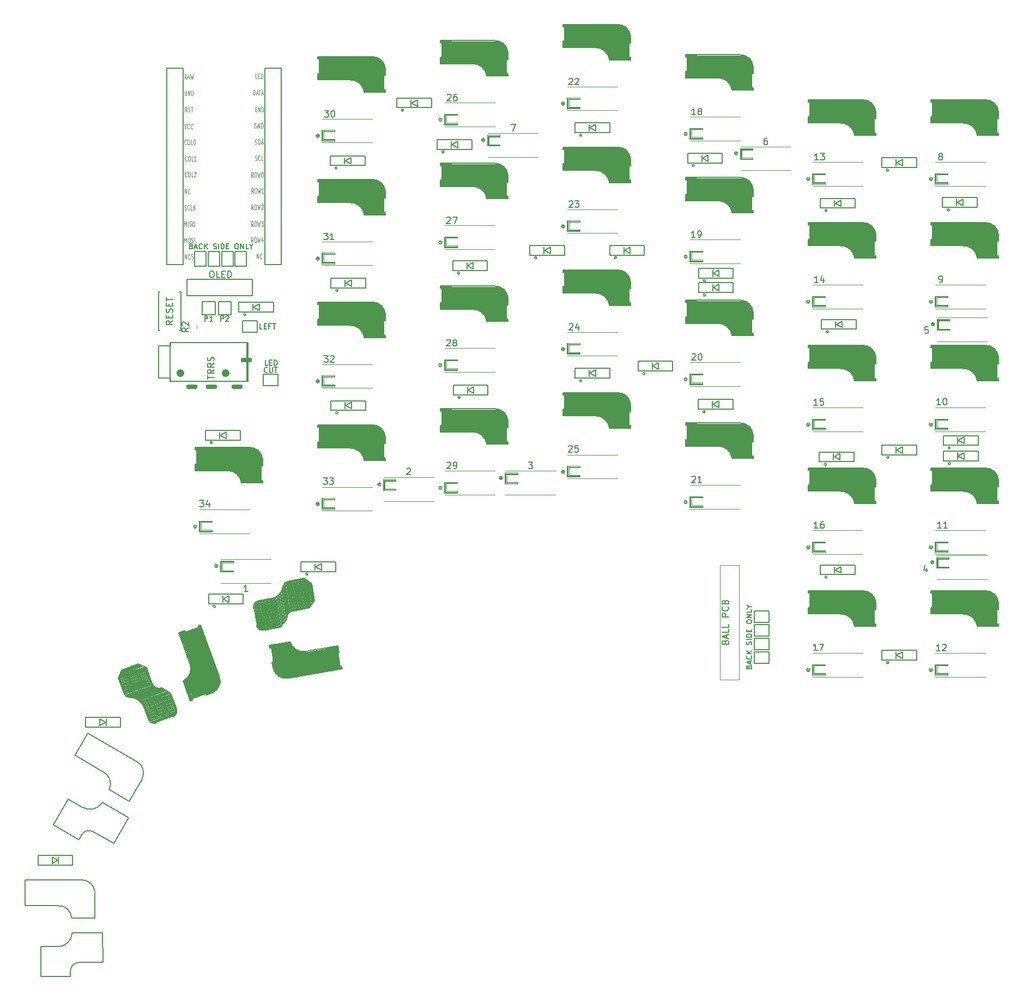
<source format=gbr>
%TF.GenerationSoftware,KiCad,Pcbnew,(6.0.4-0)*%
%TF.CreationDate,2022-08-10T14:40:32+09:00*%
%TF.ProjectId,KB62_R_rev1,4b423632-5f52-45f7-9265-76312e6b6963,rev?*%
%TF.SameCoordinates,Original*%
%TF.FileFunction,Legend,Top*%
%TF.FilePolarity,Positive*%
%FSLAX46Y46*%
G04 Gerber Fmt 4.6, Leading zero omitted, Abs format (unit mm)*
G04 Created by KiCad (PCBNEW (6.0.4-0)) date 2022-08-10 14:40:32*
%MOMM*%
%LPD*%
G01*
G04 APERTURE LIST*
%ADD10C,0.150000*%
%ADD11C,0.200000*%
%ADD12C,0.120000*%
%ADD13C,0.152400*%
%ADD14C,3.000000*%
%ADD15C,0.125000*%
%ADD16C,0.400000*%
%ADD17C,0.500000*%
%ADD18C,0.300000*%
%ADD19C,1.000000*%
%ADD20C,3.500000*%
%ADD21C,0.800000*%
%ADD22C,1.210000*%
%ADD23O,1.800000X0.700000*%
G04 APERTURE END LIST*
D10*
X105683030Y-128941670D02*
X106481820Y-133471780D01*
X103953000Y-87458700D02*
X101667000Y-87458700D01*
X98099000Y-74926700D02*
X98099000Y-77212700D01*
D11*
X152864290Y-48139710D02*
X152911910Y-48187330D01*
D12*
X114260000Y-95619700D02*
X114260000Y-94419700D01*
D13*
X180003600Y-135923450D02*
X179964900Y-135846040D01*
D11*
X190533330Y-98040190D02*
X190438100Y-98087810D01*
X172430480Y-52990190D02*
X172430480Y-52942570D01*
D12*
X190360000Y-83369700D02*
X192160000Y-83369700D01*
D10*
X208830000Y-54019700D02*
X208830000Y-51769700D01*
D11*
X210643330Y-98704470D02*
X210595720Y-98656850D01*
D14*
X179280000Y-45919700D02*
X179280000Y-48159700D01*
D15*
X92706750Y-76107290D02*
X92706750Y-75357290D01*
D10*
X111579020Y-137040880D02*
X116503060Y-136172640D01*
D12*
X208919000Y-86144700D02*
X208919000Y-86044700D01*
D10*
X106609920Y-92924600D02*
X107074380Y-92924600D01*
D16*
X208810000Y-92219700D02*
X208810000Y-92919700D01*
D15*
X94178180Y-57607290D02*
X94225800Y-57607290D01*
D13*
X179964900Y-135652510D02*
X180003600Y-135536400D01*
D10*
X139626318Y-47698230D02*
G75*
G03*
X137410000Y-45819700I-2151318J-291470D01*
G01*
X142710000Y-47359700D02*
X142910000Y-47359700D01*
D12*
X190260000Y-64419700D02*
X190260000Y-62819700D01*
D13*
X97158860Y-73996840D02*
X97158860Y-73919430D01*
D17*
X170810000Y-66769700D02*
X172210000Y-66769700D01*
D12*
X209310000Y-102520000D02*
X209310000Y-100920000D01*
D16*
X189760000Y-111270000D02*
X189760000Y-111970000D01*
D15*
X103616270Y-71052790D02*
X103568650Y-71017070D01*
D12*
X135010000Y-93419700D02*
X135010000Y-93319700D01*
X170610000Y-75769700D02*
G75*
G03*
X170610000Y-75769700I-100000J0D01*
G01*
X171410000Y-56019700D02*
X173110000Y-56019700D01*
D15*
X103259130Y-68064430D02*
X103211510Y-68100140D01*
D12*
X190360000Y-120070000D02*
X190360000Y-121470000D01*
D15*
X92844840Y-57607290D02*
X92916270Y-57643000D01*
D11*
X115049520Y-53673520D02*
X115049520Y-53911620D01*
D12*
X152360000Y-51319700D02*
X154060000Y-51319700D01*
D15*
X93428180Y-68435860D02*
X93404370Y-68471570D01*
X93194840Y-50007290D02*
X93480560Y-50757290D01*
D10*
X106510000Y-82819700D02*
X106510000Y-84319700D01*
D11*
X134904290Y-89165900D02*
X134856670Y-89118280D01*
D15*
X93801990Y-47671570D02*
X93897220Y-48207290D01*
D13*
X93443200Y-73764610D02*
X93714130Y-73764610D01*
D15*
X93897220Y-76107290D02*
X93944840Y-76071570D01*
D10*
X96390000Y-128170000D02*
X96390000Y-129670000D01*
D12*
X114160000Y-57619700D02*
X115960000Y-57619700D01*
D10*
X83583610Y-143978710D02*
X87859210Y-142422520D01*
D12*
X192522130Y-68619700D02*
G75*
G03*
X192522130Y-68619700I-212130J0D01*
G01*
X135010000Y-55119700D02*
X135010000Y-55219700D01*
D15*
X104821030Y-47700710D02*
X104821030Y-47807860D01*
X103830560Y-73029290D02*
X103830560Y-73279290D01*
D12*
X178949000Y-58934700D02*
X180949000Y-58934700D01*
D11*
X182663290Y-57810660D02*
X182663290Y-58191620D01*
D10*
X215826318Y-75948230D02*
G75*
G03*
X213610000Y-74069700I-2151318J-291470D01*
G01*
D11*
X207787140Y-87043050D02*
X208025240Y-87043050D01*
D15*
X94106750Y-57678710D02*
X94130560Y-57643000D01*
D12*
X178490420Y-59734700D02*
G75*
G03*
X178490420Y-59734700I-141420J0D01*
G01*
D11*
X183234710Y-58191620D02*
X183234710Y-57953520D01*
D10*
X132630000Y-82919700D02*
X132630000Y-80669700D01*
D15*
X104353460Y-58110710D02*
X104329650Y-58182140D01*
X103211510Y-63050140D02*
X103021030Y-63050140D01*
D10*
X111062130Y-125759250D02*
X111860920Y-130289360D01*
X174710000Y-77869700D02*
X174710000Y-78869700D01*
D12*
X209439000Y-122405000D02*
X211439000Y-122405000D01*
D15*
X92778180Y-60800140D02*
X92754370Y-60728710D01*
X93135320Y-48207290D02*
X93301990Y-47457290D01*
D12*
X111872130Y-125020000D02*
G75*
G03*
X111872130Y-125020000I-212130J0D01*
G01*
D11*
X127680480Y-108659710D02*
X127728100Y-108707330D01*
D13*
X100990630Y-73880720D02*
X101029330Y-74035540D01*
D12*
X190360000Y-140520000D02*
X192160000Y-140520000D01*
D17*
X132710000Y-45519700D02*
X134110000Y-45519700D01*
D12*
X190160000Y-119970000D02*
X190160000Y-121670000D01*
D15*
X93204370Y-53237070D02*
X93275800Y-53272790D01*
X92766270Y-50043000D02*
X92718650Y-50114430D01*
X103568650Y-72815000D02*
X103616270Y-72779290D01*
D12*
X151683610Y-71069700D02*
G75*
G03*
X151683610Y-71069700I-223610J0D01*
G01*
X171410000Y-74969700D02*
X171410000Y-74869700D01*
D13*
X179964900Y-132323900D02*
X180003600Y-132246490D01*
D10*
X181010000Y-65369700D02*
X181010000Y-66369700D01*
D11*
X153423330Y-106082090D02*
X153328100Y-106034470D01*
X152899520Y-105367810D02*
X152851910Y-105510660D01*
D15*
X104603460Y-60829290D02*
X104603460Y-60079290D01*
D10*
X161760000Y-82959700D02*
X161960000Y-82959700D01*
D11*
X172906670Y-53228280D02*
X172811430Y-53180660D01*
D15*
X93213890Y-68471570D02*
X93166270Y-68400140D01*
D12*
X211439000Y-124005000D02*
X209739000Y-124005000D01*
D15*
X93504370Y-65935860D02*
X93480560Y-65971570D01*
D10*
X176649570Y-129354520D02*
X176649570Y-129687860D01*
D12*
X115960000Y-57719700D02*
X114060000Y-57719700D01*
X114060000Y-113270000D02*
X115960000Y-113270000D01*
D16*
X189760000Y-108770000D02*
X191160000Y-108770000D01*
D15*
X93801990Y-75714430D02*
X93754370Y-75678710D01*
D11*
X115478100Y-53292570D02*
X115525720Y-53197330D01*
D10*
X95410000Y-82769700D02*
X95410000Y-84769700D01*
D13*
X94952690Y-74383880D02*
X94913980Y-74229060D01*
D10*
X193490000Y-106330000D02*
X193490000Y-107330000D01*
D12*
X202122130Y-106920000D02*
G75*
G03*
X202122130Y-106920000I-212130J0D01*
G01*
X152260000Y-108370000D02*
X152260000Y-109770000D01*
D15*
X103259130Y-62693000D02*
X103282940Y-62728710D01*
X103571030Y-65802140D02*
X103547220Y-65659290D01*
D12*
X151560000Y-109170000D02*
G75*
G03*
X151560000Y-109170000I-100000J0D01*
G01*
D15*
X104377270Y-57860710D02*
X104377270Y-57967860D01*
D11*
X95544290Y-114534470D02*
X95449050Y-114582090D01*
D10*
X196810000Y-123620000D02*
X191410000Y-123620000D01*
X104058100Y-129228180D02*
X104848200Y-133709060D01*
X158710000Y-93119700D02*
X153310000Y-93119700D01*
D12*
X170733610Y-94819700D02*
G75*
G03*
X170733610Y-94819700I-223610J0D01*
G01*
D15*
X104821030Y-47807860D02*
X104797220Y-47950710D01*
X104091560Y-57539290D02*
X104210600Y-57539290D01*
D10*
X199860000Y-75609700D02*
X200060000Y-75609700D01*
X170510000Y-104170000D02*
X170710000Y-104170000D01*
D15*
X93461510Y-70374210D02*
X93485320Y-70338500D01*
D18*
X161860000Y-99670000D02*
X161860000Y-98770000D01*
D13*
X94217300Y-74345180D02*
X94604340Y-74345180D01*
D15*
X103603460Y-60293570D02*
X103603460Y-60222140D01*
D12*
X102060000Y-84719700D02*
G75*
G03*
X102060000Y-84719700I-50000J0D01*
G01*
D11*
X115230480Y-111064470D02*
X115182860Y-111016850D01*
D10*
X105832650Y-136124810D02*
X105895160Y-136479340D01*
X199830000Y-73369700D02*
X199830000Y-75609700D01*
X131910000Y-57619700D02*
X131910000Y-59119700D01*
X82728220Y-140459010D02*
X86017140Y-139261940D01*
D19*
X152160000Y-40319700D02*
X152160000Y-42819700D01*
D11*
X207691910Y-86662090D02*
X207644290Y-87138280D01*
X114881910Y-72608280D02*
X114929520Y-72703520D01*
D12*
X102151420Y-84719700D02*
G75*
G03*
X102151420Y-84719700I-141420J0D01*
G01*
X189660000Y-63719700D02*
G75*
G03*
X189660000Y-63719700I-100000J0D01*
G01*
X171410000Y-113070000D02*
X171410000Y-112970000D01*
D10*
X142710000Y-66409700D02*
X142910000Y-66409700D01*
D19*
X178126318Y-49498230D02*
G75*
G03*
X175910000Y-47619700I-2151318J-291470D01*
G01*
D12*
X100210000Y-123170000D02*
X100210000Y-123070000D01*
D10*
X208610000Y-89869700D02*
X208610000Y-89519700D01*
D20*
X134410000Y-101170000D02*
X141110000Y-101170000D01*
D12*
X135010000Y-110870000D02*
X133210000Y-110870000D01*
X97610000Y-123670000D02*
X97610000Y-123570000D01*
D15*
X103337700Y-50657290D02*
X103337700Y-49907290D01*
D10*
X103825893Y-132950046D02*
G75*
G03*
X104984330Y-133761210I984807J173646D01*
G01*
D12*
X198060000Y-80119700D02*
X190260000Y-80119700D01*
D10*
X86638650Y-146378550D02*
X90961230Y-144805260D01*
D15*
X93301990Y-75393000D02*
X93373410Y-75357290D01*
D10*
X170510000Y-67069700D02*
X170510000Y-66069700D01*
D15*
X92651990Y-72807290D02*
X92818650Y-73343000D01*
D18*
X219010000Y-54219700D02*
X219010000Y-53319700D01*
D15*
X93587700Y-47457290D02*
X93706750Y-48207290D01*
D12*
X171110000Y-112970000D02*
X171110000Y-114670000D01*
D11*
X115001910Y-53578280D02*
X115049520Y-53673520D01*
D12*
X142610000Y-109490000D02*
X144410000Y-109490000D01*
D11*
X210705720Y-117130190D02*
X210610480Y-117177810D01*
D15*
X104567750Y-58075000D02*
X104805840Y-58075000D01*
D10*
X96816400Y-84975600D02*
X96738990Y-85091710D01*
X176554330Y-135449760D02*
X176601950Y-135497380D01*
X200060000Y-95019700D02*
X196780000Y-95019700D01*
D15*
X104817750Y-55169930D02*
X104841560Y-55241360D01*
D10*
X199860000Y-94659700D02*
X200060000Y-94659700D01*
D12*
X209310000Y-83819700D02*
X217110000Y-83819700D01*
D11*
X191498100Y-117806850D02*
X191545720Y-117854470D01*
D10*
X132410000Y-42219700D02*
X140810000Y-42219700D01*
D12*
X178821000Y-123655000D02*
X175821000Y-123655000D01*
X152360000Y-109670000D02*
X152360000Y-108470000D01*
X171410000Y-95319700D02*
X171410000Y-94119700D01*
D15*
X104592460Y-67778710D02*
X104616270Y-67743000D01*
D11*
X153423330Y-105463050D02*
X153661430Y-105463050D01*
D10*
X120820000Y-98119700D02*
X120820000Y-99619700D01*
D13*
X106575030Y-86987410D02*
X106575030Y-86174610D01*
D11*
X153804290Y-105082090D02*
X153328100Y-105082090D01*
D12*
X170733610Y-56719700D02*
G75*
G03*
X170733610Y-56719700I-223610J0D01*
G01*
X113460000Y-95119700D02*
G75*
G03*
X113460000Y-95119700I-100000J0D01*
G01*
D15*
X103571030Y-65266430D02*
X103618650Y-65195000D01*
D12*
X170733610Y-75769700D02*
G75*
G03*
X170733610Y-75769700I-223610J0D01*
G01*
D11*
X115706670Y-110540660D02*
X115754290Y-110588280D01*
D15*
X103521030Y-68350140D02*
X103497220Y-68207290D01*
X93706750Y-48207290D02*
X93801990Y-47671570D01*
D10*
X113360000Y-82819700D02*
X121760000Y-82819700D01*
D15*
X104830560Y-71017070D02*
X104782940Y-71052790D01*
D11*
X134570950Y-89070660D02*
X134475720Y-89023050D01*
D12*
X94533610Y-117670000D02*
G75*
G03*
X94533610Y-117670000I-223610J0D01*
G01*
D11*
X152809050Y-67092090D02*
X152904290Y-67139710D01*
X191510480Y-60714470D02*
X191462860Y-60666850D01*
D12*
X139759000Y-58574700D02*
X141659000Y-58574700D01*
D11*
X153951910Y-67092090D02*
X153618570Y-67473050D01*
D12*
X179249000Y-60434700D02*
X180949000Y-60434700D01*
D20*
X96310000Y-107170000D02*
X103010000Y-107170000D01*
D12*
X211210000Y-64519700D02*
X211210000Y-64419700D01*
X95210000Y-116970000D02*
X96910000Y-116970000D01*
D10*
X170510000Y-47019700D02*
X170710000Y-47019700D01*
D15*
X103547220Y-65659290D02*
X103547220Y-65409290D01*
D11*
X171889050Y-90822090D02*
X171984290Y-90869710D01*
D10*
X161960000Y-42619700D02*
X161760000Y-42619700D01*
D12*
X114260000Y-113470000D02*
X115960000Y-113470000D01*
D15*
X93361510Y-66007290D02*
X93290080Y-65971570D01*
D19*
X216226318Y-94598230D02*
G75*
G03*
X214010000Y-92719700I-2151318J-291470D01*
G01*
D10*
X200060000Y-54319700D02*
X199860000Y-54319700D01*
D11*
X210405720Y-78922570D02*
X210358100Y-78827330D01*
D12*
X135010000Y-72669700D02*
X135010000Y-72769700D01*
X201950000Y-138780000D02*
G75*
G03*
X201950000Y-138780000I-50000J0D01*
G01*
D17*
X123660000Y-107170000D02*
X120960000Y-107170000D01*
D12*
X208919000Y-86244700D02*
X208919000Y-86144700D01*
X173110000Y-114370000D02*
X171410000Y-114370000D01*
D19*
X190260000Y-90119700D02*
X190260000Y-92619700D01*
D15*
X93182940Y-47993000D02*
X93421030Y-47993000D01*
D10*
X174660000Y-98169700D02*
X174660000Y-99169700D01*
D12*
X171110000Y-95619700D02*
X173110000Y-95619700D01*
X142710000Y-109590000D02*
X142710000Y-110790000D01*
D10*
X139626318Y-104848530D02*
G75*
G03*
X137410000Y-102970000I-2151318J-291470D01*
G01*
X113360000Y-45069700D02*
X113360000Y-44719700D01*
D11*
X114659050Y-110493050D02*
X114754290Y-110540660D01*
X152769050Y-48092090D02*
X152864290Y-48139710D01*
D10*
X137610000Y-95969700D02*
X137610000Y-96969700D01*
D18*
X219010000Y-111370000D02*
X219010000Y-110470000D01*
D12*
X159751420Y-75919700D02*
G75*
G03*
X159751420Y-75919700I-141420J0D01*
G01*
D11*
X172889050Y-90869710D02*
X172936670Y-90917330D01*
D10*
X89845000Y-85812320D02*
X89892620Y-85764700D01*
D11*
X134831430Y-50953050D02*
X134640950Y-50953050D01*
D12*
X135010000Y-74169700D02*
X135010000Y-74069700D01*
X141659000Y-56874700D02*
X141659000Y-56974700D01*
D17*
X208910000Y-111870000D02*
X210310000Y-111870000D01*
D15*
X103770130Y-55062790D02*
X103698700Y-55062790D01*
D10*
X86843860Y-146942370D02*
X91166450Y-145369080D01*
D12*
X209510000Y-119970000D02*
X209210000Y-119970000D01*
X211519000Y-86944700D02*
X211519000Y-87044700D01*
D13*
X97623320Y-74345180D02*
X97584610Y-74267770D01*
D15*
X104344840Y-75735860D02*
X104344840Y-75628710D01*
D12*
X133310000Y-53719700D02*
X133310000Y-53619700D01*
D11*
X153661430Y-106082090D02*
X153423330Y-106082090D01*
D12*
X141659000Y-57174700D02*
X139959000Y-57174700D01*
X115960000Y-114970000D02*
X115960000Y-114870000D01*
X126742130Y-53049700D02*
G75*
G03*
X126742130Y-53049700I-212130J0D01*
G01*
D10*
X85463860Y-138984430D02*
X82973680Y-139890790D01*
D12*
X192160000Y-102420000D02*
X192160000Y-102320000D01*
X170610000Y-56719700D02*
G75*
G03*
X170610000Y-56719700I-100000J0D01*
G01*
D15*
X103889180Y-60615000D02*
X103865370Y-60543570D01*
D12*
X211210000Y-140720000D02*
X211210000Y-140620000D01*
X209510000Y-139120000D02*
X209510000Y-139020000D01*
D15*
X103211510Y-73172140D02*
X103021030Y-73172140D01*
D13*
X180003600Y-137781270D02*
X180042310Y-137742570D01*
D11*
X153280480Y-105558280D02*
X153328100Y-105510660D01*
D10*
X106560680Y-128736140D02*
X107368140Y-133315500D01*
D15*
X93442460Y-53237070D02*
X93466270Y-53201360D01*
D13*
X180777700Y-136929770D02*
X180313240Y-137278110D01*
D10*
X208610000Y-127620000D02*
X217010000Y-127620000D01*
X177726318Y-87998230D02*
G75*
G03*
X175510000Y-86119700I-2151318J-291470D01*
G01*
D15*
X92992460Y-48207290D02*
X92825800Y-47850140D01*
D12*
X209310000Y-64769700D02*
X217110000Y-64769700D01*
D15*
X94059130Y-58071570D02*
X94059130Y-57893000D01*
D11*
X134332860Y-69612090D02*
X134999520Y-69612090D01*
D12*
X211500000Y-105440000D02*
G75*
G03*
X211500000Y-105440000I-50000J0D01*
G01*
X114060000Y-77119700D02*
X121860000Y-77119700D01*
D11*
X172811430Y-52752090D02*
X172906670Y-52799710D01*
D15*
X104817750Y-55705640D02*
X104770130Y-55777070D01*
X92897220Y-63357290D02*
X92825800Y-63321570D01*
D10*
X210410000Y-66619700D02*
X210410000Y-68119700D01*
X176649570Y-135592620D02*
X176649570Y-135925950D01*
D18*
X199960000Y-54219700D02*
X199960000Y-53319700D01*
D13*
X180042310Y-135962150D02*
X180003600Y-135923450D01*
D15*
X93540080Y-60800140D02*
X93492460Y-60871570D01*
D12*
X144410000Y-110890000D02*
X142610000Y-110890000D01*
D10*
X219110000Y-56919700D02*
X215830000Y-56919700D01*
D13*
X180738990Y-132246490D02*
X180777700Y-132323900D01*
D11*
X153756670Y-106034470D02*
X153661430Y-106082090D01*
D15*
X93747220Y-73093000D02*
X93723410Y-73021570D01*
X92985320Y-70302790D02*
X92985320Y-71052790D01*
D11*
X115525720Y-53197330D02*
X115573330Y-53149710D01*
D12*
X159960000Y-87469700D02*
X152160000Y-87469700D01*
D10*
X101667000Y-85680700D02*
X103953000Y-85680700D01*
X219110000Y-95019700D02*
X219110000Y-94659700D01*
D11*
X211071910Y-98133050D02*
X211071910Y-98371140D01*
D19*
X120976318Y-49798230D02*
G75*
G03*
X118760000Y-47919700I-2151318J-291470D01*
G01*
D10*
X208810000Y-51769700D02*
X208610000Y-51769700D01*
X107887440Y-127334460D02*
X108608080Y-131421410D01*
D16*
X189760000Y-127820000D02*
X191160000Y-127820000D01*
D15*
X104210600Y-57539290D02*
X104282030Y-57575000D01*
X93992460Y-75964430D02*
X93992460Y-75893000D01*
D10*
X181010000Y-65369700D02*
G75*
G03*
X178910000Y-63469700I-2000000J-100000D01*
G01*
D11*
X172465720Y-72353520D02*
X172560950Y-72401140D01*
D10*
X128830000Y-51399700D02*
X128830000Y-52399700D01*
D13*
X97623320Y-74422590D02*
X97623320Y-74345180D01*
X180351940Y-139445580D02*
X180390650Y-139329460D01*
D10*
X120576318Y-88298230D02*
G75*
G03*
X118360000Y-86419700I-2151318J-291470D01*
G01*
D12*
X171210000Y-112970000D02*
X173110000Y-112970000D01*
D10*
X139626318Y-85798230D02*
G75*
G03*
X137410000Y-83919700I-2151318J-291470D01*
G01*
D15*
X103282940Y-72850710D02*
X103306750Y-72922140D01*
D10*
X90321190Y-85907560D02*
X90321190Y-86288510D01*
D18*
X180910000Y-104370000D02*
X180910000Y-103470000D01*
D10*
X115310000Y-60119700D02*
X115310000Y-61619700D01*
D11*
X172620950Y-109974950D02*
X172525720Y-110070190D01*
X191986670Y-60190660D02*
X192034290Y-60238280D01*
D10*
X103310000Y-83069700D02*
X103310000Y-84069700D01*
D11*
X191545720Y-117854470D02*
X191640950Y-117902090D01*
D15*
X92897220Y-62607290D02*
X92944840Y-62607290D01*
D10*
X106412960Y-128762190D02*
X107220420Y-133341540D01*
D15*
X93723410Y-70909930D02*
X93723410Y-70838500D01*
X104905060Y-53094210D02*
X104881250Y-53165640D01*
D11*
X210215240Y-79351140D02*
X210310480Y-79303520D01*
D15*
X93201990Y-57643000D02*
X93249600Y-57607290D01*
D13*
X105858420Y-92637400D02*
X105858420Y-91824600D01*
D11*
X172894290Y-72544000D02*
X172941910Y-72353520D01*
D12*
X154060000Y-90619700D02*
X152360000Y-90619700D01*
D15*
X93723410Y-73021570D02*
X93723410Y-72950140D01*
D10*
X177078140Y-135402140D02*
X177125760Y-135449760D01*
D11*
X191891430Y-60143050D02*
X191986670Y-60190660D01*
X172751430Y-72734470D02*
X172799050Y-72686850D01*
D15*
X103259130Y-70338500D02*
X103282940Y-70374210D01*
D10*
X158710000Y-55019700D02*
X158710000Y-56519700D01*
D11*
X115573330Y-54054470D02*
X115525720Y-54006850D01*
D12*
X141659000Y-56974700D02*
X139759000Y-56974700D01*
X141659000Y-58474700D02*
X139859000Y-58474700D01*
D10*
X201010000Y-106520000D02*
X206410000Y-106520000D01*
X123860000Y-107370000D02*
X120580000Y-107370000D01*
X215826318Y-56898230D02*
G75*
G03*
X213610000Y-55019700I-2151318J-291470D01*
G01*
D12*
X132633610Y-92619700D02*
G75*
G03*
X132633610Y-92619700I-223610J0D01*
G01*
D10*
X194810000Y-86769700D02*
X193910000Y-86269700D01*
D11*
X114834290Y-73084470D02*
X114739050Y-73132090D01*
D12*
X133110000Y-55569700D02*
X140910000Y-55569700D01*
X173110000Y-114570000D02*
X171210000Y-114570000D01*
X209510000Y-100920000D02*
X209210000Y-100920000D01*
D15*
X93318650Y-72807290D02*
X93413890Y-72807290D01*
D12*
X201960000Y-106920000D02*
G75*
G03*
X201960000Y-106920000I-50000J0D01*
G01*
X151460000Y-71069700D02*
X151460000Y-71169700D01*
D13*
X180506760Y-139252050D02*
X180622880Y-139252050D01*
D11*
X152280480Y-106082090D02*
X152899520Y-106082090D01*
X209943810Y-117892090D02*
X209943810Y-116892090D01*
X171620950Y-109832090D02*
X171859050Y-109832090D01*
D15*
X92730560Y-63035860D02*
X92730560Y-62928710D01*
X104341560Y-55812790D02*
X104341560Y-55062790D01*
D13*
X180390650Y-139329460D02*
X180429350Y-139290760D01*
D11*
X134380480Y-88880190D02*
X134380480Y-88832570D01*
D13*
X96229940Y-73764610D02*
X95765490Y-74229060D01*
D10*
X137530000Y-76669700D02*
X137530000Y-77669700D01*
D12*
X94310000Y-117670000D02*
X94310000Y-117770000D01*
D15*
X93532940Y-73057290D02*
X93532940Y-73307290D01*
D12*
X135010000Y-112270000D02*
X135010000Y-112370000D01*
D11*
X171763810Y-52752090D02*
X171668570Y-52894950D01*
D12*
X123191840Y-111105000D02*
G75*
G03*
X123191840Y-111105000I-282840J0D01*
G01*
D15*
X92990080Y-52594210D02*
X93013890Y-52665640D01*
D13*
X106787330Y-92637400D02*
X106593810Y-92637400D01*
D15*
X103616270Y-62657290D02*
X103711510Y-62657290D01*
D10*
X161960000Y-45219700D02*
X161960000Y-44859700D01*
D12*
X209410000Y-120070000D02*
X209410000Y-121470000D01*
D13*
X180390650Y-130117730D02*
X180777700Y-130117730D01*
D12*
X209719000Y-85644700D02*
X211519000Y-85644700D01*
D15*
X93651990Y-70302790D02*
X93723410Y-70338500D01*
X93199600Y-73307290D02*
X93199600Y-73057290D01*
D14*
X198330000Y-110070000D02*
X198330000Y-112310000D01*
D10*
X200060000Y-91419700D02*
X200060000Y-92419700D01*
X166310000Y-93269700D02*
X165410000Y-92769700D01*
D15*
X104773410Y-47486430D02*
X104797220Y-47557860D01*
D12*
X171210000Y-95519700D02*
X171210000Y-93919700D01*
D15*
X93490080Y-53058500D02*
X93466270Y-52987070D01*
D11*
X115325720Y-111112090D02*
X115230480Y-111064470D01*
D10*
X136530000Y-76669700D02*
X136530000Y-77669700D01*
D21*
X199460000Y-94519700D02*
X199460000Y-92719700D01*
D12*
X192160000Y-83269700D02*
X190460000Y-83269700D01*
D15*
X103259130Y-63014430D02*
X103211510Y-63050140D01*
D12*
X211210000Y-83269700D02*
X209510000Y-83269700D01*
D15*
X93897220Y-75750140D02*
X93801990Y-75714430D01*
D11*
X172465720Y-71829710D02*
X172418100Y-71877330D01*
D10*
X111254750Y-125699900D02*
X108694250Y-126151380D01*
D11*
X191480480Y-79438760D02*
X192099520Y-79438760D01*
D19*
X171210000Y-45019700D02*
X171210000Y-47519700D01*
D12*
X123509000Y-110305000D02*
X125509000Y-110305000D01*
X139959000Y-57174700D02*
X139959000Y-58374700D01*
X173110000Y-74869700D02*
X173110000Y-74969700D01*
D10*
X158676318Y-102348530D02*
G75*
G03*
X156460000Y-100470000I-2151318J-291470D01*
G01*
X200060000Y-129520000D02*
X200060000Y-130520000D01*
X200970000Y-60419700D02*
X200970000Y-61919700D01*
D13*
X95262320Y-74577410D02*
X95184920Y-74577410D01*
D12*
X170651420Y-94819700D02*
G75*
G03*
X170651420Y-94819700I-141420J0D01*
G01*
D15*
X93906750Y-55835860D02*
X93882940Y-55871570D01*
D12*
X211210000Y-62819700D02*
X211210000Y-62919700D01*
D15*
X94273410Y-58321570D02*
X94225800Y-58357290D01*
D10*
X92262380Y-87026840D02*
X92310000Y-86931600D01*
X92690950Y-86883990D02*
X92738570Y-86931600D01*
D15*
X104568650Y-68457290D02*
X104878180Y-68457290D01*
D12*
X110882540Y-125892460D02*
X111655270Y-130274850D01*
D11*
X191450480Y-117330660D02*
X191450480Y-117711620D01*
D10*
X199830000Y-92419700D02*
X199830000Y-94659700D01*
D12*
X190460000Y-139020000D02*
X190160000Y-139020000D01*
D18*
X180910000Y-85319700D02*
X180910000Y-84419700D01*
D10*
X90531550Y-143551620D02*
X89132290Y-142704080D01*
D12*
X133310000Y-91919700D02*
X135010000Y-91919700D01*
X97022130Y-104620000D02*
G75*
G03*
X97022130Y-104620000I-212130J0D01*
G01*
D15*
X103762200Y-53272790D02*
X103809820Y-53272790D01*
D12*
X170610000Y-113870000D02*
G75*
G03*
X170610000Y-113870000I-100000J0D01*
G01*
X211210000Y-120070000D02*
X209410000Y-120070000D01*
X208939000Y-123205000D02*
G75*
G03*
X208939000Y-123205000I-100000J0D01*
G01*
X154060000Y-108370000D02*
X152260000Y-108370000D01*
D11*
X133999520Y-88927810D02*
X133951910Y-89070660D01*
D14*
X198330000Y-91019700D02*
X198330000Y-93259700D01*
D10*
X117620000Y-98369700D02*
X117620000Y-99369700D01*
X199830000Y-54319700D02*
X199830000Y-56559700D01*
D12*
X173110000Y-114470000D02*
X173110000Y-114570000D01*
X192160000Y-62919700D02*
X190460000Y-62919700D01*
D11*
X210926670Y-135979710D02*
X210974290Y-136027330D01*
X172370480Y-71972570D02*
X172370480Y-72210660D01*
D15*
X92904370Y-68221570D02*
X92880560Y-68185860D01*
D11*
X153864290Y-48187330D02*
X153911910Y-48282570D01*
D15*
X103021030Y-71052790D02*
X103021030Y-70302790D01*
D11*
X134570950Y-89070660D02*
X134475720Y-89118280D01*
X191914290Y-98706850D02*
X191866670Y-98754470D01*
D12*
X211519000Y-85444700D02*
X211519000Y-85544700D01*
D11*
X172049520Y-53752090D02*
X171478100Y-53752090D01*
D10*
X191610000Y-85519700D02*
X191610000Y-87019700D01*
X196690000Y-106080000D02*
X196690000Y-107580000D01*
D11*
X172906670Y-52799710D02*
X172954290Y-52847330D01*
D10*
X161760000Y-102010000D02*
X161960000Y-102010000D01*
D12*
X97610000Y-123770000D02*
X97610000Y-123670000D01*
X115960000Y-114870000D02*
X114060000Y-114870000D01*
X113360000Y-114170000D02*
X113360000Y-114270000D01*
D15*
X93254370Y-75464430D02*
X93301990Y-75393000D01*
D10*
X92310000Y-86931600D02*
X92357620Y-86883990D01*
D11*
X172954290Y-53085430D02*
X172906670Y-53133050D01*
X115430480Y-53721140D02*
X115430480Y-53483050D01*
X210215240Y-60762090D02*
X210310480Y-60714470D01*
D15*
X94321030Y-58214430D02*
X94297220Y-58285860D01*
D10*
X151660000Y-78169700D02*
X151460000Y-78169700D01*
X203300000Y-137630000D02*
X204200000Y-137130000D01*
D18*
X142810000Y-83119700D02*
X142810000Y-82219700D01*
D10*
X92481179Y-141608987D02*
G75*
G03*
X93488390Y-138883820I-1009679J1921887D01*
G01*
D15*
X94175800Y-70338500D02*
X94223410Y-70409930D01*
D12*
X114260000Y-75169700D02*
X113960000Y-75169700D01*
X171310000Y-74969700D02*
X171310000Y-76369700D01*
X154060000Y-108370000D02*
X152360000Y-108370000D01*
D16*
X151660000Y-97070000D02*
X153060000Y-97070000D01*
D11*
X115596190Y-72132090D02*
X115500950Y-72274950D01*
D19*
X159076318Y-44798230D02*
G75*
G03*
X156860000Y-42919700I-2151318J-291470D01*
G01*
D12*
X189783610Y-82769700D02*
G75*
G03*
X189783610Y-82769700I-223610J0D01*
G01*
D17*
X123660000Y-50019700D02*
X120960000Y-50019700D01*
D12*
X135010000Y-93219700D02*
X135010000Y-93319700D01*
D10*
X177173380Y-135925950D02*
X176173380Y-135925950D01*
D15*
X94004370Y-50435860D02*
X93980560Y-50578710D01*
D11*
X114430480Y-53102090D02*
X115049520Y-53102090D01*
D12*
X133110000Y-72669700D02*
X135010000Y-72669700D01*
X114260000Y-113370000D02*
X114260000Y-113270000D01*
D11*
X95544290Y-114010660D02*
X95591910Y-114058280D01*
D12*
X113460000Y-114170000D02*
G75*
G03*
X113460000Y-114170000I-100000J0D01*
G01*
X190160000Y-64519700D02*
X192160000Y-64519700D01*
D10*
X107247190Y-128310460D02*
X108019920Y-132692860D01*
D15*
X103261510Y-65159290D02*
X103309130Y-65195000D01*
D11*
X133809050Y-88642090D02*
X133904290Y-88689710D01*
D10*
X134110000Y-57869700D02*
X134110000Y-58869700D01*
D11*
X133458100Y-107747330D02*
X133505720Y-107699710D01*
D13*
X107019560Y-92018120D02*
X107058270Y-92172940D01*
D15*
X104928180Y-65909290D02*
X104642460Y-65909290D01*
D10*
X120710000Y-60119700D02*
X120710000Y-61619700D01*
D15*
X103568650Y-68421570D02*
X103521030Y-68350140D01*
X93442460Y-52951360D02*
X93394840Y-52915640D01*
D10*
X106457706Y-139670137D02*
G75*
G03*
X108855810Y-141176600I1952294J445837D01*
G01*
X200060000Y-56919700D02*
X200060000Y-56559700D01*
D12*
X170651420Y-75769700D02*
G75*
G03*
X170651420Y-75769700I-141420J0D01*
G01*
D10*
X120576318Y-107348530D02*
G75*
G03*
X118360000Y-105470000I-2151318J-291470D01*
G01*
D12*
X154060000Y-108470000D02*
X154060000Y-108370000D01*
D10*
X193610000Y-66969700D02*
X193610000Y-67969700D01*
D11*
X115668570Y-53102090D02*
X115763810Y-53102090D01*
D16*
X113560000Y-66469700D02*
X113560000Y-67169700D01*
D11*
X134475720Y-89594470D02*
X134570950Y-89642090D01*
D10*
X177078140Y-130116430D02*
X177125760Y-130164050D01*
X206410000Y-105020000D02*
X201010000Y-105020000D01*
X166310000Y-92269700D02*
X166310000Y-93269700D01*
D19*
X140026318Y-47298230D02*
G75*
G03*
X137810000Y-45419700I-2151318J-291470D01*
G01*
D10*
X87296950Y-147894840D02*
X91431600Y-146389960D01*
D11*
X133475720Y-88689710D02*
X133570950Y-88642090D01*
X153332860Y-67092090D02*
X153951910Y-67092090D01*
D12*
X113642840Y-76069700D02*
G75*
G03*
X113642840Y-76069700I-282840J0D01*
G01*
X113460000Y-76069700D02*
G75*
G03*
X113460000Y-76069700I-100000J0D01*
G01*
D15*
X104640080Y-71052790D02*
X104592460Y-71017070D01*
X103766270Y-50657290D02*
X103932940Y-49907290D01*
D10*
X110760000Y-123120000D02*
X110760000Y-124620000D01*
D12*
X135280000Y-78319700D02*
G75*
G03*
X135280000Y-78319700I-50000J0D01*
G01*
D13*
X93868950Y-73919430D02*
X93868950Y-73996840D01*
D10*
X176840050Y-129116430D02*
X176982900Y-129116430D01*
D12*
X170510000Y-113970000D02*
X170510000Y-114070000D01*
D11*
X191926670Y-117330660D02*
X191831430Y-117283050D01*
D15*
X92694840Y-50578710D02*
X92718650Y-50650140D01*
X93909130Y-50721570D02*
X93837700Y-50757290D01*
X104535320Y-48129290D02*
X104535320Y-47379290D01*
D10*
X99590000Y-128420000D02*
X99590000Y-129420000D01*
D12*
X211510000Y-107880000D02*
G75*
G03*
X211510000Y-107880000I-50000J0D01*
G01*
X217339000Y-122155000D02*
X209539000Y-122155000D01*
D10*
X88604100Y-94620000D02*
X88604100Y-89620000D01*
D16*
X94510000Y-105570000D02*
X95910000Y-105570000D01*
D12*
X93487500Y-86906960D02*
X93487500Y-86432440D01*
D15*
X103575800Y-50550140D02*
X103528180Y-50621570D01*
D17*
X170810000Y-85819700D02*
X172210000Y-85819700D01*
D15*
X93332940Y-67757290D02*
X93404370Y-67793000D01*
D10*
X132610000Y-99720000D02*
X132410000Y-99720000D01*
D12*
X113583610Y-76069700D02*
G75*
G03*
X113583610Y-76069700I-223610J0D01*
G01*
X208610000Y-140020000D02*
X208610000Y-140120000D01*
D10*
X92357620Y-86883990D02*
X92452860Y-86836370D01*
D15*
X93563890Y-60407290D02*
X93563890Y-60657290D01*
D10*
X98697120Y-85014300D02*
X98735830Y-85053000D01*
X92717980Y-133843330D02*
X92786380Y-134031270D01*
X123630000Y-104770000D02*
X123630000Y-107010000D01*
X118360000Y-86419700D02*
X113360000Y-86419700D01*
X200060000Y-133120000D02*
X196780000Y-133120000D01*
D12*
X140910000Y-89969700D02*
X133110000Y-89969700D01*
D10*
X92095000Y-87264700D02*
X92095000Y-81264700D01*
D15*
X93480560Y-50757290D02*
X93480560Y-50007290D01*
D12*
X114060000Y-58069700D02*
X121860000Y-58069700D01*
D16*
X189760000Y-73169700D02*
X189760000Y-73869700D01*
D10*
X112062220Y-130279250D02*
X112893660Y-129091840D01*
D12*
X139859000Y-57074700D02*
X141659000Y-57074700D01*
D15*
X92718650Y-50114430D02*
X92694840Y-50185860D01*
D10*
X92262380Y-86074460D02*
X92310000Y-85979220D01*
D12*
X142510000Y-112740000D02*
X150310000Y-112740000D01*
X139959000Y-58574700D02*
X139659000Y-58574700D01*
D13*
X180700290Y-137742570D02*
X180738990Y-137781270D01*
D11*
X134856670Y-88689710D02*
X134904290Y-88737330D01*
D10*
X108411840Y-126277340D02*
X109201930Y-130758210D01*
X99122880Y-85014300D02*
X99200290Y-84975600D01*
D15*
X93118650Y-68185860D02*
X93118650Y-68078710D01*
X94128180Y-71052790D02*
X94032940Y-71052790D01*
X92918650Y-52522790D02*
X92966270Y-52558500D01*
D13*
X102229180Y-74577410D02*
X102229180Y-73764610D01*
D10*
X99910000Y-84769700D02*
X99910000Y-82769700D01*
D11*
X209881910Y-59857330D02*
X209929520Y-59809710D01*
D13*
X95068800Y-74538700D02*
X94991390Y-74461290D01*
D12*
X208892840Y-63719700D02*
G75*
G03*
X208892840Y-63719700I-282840J0D01*
G01*
D11*
X191926670Y-116902090D02*
X191736190Y-116902090D01*
D15*
X103616270Y-70302790D02*
X103711510Y-70302790D01*
D10*
X83134840Y-143184290D02*
X87457430Y-141611000D01*
D13*
X106980860Y-91940710D02*
X107019560Y-92018120D01*
D10*
X105100440Y-93040710D02*
X105177850Y-92963300D01*
D11*
X115854290Y-91247330D02*
X115901910Y-91342570D01*
D15*
X104643150Y-52522790D02*
X104762200Y-52522790D01*
D11*
X143396670Y-55242090D02*
X144063330Y-55242090D01*
D10*
X204210000Y-106270000D02*
X203310000Y-105770000D01*
X89797380Y-84240890D02*
X89797380Y-84002800D01*
X131030000Y-51149700D02*
X131030000Y-52649700D01*
D11*
X209833810Y-97752090D02*
X209738570Y-97894950D01*
D13*
X97545910Y-74538700D02*
X97584610Y-74500000D01*
D10*
X212710000Y-67369700D02*
X213610000Y-66869700D01*
D13*
X180003600Y-138090910D02*
X179964900Y-137974800D01*
D10*
X176744810Y-129164050D02*
X176840050Y-129116430D01*
X176363860Y-129164050D02*
X176459100Y-129164050D01*
X89797380Y-83431370D02*
X89797380Y-82955180D01*
D19*
X95010000Y-105970000D02*
X95010000Y-108470000D01*
D12*
X154060000Y-71569700D02*
X152360000Y-71569700D01*
D15*
X93418650Y-52522790D02*
X93490080Y-52558500D01*
X104592460Y-63121570D02*
X104592460Y-62943000D01*
D10*
X193810000Y-85769700D02*
X193810000Y-86769700D01*
D11*
X210976670Y-98656850D02*
X210929050Y-98704470D01*
D10*
X132410000Y-44819700D02*
X132610000Y-44819700D01*
D12*
X211210000Y-102620000D02*
X211210000Y-102520000D01*
D15*
X103627270Y-60150710D02*
X103651080Y-60115000D01*
D11*
X211181910Y-117892090D02*
X210610480Y-117892090D01*
X134640950Y-51572090D02*
X134831430Y-51572090D01*
D12*
X95210000Y-118170000D02*
X95210000Y-116970000D01*
D10*
X194490000Y-106330000D02*
X194490000Y-107330000D01*
D11*
X114929520Y-72941620D02*
X114881910Y-73036850D01*
D10*
X161960000Y-98770000D02*
X161960000Y-99770000D01*
D12*
X208892840Y-120870000D02*
G75*
G03*
X208892840Y-120870000I-282840J0D01*
G01*
D15*
X93699600Y-70981360D02*
X93723410Y-70909930D01*
D10*
X177173380Y-133592620D02*
X177173380Y-134068810D01*
D12*
X102222130Y-84719700D02*
G75*
G03*
X102222130Y-84719700I-212130J0D01*
G01*
X100210000Y-123170000D02*
X100210000Y-123270000D01*
X152160000Y-52719700D02*
X152160000Y-51119700D01*
X192160000Y-101020000D02*
X190360000Y-101020000D01*
X121860000Y-111520000D02*
X114060000Y-111520000D01*
D13*
X102616230Y-74577410D02*
X102229180Y-74577410D01*
D21*
X161360000Y-44719700D02*
X161360000Y-42919700D01*
D10*
X219110000Y-133120000D02*
X219110000Y-132760000D01*
D17*
X170810000Y-47719700D02*
X172210000Y-47719700D01*
D11*
X172984290Y-91012570D02*
X173031910Y-91203050D01*
D10*
X161010000Y-74769700D02*
X161910000Y-74269700D01*
D15*
X92944840Y-60907290D02*
X92897220Y-60907290D01*
X93437700Y-70517070D02*
X93437700Y-70445640D01*
D10*
X113580000Y-104470000D02*
X113580000Y-102220000D01*
D14*
X160230000Y-79319700D02*
X160230000Y-81559700D01*
D12*
X211210000Y-120170000D02*
X211210000Y-120070000D01*
D13*
X180738990Y-134491370D02*
X180777700Y-134607480D01*
D11*
X209834290Y-59952570D02*
X209881910Y-59857330D01*
X114373330Y-111112090D02*
X114278100Y-111064470D01*
X153756670Y-105510660D02*
X153804290Y-105558280D01*
D10*
X176840050Y-135354520D02*
X176982900Y-135354520D01*
D13*
X180777700Y-135884740D02*
X180777700Y-135691220D01*
D11*
X190683810Y-136882090D02*
X190683810Y-135882090D01*
X172793810Y-90822090D02*
X172889050Y-90869710D01*
D13*
X93443200Y-74577410D02*
X93443200Y-73764610D01*
D15*
X103997220Y-70302790D02*
X104116270Y-71052790D01*
X93718650Y-50007290D02*
X93837700Y-50007290D01*
D10*
X151660000Y-59119700D02*
X151460000Y-59119700D01*
D12*
X171922130Y-61619700D02*
G75*
G03*
X171922130Y-61619700I-212130J0D01*
G01*
X147260000Y-75919700D02*
G75*
G03*
X147260000Y-75919700I-50000J0D01*
G01*
D15*
X93223410Y-72914430D02*
X93271030Y-72843000D01*
X104365370Y-60115000D02*
X104389180Y-60150710D01*
D10*
X161910000Y-74269700D02*
X161910000Y-75269700D01*
D12*
X209310000Y-121570000D02*
X209310000Y-119970000D01*
X189560000Y-120870000D02*
X189560000Y-120970000D01*
D15*
X104841560Y-55634210D02*
X104817750Y-55705640D01*
D10*
X142910000Y-83219700D02*
X142710000Y-83219700D01*
X174810000Y-80569700D02*
X175710000Y-80069700D01*
D15*
X104174890Y-60115000D02*
X104246320Y-60079290D01*
D10*
X123860000Y-103770000D02*
G75*
G03*
X121760000Y-101870000I-2000000J-100000D01*
G01*
X177173380Y-130306900D02*
X177173380Y-130402140D01*
X164110000Y-74019700D02*
X164110000Y-75519700D01*
D15*
X103211510Y-68100140D02*
X103021030Y-68100140D01*
D12*
X189701420Y-139920000D02*
G75*
G03*
X189701420Y-139920000I-141420J0D01*
G01*
D10*
X90511670Y-83859940D02*
X90416430Y-83907560D01*
D15*
X93678180Y-58357290D02*
X93678180Y-57607290D01*
D11*
X172049520Y-110022570D02*
X172049520Y-110117810D01*
X115611430Y-111112090D02*
X115325720Y-111112090D01*
D10*
X99471220Y-85014300D02*
X99509920Y-85053000D01*
D13*
X93830250Y-74190360D02*
X93868950Y-74229060D01*
D15*
X103071030Y-65909290D02*
X103071030Y-65159290D01*
X104690080Y-65337860D02*
X104642460Y-65373570D01*
D12*
X202082130Y-62319700D02*
G75*
G03*
X202082130Y-62319700I-212130J0D01*
G01*
X144410000Y-109490000D02*
X144410000Y-109590000D01*
X192160000Y-83369700D02*
X192160000Y-83469700D01*
D13*
X180777700Y-139406870D02*
X180777700Y-139716510D01*
D16*
X170710000Y-82719700D02*
X172110000Y-82719700D01*
D11*
X135021910Y-51143520D02*
X134974290Y-51048280D01*
D10*
X90797380Y-84812320D02*
X90797380Y-85288510D01*
X151460000Y-77819700D02*
X159860000Y-77819700D01*
D15*
X93263890Y-55157290D02*
X93311510Y-55157290D01*
D12*
X133010000Y-93419700D02*
X135010000Y-93419700D01*
D11*
X115001910Y-54006850D02*
X114954290Y-54054470D01*
D10*
X163110000Y-93519700D02*
X168510000Y-93519700D01*
D15*
X92730560Y-60478710D02*
X92754370Y-60335860D01*
D11*
X172001910Y-109927330D02*
X172049520Y-110022570D01*
X95068100Y-114534470D02*
X95020480Y-114486850D01*
D12*
X139200420Y-57674700D02*
G75*
G03*
X139200420Y-57674700I-141420J0D01*
G01*
D11*
X172478100Y-53275900D02*
X172430480Y-53371140D01*
D12*
X132692840Y-54519700D02*
G75*
G03*
X132692840Y-54519700I-282840J0D01*
G01*
D15*
X103806750Y-70945640D02*
X103759130Y-71017070D01*
D10*
X106977800Y-128510280D02*
X107767890Y-132991150D01*
D11*
X134428100Y-89546850D02*
X134475720Y-89594470D01*
D10*
X110175810Y-125915530D02*
X110974590Y-130445650D01*
D12*
X152160000Y-71769700D02*
X152160000Y-70169700D01*
X141659000Y-57074700D02*
X141659000Y-57174700D01*
D15*
X93394840Y-52915640D02*
X93299600Y-52879930D01*
D11*
X172001910Y-110260660D02*
X171430480Y-110832090D01*
D12*
X211210000Y-63019700D02*
X211210000Y-62919700D01*
D15*
X93097220Y-55478710D02*
X93121030Y-55335860D01*
D10*
X82878320Y-142479520D02*
X87200910Y-140906230D01*
D12*
X173110000Y-95419700D02*
X173110000Y-95319700D01*
D18*
X219010000Y-73269700D02*
X219010000Y-72369700D01*
D15*
X104830560Y-73029290D02*
X104830560Y-73529290D01*
X92754370Y-63178710D02*
X92730560Y-63035860D01*
X104344840Y-75628710D02*
X104368650Y-75485860D01*
D12*
X189783610Y-63719700D02*
G75*
G03*
X189783610Y-63719700I-223610J0D01*
G01*
D20*
X210610000Y-110370000D02*
X217310000Y-110370000D01*
D15*
X93944840Y-75785860D02*
X93897220Y-75750140D01*
D12*
X209819000Y-85744700D02*
X209819000Y-86944700D01*
D10*
X135110000Y-58869700D02*
X134210000Y-58369700D01*
X123860000Y-69269700D02*
X120580000Y-69269700D01*
D13*
X180158420Y-134375250D02*
X180313240Y-134336550D01*
X97313680Y-74151650D02*
X97236270Y-74112950D01*
D10*
X151460000Y-99470000D02*
X151660000Y-99470000D01*
X161960000Y-98770000D02*
G75*
G03*
X159860000Y-96870000I-2000000J-100000D01*
G01*
D11*
X134999520Y-69612090D02*
X134570950Y-70612090D01*
X172906670Y-53133050D02*
X172811430Y-53180660D01*
D12*
X208710000Y-82769700D02*
G75*
G03*
X208710000Y-82769700I-100000J0D01*
G01*
D11*
X134839050Y-108556850D02*
X134934290Y-108414000D01*
D10*
X196776318Y-75948230D02*
G75*
G03*
X194560000Y-74069700I-2151318J-291470D01*
G01*
D13*
X106593810Y-91824600D02*
X106787330Y-91824600D01*
D21*
X161360000Y-82819700D02*
X161360000Y-81019700D01*
D11*
X172555720Y-91726850D02*
X172508100Y-91631620D01*
D15*
X93097220Y-55585860D02*
X93097220Y-55478710D01*
D11*
X191961910Y-98611620D02*
X191914290Y-98706850D01*
X153618570Y-67473050D02*
X153761430Y-67473050D01*
D12*
X170792840Y-113870000D02*
G75*
G03*
X170792840Y-113870000I-282840J0D01*
G01*
D10*
X134330000Y-77919700D02*
X139730000Y-77919700D01*
D19*
X114060000Y-83419700D02*
X114060000Y-85919700D01*
D12*
X113642840Y-57019700D02*
G75*
G03*
X113642840Y-57019700I-282840J0D01*
G01*
X192160000Y-140520000D02*
X192160000Y-140620000D01*
X209310000Y-140970000D02*
X217110000Y-140970000D01*
D15*
X103793940Y-60472140D02*
X103698700Y-60436430D01*
X103306750Y-62907290D02*
X103282940Y-62978710D01*
D10*
X161960000Y-102370000D02*
X158680000Y-102370000D01*
D11*
X102210000Y-126732090D02*
X102114760Y-126874950D01*
X134951910Y-88880190D02*
X134904290Y-88975430D01*
D12*
X189701420Y-63719700D02*
G75*
G03*
X189701420Y-63719700I-141420J0D01*
G01*
D10*
X104205820Y-129202140D02*
X105004600Y-133732250D01*
D11*
X171650950Y-90822090D02*
X171889050Y-90822090D01*
D12*
X123709000Y-111905000D02*
X123709000Y-110505000D01*
D13*
X94913980Y-74229060D02*
X94913980Y-74112950D01*
D15*
X93913890Y-70802790D02*
X93913890Y-70552790D01*
D17*
X199860000Y-113870000D02*
X197160000Y-113870000D01*
D11*
X135021910Y-51381620D02*
X135021910Y-51143520D01*
D12*
X173110000Y-55919700D02*
X171310000Y-55919700D01*
X173110000Y-95519700D02*
X171210000Y-95519700D01*
D10*
X181167000Y-130780420D02*
X183453000Y-130780420D01*
D15*
X103830560Y-73279290D02*
X103806750Y-73422140D01*
D10*
X105371370Y-93737400D02*
X105293960Y-93737400D01*
D12*
X125509000Y-110405000D02*
X123609000Y-110405000D01*
X122909000Y-111105000D02*
X122909000Y-111005000D01*
D15*
X94130560Y-58321570D02*
X94106750Y-58285860D01*
X104878180Y-67921570D02*
X104854370Y-68028710D01*
D10*
X123860000Y-107370000D02*
X123860000Y-107010000D01*
D12*
X211439000Y-122605000D02*
X211439000Y-122705000D01*
D10*
X100199000Y-77212700D02*
X98421000Y-77212700D01*
X105061730Y-93118120D02*
X105100440Y-93040710D01*
D11*
X96258570Y-113534470D02*
X96020480Y-114248760D01*
D18*
X123760000Y-47519700D02*
X123760000Y-46619700D01*
D10*
X208610000Y-70819700D02*
X208610000Y-70469700D01*
D12*
X141659000Y-58474700D02*
X139959000Y-58474700D01*
D15*
X92897220Y-60907290D02*
X92825800Y-60871570D01*
D10*
X94310000Y-105370000D02*
X102710000Y-105370000D01*
X137310000Y-57619700D02*
X131910000Y-57619700D01*
D15*
X103568650Y-70338500D02*
X103616270Y-70302790D01*
D12*
X154060000Y-71769700D02*
X152160000Y-71769700D01*
X211210000Y-62919700D02*
X209410000Y-62919700D01*
D13*
X98552230Y-74577410D02*
X98358710Y-74577410D01*
D10*
X100199000Y-74926700D02*
X100199000Y-77212700D01*
D13*
X180313240Y-135923450D02*
X180274530Y-135962150D01*
D12*
X180949000Y-58934700D02*
X180949000Y-59034700D01*
D15*
X92837700Y-50007290D02*
X92766270Y-50043000D01*
D12*
X180949000Y-59134700D02*
X180949000Y-59034700D01*
D13*
X101377680Y-73764610D02*
X101842130Y-74577410D01*
D10*
X172510000Y-77619700D02*
X172510000Y-79119700D01*
D12*
X190360000Y-102420000D02*
X192160000Y-102420000D01*
D11*
X134951910Y-89261140D02*
X134904290Y-89165900D01*
D12*
X114160000Y-113370000D02*
X114160000Y-114770000D01*
D10*
X98110000Y-102970000D02*
X98110000Y-103970000D01*
D15*
X92956750Y-50043000D02*
X92909130Y-50007290D01*
D11*
X172846670Y-71829710D02*
X172751430Y-71782090D01*
D12*
X113360000Y-95119700D02*
X113360000Y-95219700D01*
X211210000Y-83369700D02*
X211210000Y-83269700D01*
D15*
X104630560Y-76021570D02*
X104559130Y-76057290D01*
D12*
X173110000Y-57319700D02*
X173110000Y-57419700D01*
X209410000Y-83369700D02*
X211210000Y-83369700D01*
D10*
X199830000Y-130520000D02*
X199830000Y-132760000D01*
D15*
X92966270Y-52879930D02*
X92918650Y-52915640D01*
D17*
X161760000Y-102170000D02*
X159060000Y-102170000D01*
D12*
X113360000Y-76069700D02*
X113360000Y-76169700D01*
X132860000Y-59519700D02*
G75*
G03*
X132860000Y-59519700I-50000J0D01*
G01*
D10*
X177125760Y-130545000D02*
X177030520Y-130640240D01*
D12*
X211439000Y-124105000D02*
X211439000Y-124005000D01*
D10*
X193910000Y-86269700D02*
X194810000Y-85769700D01*
D11*
X114854290Y-92104470D02*
X114759050Y-92152090D01*
D10*
X218880000Y-73369700D02*
X218880000Y-75609700D01*
D12*
X132410000Y-111670000D02*
X132410000Y-111770000D01*
D21*
X218510000Y-56419700D02*
X218510000Y-54619700D01*
D15*
X93463890Y-58107290D02*
X93440080Y-58250140D01*
D12*
X144410000Y-110790000D02*
X144410000Y-110890000D01*
D11*
X210215240Y-60190660D02*
X210024760Y-60190660D01*
D10*
X219110000Y-54319700D02*
X218910000Y-54319700D01*
D11*
X210310480Y-79303520D02*
X210358100Y-79255900D01*
X209881910Y-60285900D02*
X209834290Y-60381140D01*
D15*
X93837700Y-50757290D02*
X93718650Y-50757290D01*
D10*
X93488390Y-138883820D02*
X91778290Y-134185350D01*
D15*
X93373410Y-75357290D02*
X93421030Y-75357290D01*
D16*
X189760000Y-92219700D02*
X189760000Y-92919700D01*
D10*
X200060000Y-53319700D02*
X200060000Y-54319700D01*
X82621810Y-141774750D02*
X86944390Y-140201460D01*
D11*
X210976670Y-97847330D02*
X211024290Y-97942570D01*
D15*
X104830560Y-67743000D02*
X104854370Y-67778710D01*
D12*
X189660000Y-139920000D02*
G75*
G03*
X189660000Y-139920000I-100000J0D01*
G01*
X86595810Y-145968470D02*
X90824430Y-144429380D01*
X135451420Y-97619700D02*
G75*
G03*
X135451420Y-97619700I-141420J0D01*
G01*
X190460000Y-101020000D02*
X190460000Y-100920000D01*
D13*
X180700290Y-135575100D02*
X180622880Y-135536400D01*
D10*
X115310000Y-61619700D02*
X120710000Y-61619700D01*
D12*
X211210000Y-83369700D02*
X211210000Y-83469700D01*
D11*
X210119520Y-98752090D02*
X209548100Y-98752090D01*
X210548100Y-97942570D02*
X210595720Y-97847330D01*
D10*
X139730000Y-76419700D02*
X134330000Y-76419700D01*
X105487490Y-93698690D02*
X105371370Y-93737400D01*
X105293960Y-92924600D02*
X105371370Y-92924600D01*
D12*
X115960000Y-95919700D02*
X115960000Y-95819700D01*
D13*
X97274970Y-74577410D02*
X97468500Y-74577410D01*
D12*
X96910000Y-116870000D02*
X95110000Y-116870000D01*
D11*
X192021910Y-117473520D02*
X191974290Y-117378280D01*
D15*
X93921030Y-75357290D02*
X93992460Y-75393000D01*
D11*
X210024760Y-59762090D02*
X210215240Y-59762090D01*
D10*
X208610000Y-89519700D02*
X217010000Y-89519700D01*
D13*
X94913980Y-74112950D02*
X94952690Y-73958130D01*
D10*
X176221000Y-130545000D02*
X176173380Y-130402140D01*
X151460000Y-58769700D02*
X159860000Y-58769700D01*
D12*
X190360000Y-64319700D02*
X192160000Y-64319700D01*
D10*
X99509920Y-85323940D02*
X99045470Y-85788400D01*
D13*
X180777700Y-132323900D02*
X180777700Y-132478720D01*
D10*
X90797380Y-82955180D02*
X90797380Y-83431370D01*
D15*
X94009130Y-73343000D02*
X93985320Y-73271570D01*
X93166270Y-68400140D02*
X93142460Y-68328710D01*
D10*
X123860000Y-46619700D02*
X123860000Y-47619700D01*
D15*
X103497220Y-73029290D02*
X103521030Y-72886430D01*
D12*
X132410000Y-73569700D02*
X132410000Y-73669700D01*
D10*
X117610000Y-79369700D02*
X117610000Y-80369700D01*
D12*
X173551420Y-81719700D02*
G75*
G03*
X173551420Y-81719700I-141420J0D01*
G01*
D10*
X132410000Y-83919700D02*
X132410000Y-82919700D01*
D20*
X191560000Y-129420000D02*
X198260000Y-129420000D01*
D12*
X154060000Y-70369700D02*
X154060000Y-70269700D01*
D18*
X142810000Y-102170000D02*
X142810000Y-101270000D01*
D12*
X192160000Y-64319700D02*
X192160000Y-64419700D01*
X190460000Y-140420000D02*
X190460000Y-139220000D01*
X154060000Y-109870000D02*
X152160000Y-109870000D01*
D10*
X180780000Y-66369700D02*
X180780000Y-68609700D01*
D15*
X104047220Y-65159290D02*
X104166270Y-65909290D01*
D17*
X132710000Y-83619700D02*
X134110000Y-83619700D01*
D10*
X219110000Y-110470000D02*
G75*
G03*
X217010000Y-108570000I-2000000J-100000D01*
G01*
D12*
X114060000Y-75169700D02*
X115960000Y-75169700D01*
D10*
X105092150Y-129045850D02*
X105890930Y-133575970D01*
D12*
X179149000Y-60534700D02*
X179149000Y-59134700D01*
X209510000Y-139020000D02*
X209210000Y-139020000D01*
D10*
X176363860Y-135402140D02*
X176459100Y-135402140D01*
X176221000Y-129259290D02*
X176268620Y-129211670D01*
D13*
X97584610Y-74267770D02*
X97545910Y-74229060D01*
D11*
X133428100Y-69707330D02*
X133475720Y-69659710D01*
X134600950Y-107652090D02*
X134505720Y-107699710D01*
D10*
X206400000Y-136880000D02*
X201000000Y-136880000D01*
X161960000Y-79719700D02*
G75*
G03*
X159860000Y-77819700I-2000000J-100000D01*
G01*
D15*
X103282940Y-62728710D02*
X103306750Y-62800140D01*
D13*
X94991390Y-74461290D02*
X94952690Y-74383880D01*
D10*
X104610000Y-110510000D02*
X104810000Y-110510000D01*
D12*
X96910000Y-118170000D02*
X95210000Y-118170000D01*
D10*
X206410000Y-105020000D02*
X206410000Y-106520000D01*
D12*
X142610000Y-110890000D02*
X142610000Y-109490000D01*
D11*
X209881910Y-79255900D02*
X209929520Y-79303520D01*
D10*
X156510000Y-93369700D02*
X156510000Y-94369700D01*
D11*
X114310480Y-72132090D02*
X114929520Y-72132090D01*
D10*
X96966969Y-143470663D02*
G75*
G03*
X98034150Y-140847500I-777969J1845163D01*
G01*
D15*
X93492460Y-60871570D02*
X93444840Y-60907290D01*
D12*
X180949000Y-59034700D02*
X179049000Y-59034700D01*
X171110000Y-114670000D02*
X173110000Y-114670000D01*
D10*
X113560000Y-64119700D02*
X113360000Y-64119700D01*
D12*
X133010000Y-55319700D02*
X135010000Y-55319700D01*
D10*
X84348320Y-144179260D02*
X88248040Y-142759870D01*
D11*
X172525720Y-53704470D02*
X172620950Y-53752090D01*
D10*
X161960000Y-61669700D02*
X161760000Y-61669700D01*
D12*
X135010000Y-91819700D02*
X133310000Y-91819700D01*
D10*
X90702140Y-83907560D02*
X90606900Y-83859940D01*
D11*
X134904290Y-89546850D02*
X134951910Y-89451620D01*
X134498100Y-50810190D02*
X134450480Y-51000660D01*
D12*
X173110000Y-75069700D02*
X173110000Y-74969700D01*
D10*
X213760000Y-107230000D02*
X212860000Y-106730000D01*
X94310000Y-108970000D02*
X94310000Y-107970000D01*
D11*
X127347140Y-108612090D02*
X127585240Y-108612090D01*
X209929520Y-60238280D02*
X209881910Y-60285900D01*
D10*
X189560000Y-108570000D02*
X197960000Y-108570000D01*
D12*
X178631840Y-59734700D02*
G75*
G03*
X178631840Y-59734700I-282840J0D01*
G01*
D15*
X93437700Y-70445640D02*
X93461510Y-70374210D01*
D12*
X152060000Y-52819700D02*
X154060000Y-52819700D01*
D11*
X153851910Y-105653520D02*
X153851910Y-105891620D01*
D12*
X116260000Y-62019700D02*
G75*
G03*
X116260000Y-62019700I-50000J0D01*
G01*
D10*
X101790000Y-128170000D02*
X101790000Y-129670000D01*
D15*
X92678180Y-58250140D02*
X92654370Y-58178710D01*
D11*
X114801910Y-111016850D02*
X114754290Y-111064470D01*
D13*
X179964900Y-130388660D02*
X180390650Y-130117730D01*
D15*
X93206750Y-75678710D02*
X93230560Y-75535860D01*
D11*
X134458100Y-108175900D02*
X134505720Y-108223520D01*
D10*
X123660000Y-68909700D02*
X123860000Y-68909700D01*
D12*
X135010000Y-112170000D02*
X133310000Y-112170000D01*
X171210000Y-93919700D02*
X173110000Y-93919700D01*
X132510000Y-92619700D02*
G75*
G03*
X132510000Y-92619700I-100000J0D01*
G01*
X94910000Y-118470000D02*
X96910000Y-118470000D01*
X98210000Y-124670000D02*
X98210000Y-122970000D01*
X113960000Y-114970000D02*
X115960000Y-114970000D01*
D14*
X108230960Y-139763630D02*
X107841990Y-137557660D01*
D15*
X104282030Y-57575000D02*
X104329650Y-57646430D01*
D13*
X97197560Y-74074250D02*
X97158860Y-73996840D01*
D10*
X120810000Y-79119700D02*
X120810000Y-80619700D01*
D19*
X116334640Y-139248620D02*
X115900520Y-136786600D01*
D11*
X208215720Y-87233520D02*
X208215720Y-87471620D01*
D12*
X173110000Y-57419700D02*
X171210000Y-57419700D01*
D15*
X94254370Y-60264430D02*
X94206750Y-60335860D01*
D10*
X165410000Y-92769700D02*
X166310000Y-92269700D01*
D12*
X132951420Y-59519700D02*
G75*
G03*
X132951420Y-59519700I-141420J0D01*
G01*
D15*
X103356750Y-65909290D02*
X103190080Y-65552140D01*
D12*
X192651420Y-87419700D02*
G75*
G03*
X192651420Y-87419700I-141420J0D01*
G01*
D15*
X103813890Y-50443000D02*
X104051990Y-50443000D01*
D17*
X94610000Y-108670000D02*
X96010000Y-108670000D01*
D15*
X93228180Y-52808500D02*
X93204370Y-52737070D01*
D10*
X98474290Y-78002090D02*
X98950480Y-78002090D01*
X113560000Y-102220000D02*
X113360000Y-102220000D01*
D11*
X171989520Y-72782090D02*
X171418100Y-72782090D01*
D10*
X98735830Y-85323940D02*
X98697120Y-85362640D01*
X208830000Y-92119700D02*
X208830000Y-89869700D01*
D15*
X93913890Y-73557290D02*
X93961510Y-73521570D01*
D10*
X156510000Y-56269700D02*
X155610000Y-55769700D01*
D15*
X103521030Y-73422140D02*
X103497220Y-73279290D01*
D12*
X126671420Y-53049700D02*
G75*
G03*
X126671420Y-53049700I-141420J0D01*
G01*
D15*
X104377270Y-57967860D02*
X104353460Y-58110710D01*
D10*
X89797380Y-85907560D02*
X89845000Y-85812320D01*
X99950480Y-78430660D02*
X99950480Y-78573520D01*
D11*
X183044240Y-58382090D02*
X183139480Y-58334470D01*
D12*
X132410000Y-54519700D02*
X132410000Y-54619700D01*
X135010000Y-55319700D02*
X135010000Y-55219700D01*
D11*
X190683810Y-135882090D02*
X190588570Y-136024950D01*
D10*
X96197120Y-85362640D02*
X96119710Y-85401350D01*
D15*
X103591560Y-58253570D02*
X103662990Y-58289290D01*
D11*
X102495720Y-127732090D02*
X101924290Y-127732090D01*
D13*
X93791540Y-74112950D02*
X93714130Y-74151650D01*
D11*
X153804290Y-105558280D02*
X153851910Y-105653520D01*
D12*
X115960000Y-76669700D02*
X115960000Y-76769700D01*
D11*
X114854290Y-91580660D02*
X114901910Y-91628280D01*
D10*
X218910000Y-113710000D02*
X219110000Y-113710000D01*
X105874530Y-92924600D02*
X105874530Y-93582580D01*
X107153000Y-95758700D02*
X104867000Y-95758700D01*
X219110000Y-53319700D02*
X219110000Y-54319700D01*
D12*
X115960000Y-75169700D02*
X115960000Y-75269700D01*
D10*
X196776318Y-133098530D02*
G75*
G03*
X194560000Y-131220000I-2151318J-291470D01*
G01*
D15*
X104210600Y-58289290D02*
X104091560Y-58289290D01*
D10*
X86031650Y-145003220D02*
X90307250Y-143447030D01*
D11*
X152829050Y-86162090D02*
X152924290Y-86209710D01*
D10*
X142680000Y-45119700D02*
X142680000Y-47359700D01*
D15*
X93251990Y-52844210D02*
X93228180Y-52808500D01*
D16*
X113560000Y-102070000D02*
X114960000Y-102070000D01*
D15*
X103881250Y-53237070D02*
X103905060Y-53201360D01*
D10*
X123660000Y-107010000D02*
X123860000Y-107010000D01*
D12*
X173110000Y-114470000D02*
X173110000Y-114370000D01*
D13*
X180506760Y-132672250D02*
X180235830Y-132672250D01*
D10*
X189560000Y-54019700D02*
X189760000Y-54019700D01*
X132630000Y-101970000D02*
X132630000Y-99720000D01*
X146310000Y-75519700D02*
X151710000Y-75519700D01*
D15*
X104293940Y-60079290D02*
X104365370Y-60115000D01*
D10*
X183453000Y-134658420D02*
X181167000Y-134658420D01*
D12*
X133110000Y-110770000D02*
X135010000Y-110770000D01*
D15*
X103997220Y-72779290D02*
X104116270Y-73529290D01*
D10*
X109070158Y-135575754D02*
G75*
G03*
X111579020Y-137040880I2068042J660654D01*
G01*
D12*
X113360000Y-95219700D02*
X113360000Y-95319700D01*
X208710000Y-101820000D02*
G75*
G03*
X208710000Y-101820000I-100000J0D01*
G01*
D18*
X161860000Y-80619700D02*
X161860000Y-79719700D01*
D10*
X210410000Y-68119700D02*
X215810000Y-68119700D01*
D13*
X180777700Y-133601160D02*
X180777700Y-133988210D01*
D12*
X154060000Y-89219700D02*
X154060000Y-89319700D01*
D10*
X82548910Y-140843520D02*
X86401650Y-139441240D01*
X86232540Y-145408980D02*
X90602110Y-143818580D01*
D15*
X104082940Y-47736430D02*
X104249600Y-47736430D01*
D11*
X133999520Y-69897810D02*
X133951910Y-70040660D01*
D12*
X115960000Y-95719700D02*
X115960000Y-95819700D01*
D10*
X170510000Y-105170000D02*
X170510000Y-104170000D01*
D16*
X151660000Y-42419700D02*
X151660000Y-43119700D01*
D12*
X211519000Y-85644700D02*
X211519000Y-85544700D01*
D15*
X93013890Y-52772790D02*
X92990080Y-52844210D01*
D13*
X98745750Y-73880720D02*
X98784460Y-73958130D01*
D15*
X93223410Y-73450140D02*
X93199600Y-73307290D01*
D12*
X114060000Y-57719700D02*
X114060000Y-56119700D01*
D20*
X153460000Y-79619700D02*
X160160000Y-79619700D01*
D12*
X132551420Y-54519700D02*
G75*
G03*
X132551420Y-54519700I-141420J0D01*
G01*
D10*
X181010000Y-66369700D02*
X180810000Y-66369700D01*
D11*
X183139480Y-57382090D02*
X182949000Y-57382090D01*
D14*
X141180000Y-43719700D02*
X141180000Y-45959700D01*
D12*
X173110000Y-93919700D02*
X173110000Y-94019700D01*
D15*
X104119340Y-53272790D02*
X104119340Y-52522790D01*
D12*
X190460000Y-81969700D02*
X190460000Y-81869700D01*
D10*
X101310000Y-102720000D02*
X95910000Y-102720000D01*
X87198660Y-147770990D02*
X91427280Y-146231900D01*
D12*
X189842840Y-82769700D02*
G75*
G03*
X189842840Y-82769700I-282840J0D01*
G01*
D10*
X203210000Y-105270000D02*
X203210000Y-106270000D01*
D12*
X115960000Y-57619700D02*
X115960000Y-57519700D01*
D10*
X181010000Y-107070000D02*
X177730000Y-107070000D01*
X176268620Y-131164050D02*
X176363860Y-131116430D01*
D11*
X152904290Y-67139710D02*
X152951910Y-67187330D01*
D15*
X94344840Y-57893000D02*
X94344840Y-58071570D01*
D17*
X208910000Y-73769700D02*
X210310000Y-73769700D01*
D12*
X192160000Y-139020000D02*
X192160000Y-139120000D01*
D11*
X153340480Y-48187330D02*
X153388100Y-48139710D01*
X152340480Y-49092090D02*
X152959520Y-49092090D01*
D12*
X171410000Y-93919700D02*
X171110000Y-93919700D01*
X190260000Y-121920000D02*
X198060000Y-121920000D01*
X171310000Y-76369700D02*
X173110000Y-76369700D01*
D10*
X135110000Y-57869700D02*
X135110000Y-58869700D01*
D11*
X172031910Y-90917330D02*
X172079520Y-91012570D01*
D10*
X193710000Y-67469700D02*
X194610000Y-66969700D01*
D15*
X93016270Y-60193000D02*
X93040080Y-60228710D01*
D12*
X192331420Y-107980000D02*
G75*
G03*
X192331420Y-107980000I-141420J0D01*
G01*
D10*
X127830000Y-51399700D02*
X127830000Y-52399700D01*
D11*
X172370480Y-72210660D02*
X172418100Y-72305900D01*
X172954290Y-52847330D02*
X173001910Y-52942570D01*
D17*
X142710000Y-104670000D02*
X140010000Y-104670000D01*
D10*
X106847440Y-128634810D02*
X107637540Y-133115680D01*
D21*
X142310000Y-66269700D02*
X142310000Y-64469700D01*
D12*
X95110000Y-116870000D02*
X95110000Y-118270000D01*
X133310000Y-72669700D02*
X133010000Y-72669700D01*
D15*
X104616270Y-67743000D02*
X104663890Y-67707290D01*
X93882940Y-55193000D02*
X93906750Y-55228710D01*
D13*
X100526170Y-73880720D02*
X100603580Y-73803310D01*
X105026840Y-86987410D02*
X105026840Y-86174610D01*
D12*
X211210000Y-100920000D02*
X211210000Y-101020000D01*
D15*
X93837700Y-50007290D02*
X93909130Y-50043000D01*
X93754370Y-75393000D02*
X93801990Y-75357290D01*
D11*
X209834290Y-79160660D02*
X209881910Y-79255900D01*
D15*
X93992460Y-75893000D02*
X93968650Y-75821570D01*
D10*
X115420000Y-98119700D02*
X115420000Y-99619700D01*
D11*
X172508100Y-91631620D02*
X172460480Y-91441140D01*
D12*
X132510000Y-54519700D02*
G75*
G03*
X132510000Y-54519700I-100000J0D01*
G01*
D11*
X134570950Y-88642090D02*
X134761430Y-88642090D01*
D10*
X176697190Y-131306900D02*
X176697190Y-131687860D01*
X137610000Y-96969700D02*
X136710000Y-96469700D01*
X206370000Y-60419700D02*
X200970000Y-60419700D01*
D15*
X93206750Y-75785860D02*
X93206750Y-75678710D01*
D12*
X135010000Y-93319700D02*
X133110000Y-93319700D01*
D10*
X99855240Y-78144950D02*
X99902860Y-78240190D01*
D19*
X120976318Y-106948530D02*
G75*
G03*
X118760000Y-105070000I-2151318J-291470D01*
G01*
D10*
X132630000Y-63869700D02*
X132630000Y-61619700D01*
D12*
X115960000Y-75369700D02*
X115960000Y-75269700D01*
D11*
X210974290Y-136360660D02*
X210402860Y-136932090D01*
D17*
X92162800Y-134364660D02*
X92641630Y-135680230D01*
D18*
X161860000Y-42519700D02*
X161860000Y-41619700D01*
D15*
X93230560Y-60657290D02*
X93230560Y-60407290D01*
D12*
X173501420Y-99819700D02*
G75*
G03*
X173501420Y-99819700I-141420J0D01*
G01*
X209739000Y-124005000D02*
X209739000Y-124105000D01*
D10*
X94832290Y-133073790D02*
X95161180Y-132954080D01*
D15*
X103337700Y-49907290D02*
X103456750Y-49907290D01*
D10*
X132610000Y-80669700D02*
X132410000Y-80669700D01*
D12*
X115960000Y-56219700D02*
X114260000Y-56219700D01*
D10*
X189560000Y-131220000D02*
X189560000Y-130220000D01*
D11*
X153856670Y-68044470D02*
X153761430Y-68092090D01*
D10*
X189560000Y-89519700D02*
X197960000Y-89519700D01*
X93262380Y-86836370D02*
X92786190Y-87169700D01*
D12*
X209819000Y-87144700D02*
X209519000Y-87144700D01*
X211210000Y-81969700D02*
X209410000Y-81969700D01*
X211601420Y-107880000D02*
G75*
G03*
X211601420Y-107880000I-141420J0D01*
G01*
X82630270Y-141505620D02*
X86811910Y-139983640D01*
D11*
X208025240Y-87662090D02*
X207787140Y-87662090D01*
D12*
X95210000Y-116870000D02*
X95210000Y-116770000D01*
X192160000Y-121470000D02*
X192160000Y-121570000D01*
X211210000Y-139020000D02*
X211210000Y-139120000D01*
D15*
X103282940Y-70374210D02*
X103306750Y-70445640D01*
D10*
X108698590Y-126176000D02*
X109497380Y-130706120D01*
D12*
X94532500Y-86906960D02*
X94532500Y-86432440D01*
D11*
X133600950Y-107652090D02*
X133839050Y-107652090D01*
D10*
X181010000Y-49919700D02*
X177730000Y-49919700D01*
X189560000Y-73069700D02*
X189760000Y-73069700D01*
D11*
X134475720Y-88689710D02*
X134570950Y-88642090D01*
D12*
X132633610Y-73569700D02*
G75*
G03*
X132633610Y-73569700I-223610J0D01*
G01*
D17*
X151760000Y-100170000D02*
X153160000Y-100170000D01*
X180810000Y-87819700D02*
X178110000Y-87819700D01*
D10*
X87049070Y-147506180D02*
X91371660Y-145932890D01*
D15*
X93692460Y-55871570D02*
X93644840Y-55800140D01*
D10*
X170510000Y-82869700D02*
X170510000Y-82519700D01*
D12*
X113501420Y-76069700D02*
G75*
G03*
X113501420Y-76069700I-141420J0D01*
G01*
D10*
X132630000Y-44819700D02*
X132630000Y-42569700D01*
X219110000Y-133120000D02*
X215830000Y-133120000D01*
X176697190Y-135449760D02*
X176744810Y-135402140D01*
D15*
X92694840Y-65257290D02*
X92980560Y-66007290D01*
D11*
X210500480Y-98133050D02*
X210548100Y-97942570D01*
D10*
X170510000Y-44419700D02*
X178910000Y-44419700D01*
D15*
X103306750Y-73529290D02*
X103140080Y-73172140D01*
D12*
X123809000Y-110605000D02*
X123809000Y-111805000D01*
D13*
X180081010Y-134413960D02*
X180158420Y-134375250D01*
D10*
X149510000Y-74269700D02*
X149510000Y-75269700D01*
D17*
X218910000Y-75769700D02*
X216210000Y-75769700D01*
D10*
X181167000Y-134658420D02*
X181167000Y-132880420D01*
D11*
X152328100Y-105177330D02*
X152375720Y-105129710D01*
D13*
X179964900Y-134607480D02*
X180003600Y-134491370D01*
D10*
X117128190Y-139717950D02*
X108855810Y-141176600D01*
X168510000Y-92019700D02*
X163110000Y-92019700D01*
D13*
X180119720Y-136000850D02*
X180042310Y-135962150D01*
D15*
X93299600Y-52522790D02*
X93418650Y-52522790D01*
D12*
X116370000Y-100019700D02*
G75*
G03*
X116370000Y-100019700I-50000J0D01*
G01*
D15*
X103497220Y-70802790D02*
X103497220Y-70552790D01*
D10*
X108078690Y-126691480D02*
X108842740Y-131024630D01*
D12*
X152160000Y-90819700D02*
X152160000Y-89219700D01*
X135360000Y-97619700D02*
G75*
G03*
X135360000Y-97619700I-50000J0D01*
G01*
D15*
X92916270Y-57643000D02*
X92940080Y-57678710D01*
D11*
X114516190Y-110493050D02*
X114659050Y-110493050D01*
D10*
X158676318Y-45198230D02*
G75*
G03*
X156460000Y-43319700I-2151318J-291470D01*
G01*
D11*
X134380480Y-89261140D02*
X134380480Y-89451620D01*
D10*
X95810080Y-84975600D02*
X96119710Y-84975600D01*
D13*
X98358710Y-73764610D02*
X98552230Y-73764610D01*
D15*
X92980560Y-50435860D02*
X92885320Y-50435860D01*
D12*
X209310000Y-62819700D02*
X211210000Y-62819700D01*
D10*
X196776318Y-56898230D02*
G75*
G03*
X194560000Y-55019700I-2151318J-291470D01*
G01*
D11*
X134951910Y-89451620D02*
X134951910Y-89261140D01*
X191969520Y-135882090D02*
X191540950Y-136882090D01*
D10*
X203170000Y-60669700D02*
X203170000Y-61669700D01*
D12*
X94410000Y-117670000D02*
G75*
G03*
X94410000Y-117670000I-100000J0D01*
G01*
X202112130Y-138780000D02*
G75*
G03*
X202112130Y-138780000I-212130J0D01*
G01*
X98310000Y-124670000D02*
X100210000Y-124670000D01*
X151460000Y-52119700D02*
X151460000Y-52219700D01*
D11*
X153328100Y-106034470D02*
X153280480Y-105986850D01*
D10*
X212850000Y-104290000D02*
X213750000Y-103790000D01*
D11*
X134458100Y-107747330D02*
X134410480Y-107842570D01*
D13*
X98552230Y-73764610D02*
X98668340Y-73803310D01*
D12*
X95110000Y-118270000D02*
X96910000Y-118270000D01*
X171410000Y-57219700D02*
X171410000Y-56019700D01*
D16*
X132610000Y-99570000D02*
X134010000Y-99570000D01*
D15*
X93194840Y-65578710D02*
X93218650Y-65435860D01*
D16*
X189760000Y-89719700D02*
X191160000Y-89719700D01*
D11*
X153911910Y-48377810D02*
X153864290Y-48520660D01*
D12*
X190460000Y-102320000D02*
X190460000Y-101120000D01*
X170792840Y-75769700D02*
G75*
G03*
X170792840Y-75769700I-282840J0D01*
G01*
D13*
X101377680Y-74577410D02*
X101377680Y-73764610D01*
D15*
X92706750Y-47457290D02*
X92897220Y-47457290D01*
X93421030Y-75357290D02*
X93492460Y-75393000D01*
D12*
X113501420Y-114170000D02*
G75*
G03*
X113501420Y-114170000I-141420J0D01*
G01*
X208610000Y-101920000D02*
X208610000Y-102020000D01*
D15*
X93718650Y-50757290D02*
X93718650Y-50007290D01*
D12*
X154060000Y-71869700D02*
X154060000Y-71769700D01*
D15*
X93466270Y-53201360D02*
X93490080Y-53129930D01*
D12*
X190360000Y-81969700D02*
X190360000Y-83369700D01*
X115960000Y-76669700D02*
X115960000Y-76569700D01*
X208833610Y-82769700D02*
G75*
G03*
X208833610Y-82769700I-223610J0D01*
G01*
X202011420Y-62319700D02*
G75*
G03*
X202011420Y-62319700I-141420J0D01*
G01*
X171110000Y-76569700D02*
X173110000Y-76569700D01*
D10*
X174010000Y-60969700D02*
X173110000Y-60469700D01*
X170510000Y-63469700D02*
X178910000Y-63469700D01*
D12*
X178572610Y-59734700D02*
G75*
G03*
X178572610Y-59734700I-223610J0D01*
G01*
D10*
X123860000Y-84719700D02*
X123860000Y-85719700D01*
D11*
X133380480Y-70612090D02*
X133999520Y-70612090D01*
D10*
X104648990Y-129124000D02*
X105447770Y-133654110D01*
D12*
X132551420Y-92619700D02*
G75*
G03*
X132551420Y-92619700I-141420J0D01*
G01*
D11*
X114834290Y-72560660D02*
X114881910Y-72608280D01*
D10*
X108281480Y-126401860D02*
X109071580Y-130882740D01*
D13*
X95184920Y-74577410D02*
X95068800Y-74538700D01*
D12*
X179010000Y-73119700D02*
X171210000Y-73119700D01*
X144410000Y-109390000D02*
X142510000Y-109390000D01*
D15*
X94247220Y-70802790D02*
X94223410Y-70945640D01*
D12*
X115960000Y-95619700D02*
X114260000Y-95619700D01*
D10*
X181167000Y-138858420D02*
X181167000Y-137080420D01*
D11*
X172560950Y-72401140D02*
X172751430Y-72401140D01*
D10*
X111254750Y-125699900D02*
X112442170Y-126531340D01*
D12*
X100210000Y-124670000D02*
X100210000Y-124570000D01*
X132510000Y-111670000D02*
G75*
G03*
X132510000Y-111670000I-100000J0D01*
G01*
D19*
X197176318Y-113648530D02*
G75*
G03*
X194960000Y-111770000I-2151318J-291470D01*
G01*
D13*
X180661580Y-132169080D02*
X180738990Y-132246490D01*
D15*
X92916270Y-58321570D02*
X92844840Y-58357290D01*
D10*
X109880360Y-125967620D02*
X110679150Y-130497740D01*
X176506710Y-131116430D02*
X176601950Y-131164050D01*
D15*
X93913890Y-70552790D02*
X93937700Y-70409930D01*
D12*
X209410000Y-64319700D02*
X211210000Y-64319700D01*
D11*
X210405720Y-60381140D02*
X210358100Y-60285900D01*
D15*
X92642460Y-68471570D02*
X92713890Y-68507290D01*
D12*
X115960000Y-94319700D02*
X114160000Y-94319700D01*
D16*
X116462380Y-137093700D02*
X116340830Y-136404330D01*
D12*
X198060000Y-137270000D02*
X190260000Y-137270000D01*
D19*
X114060000Y-64369700D02*
X114060000Y-66869700D01*
D12*
X154060000Y-71669700D02*
X154060000Y-71769700D01*
D15*
X103674890Y-60829290D02*
X103793940Y-60829290D01*
D10*
X118360000Y-48319700D02*
X113360000Y-48319700D01*
X90273570Y-84240890D02*
X90225950Y-84336130D01*
D12*
X209210000Y-83569700D02*
X211210000Y-83569700D01*
D10*
X151460000Y-80419700D02*
X151660000Y-80419700D01*
D12*
X201920000Y-62319700D02*
G75*
G03*
X201920000Y-62319700I-50000J0D01*
G01*
D11*
X116001910Y-53721140D02*
X115954290Y-53911620D01*
D13*
X97197560Y-73842020D02*
X97236270Y-73803310D01*
D10*
X177860000Y-97919700D02*
X177860000Y-99419700D01*
D13*
X106033160Y-86561650D02*
X105762230Y-86561650D01*
D10*
X189780000Y-92119700D02*
X189780000Y-89869700D01*
D15*
X104579650Y-55062790D02*
X104698700Y-55062790D01*
D13*
X100603580Y-73803310D02*
X100680990Y-73764610D01*
D11*
X190969520Y-136882090D02*
X190398100Y-136882090D01*
D15*
X103830560Y-70802790D02*
X103806750Y-70945640D01*
D11*
X183139480Y-57810660D02*
X183044240Y-57763050D01*
D15*
X93706750Y-75571570D02*
X93706750Y-75500140D01*
D10*
X83266804Y-143616190D02*
G75*
G03*
X84220840Y-144185430I857696J353390D01*
G01*
D12*
X209519000Y-87144700D02*
X209519000Y-85444700D01*
D15*
X104806750Y-62693000D02*
X104830560Y-62728710D01*
D13*
X94952690Y-73958130D02*
X94991390Y-73880720D01*
X179964900Y-135846040D02*
X179964900Y-135652510D01*
D15*
X93490080Y-53129930D02*
X93490080Y-53058500D01*
D10*
X213760000Y-106230000D02*
X213760000Y-107230000D01*
D12*
X159960000Y-68419700D02*
X152160000Y-68419700D01*
D10*
X172460000Y-97919700D02*
X172460000Y-99419700D01*
D15*
X94223410Y-73557290D02*
X94223410Y-72807290D01*
D10*
X107664100Y-46520000D02*
X107664100Y-77000000D01*
D11*
X210593330Y-135932090D02*
X210831430Y-135932090D01*
X172508100Y-91012570D02*
X172555720Y-90917330D01*
X172716190Y-109832090D02*
X172620950Y-109974950D01*
D10*
X193610000Y-123870000D02*
X193610000Y-124870000D01*
D14*
X122130000Y-84319700D02*
X122130000Y-86559700D01*
D10*
X105177850Y-92963300D02*
X105293960Y-92924600D01*
D15*
X103830560Y-70552790D02*
X103830560Y-70802790D01*
X92754370Y-60728710D02*
X92730560Y-60585860D01*
D10*
X97236190Y-78335430D02*
X97236190Y-78668760D01*
D12*
X152160000Y-53069700D02*
X159960000Y-53069700D01*
X190460000Y-120070000D02*
X190460000Y-119970000D01*
D10*
X177125760Y-129211670D02*
X177173380Y-129306900D01*
D11*
X172049520Y-110117810D02*
X172001910Y-110260660D01*
D10*
X123860000Y-88319700D02*
X123860000Y-87959700D01*
D12*
X144410000Y-109290000D02*
X144410000Y-109390000D01*
D11*
X172799050Y-72686850D02*
X172894290Y-72544000D01*
D12*
X190260000Y-139020000D02*
X192160000Y-139020000D01*
D10*
X172460000Y-99419700D02*
X177860000Y-99419700D01*
D11*
X133879050Y-50572090D02*
X133974290Y-50619710D01*
D12*
X179049000Y-59034700D02*
X179049000Y-60634700D01*
D13*
X180119720Y-139290760D02*
X180197120Y-139290760D01*
D15*
X103603460Y-60793570D02*
X103674890Y-60829290D01*
D10*
X176210000Y-59719700D02*
X176210000Y-61219700D01*
D12*
X189842840Y-139920000D02*
G75*
G03*
X189842840Y-139920000I-282840J0D01*
G01*
D10*
X123630000Y-47619700D02*
X123630000Y-49859700D01*
D15*
X103603460Y-60222140D02*
X103627270Y-60150710D01*
D12*
X133110000Y-93319700D02*
X133110000Y-91719700D01*
X190260000Y-62819700D02*
X192160000Y-62819700D01*
D15*
X93144840Y-55800140D02*
X93121030Y-55728710D01*
D10*
X189780000Y-54019700D02*
X189780000Y-51769700D01*
D12*
X171110000Y-74869700D02*
X171110000Y-76569700D01*
X192160000Y-120070000D02*
X190360000Y-120070000D01*
X170733610Y-113870000D02*
G75*
G03*
X170733610Y-113870000I-223610J0D01*
G01*
D11*
X210024760Y-60762090D02*
X210215240Y-60762090D01*
D10*
X109526327Y-130726329D02*
G75*
G03*
X108573230Y-132087580I204073J-1157171D01*
G01*
D12*
X211439000Y-122605000D02*
X211439000Y-122505000D01*
D15*
X104686800Y-57539290D02*
X104853460Y-58289290D01*
X92980560Y-66007290D02*
X92980560Y-65257290D01*
D10*
X99379050Y-78002090D02*
X99617140Y-78002090D01*
X94900690Y-133261730D02*
X94832290Y-133073790D01*
D11*
X209881910Y-60666850D02*
X209929520Y-60714470D01*
X134791430Y-108604470D02*
X134839050Y-108556850D01*
D15*
X92778180Y-62714430D02*
X92825800Y-62643000D01*
D11*
X134600950Y-108271140D02*
X134791430Y-108271140D01*
X191914290Y-97802090D02*
X191438100Y-97802090D01*
D10*
X163110000Y-92019700D02*
X163110000Y-93519700D01*
D15*
X104559130Y-75307290D02*
X104630560Y-75343000D01*
D10*
X98421000Y-74926700D02*
X100199000Y-74926700D01*
D11*
X115405720Y-72370190D02*
X115310480Y-72417810D01*
D10*
X218880000Y-130520000D02*
X218880000Y-132760000D01*
D12*
X209310000Y-64419700D02*
X209310000Y-62819700D01*
X154060000Y-52619700D02*
X154060000Y-52519700D01*
X170510000Y-94919700D02*
X170510000Y-95019700D01*
D10*
X117720000Y-98869700D02*
X118620000Y-98369700D01*
D16*
X189760000Y-70669700D02*
X191160000Y-70669700D01*
D10*
X123630000Y-66669700D02*
X123630000Y-68909700D01*
D15*
X93013890Y-53272790D02*
X92847220Y-52915640D01*
D11*
X133809050Y-69612090D02*
X133904290Y-69659710D01*
D10*
X86358585Y-145682350D02*
G75*
G03*
X84220840Y-144185430I-2137785J-778050D01*
G01*
D11*
X210358100Y-59857330D02*
X210405720Y-59952570D01*
D12*
X115960000Y-94319700D02*
X114260000Y-94319700D01*
D21*
X123260000Y-106870000D02*
X123260000Y-105070000D01*
D13*
X180351940Y-133988210D02*
X180351940Y-133717270D01*
D12*
X152260000Y-89319700D02*
X152260000Y-90719700D01*
D13*
X180274530Y-139329460D02*
X180313240Y-139368170D01*
D12*
X217110000Y-137270000D02*
X209310000Y-137270000D01*
D11*
X152924290Y-86209710D02*
X152971910Y-86257330D01*
D10*
X116460050Y-137195650D02*
X116850760Y-139411470D01*
D12*
X192522130Y-125520000D02*
G75*
G03*
X192522130Y-125520000I-212130J0D01*
G01*
D11*
X209929520Y-59809710D02*
X210024760Y-59762090D01*
D10*
X98474290Y-79002090D02*
X98474290Y-78002090D01*
X92452860Y-86836370D02*
X92595710Y-86836370D01*
X215810000Y-66619700D02*
X215810000Y-68119700D01*
D12*
X208610000Y-120870000D02*
X208610000Y-120970000D01*
D15*
X93230560Y-63107290D02*
X93230560Y-62857290D01*
D10*
X115420000Y-99619700D02*
X120820000Y-99619700D01*
D12*
X190360000Y-62919700D02*
X190360000Y-64319700D01*
D10*
X194610000Y-124870000D02*
X193710000Y-124370000D01*
D15*
X103627270Y-55777070D02*
X103698700Y-55812790D01*
X93332940Y-68507290D02*
X93285320Y-68507290D01*
D10*
X103953000Y-85680700D02*
X103953000Y-87458700D01*
D11*
X211024290Y-98561620D02*
X210976670Y-98656850D01*
X114596190Y-72513050D02*
X114739050Y-72513050D01*
D12*
X173110000Y-113070000D02*
X171410000Y-113070000D01*
D21*
X142310000Y-104370000D02*
X142310000Y-102570000D01*
D11*
X172460480Y-91203050D02*
X172508100Y-91012570D01*
D15*
X104520130Y-58289290D02*
X104686800Y-57539290D01*
D21*
X180410000Y-106570000D02*
X180410000Y-104770000D01*
D15*
X93285320Y-67757290D02*
X93332940Y-67757290D01*
D11*
X210024760Y-60190660D02*
X209929520Y-60143050D01*
X207712380Y-123654470D02*
X207474290Y-124368760D01*
D10*
X161960000Y-99770000D02*
X161760000Y-99770000D01*
X123860000Y-65669700D02*
G75*
G03*
X121760000Y-63769700I-2000000J-100000D01*
G01*
X82459260Y-141035780D02*
X86593910Y-139530890D01*
X87626237Y-142001836D02*
G75*
G03*
X89132290Y-142704080I1104163J401936D01*
G01*
D11*
X114849520Y-110683520D02*
X114849520Y-110921620D01*
D12*
X133310000Y-112170000D02*
X133310000Y-110970000D01*
X209510000Y-62819700D02*
X209210000Y-62819700D01*
X211210000Y-120070000D02*
X209510000Y-120070000D01*
D10*
X112127940Y-126332890D02*
X112666250Y-129385790D01*
X208610000Y-131220000D02*
X208610000Y-130220000D01*
D11*
X114949520Y-91723520D02*
X114949520Y-91961620D01*
D10*
X96235830Y-85053000D02*
X96274530Y-85130410D01*
X206370000Y-60419700D02*
X206370000Y-61919700D01*
X176697190Y-129211670D02*
X176744810Y-129164050D01*
D19*
X159076318Y-63848230D02*
G75*
G03*
X156860000Y-61969700I-2151318J-291470D01*
G01*
D11*
X182758520Y-57810660D02*
X182710900Y-57858280D01*
D12*
X114060000Y-56119700D02*
X115960000Y-56119700D01*
X95010000Y-118720000D02*
X102810000Y-118720000D01*
D15*
X103686800Y-57896430D02*
X103639180Y-57860710D01*
D12*
X173110000Y-57319700D02*
X173110000Y-57219700D01*
D15*
X92690080Y-68078710D02*
X92666270Y-68043000D01*
D11*
X115763810Y-53102090D02*
X115859050Y-53149710D01*
D15*
X103616270Y-63407290D02*
X103568650Y-63371570D01*
D10*
X90273570Y-83431370D02*
X90273570Y-83098030D01*
X151460000Y-43319700D02*
X151460000Y-42319700D01*
D11*
X95449050Y-114582090D02*
X95163330Y-114582090D01*
D15*
X93275800Y-53272790D02*
X93394840Y-53272790D01*
D11*
X173001910Y-53371140D02*
X172954290Y-53275900D01*
D12*
X211210000Y-140520000D02*
X211210000Y-140620000D01*
X211210000Y-64319700D02*
X211210000Y-64219700D01*
D11*
X134856670Y-89594470D02*
X134904290Y-89546850D01*
D15*
X104737700Y-65266430D02*
X104690080Y-65337860D01*
D11*
X133974290Y-50619710D02*
X134021910Y-50667330D01*
D12*
X211210000Y-102320000D02*
X209510000Y-102320000D01*
D10*
X97410000Y-84769700D02*
X97410000Y-82769700D01*
D15*
X94321030Y-57750140D02*
X94344840Y-57893000D01*
D10*
X96235830Y-85323940D02*
X96197120Y-85362640D01*
X161960000Y-64269700D02*
X158680000Y-64269700D01*
D12*
X152260000Y-71669700D02*
X154060000Y-71669700D01*
X132510000Y-73569700D02*
G75*
G03*
X132510000Y-73569700I-100000J0D01*
G01*
D15*
X93937700Y-72807290D02*
X94009130Y-72843000D01*
D10*
X107815000Y-127499540D02*
X108535640Y-131586500D01*
D15*
X93778180Y-60907290D02*
X93778180Y-60157290D01*
D10*
X204170000Y-61669700D02*
X203270000Y-61169700D01*
X109437200Y-126045770D02*
X110235980Y-130575880D01*
D12*
X192560000Y-87419700D02*
G75*
G03*
X192560000Y-87419700I-50000J0D01*
G01*
D15*
X93228180Y-52594210D02*
X93251990Y-52558500D01*
D11*
X114330480Y-91152090D02*
X114949520Y-91152090D01*
D10*
X108693485Y-126152761D02*
G75*
G03*
X107967240Y-126993520I199115J-906039D01*
G01*
D15*
X93382940Y-55193000D02*
X93406750Y-55228710D01*
D12*
X147351420Y-75919700D02*
G75*
G03*
X147351420Y-75919700I-141420J0D01*
G01*
D10*
X181167000Y-132558420D02*
X181167000Y-130780420D01*
D12*
X192722130Y-87419700D02*
G75*
G03*
X192722130Y-87419700I-212130J0D01*
G01*
D13*
X179964900Y-136929770D02*
X180429350Y-137394230D01*
D10*
X181010000Y-47319700D02*
X180810000Y-47319700D01*
X105951940Y-93698690D02*
X106029350Y-93737400D01*
D11*
X153019520Y-86447810D02*
X152971910Y-86590660D01*
D12*
X192160000Y-119970000D02*
X192160000Y-120070000D01*
D15*
X103456750Y-49907290D02*
X103528180Y-49943000D01*
D10*
X176173380Y-135592620D02*
X176221000Y-135497380D01*
D12*
X139341840Y-57674700D02*
G75*
G03*
X139341840Y-57674700I-282840J0D01*
G01*
D15*
X103528180Y-50621570D02*
X103456750Y-50657290D01*
X92713890Y-68507290D02*
X92832940Y-68507290D01*
D13*
X180777700Y-133988210D02*
X179964900Y-133988210D01*
D10*
X96119710Y-85401350D02*
X95810080Y-85401350D01*
D15*
X94128180Y-70302790D02*
X94175800Y-70338500D01*
D10*
X219110000Y-92419700D02*
X218910000Y-92419700D01*
X137530000Y-77669700D02*
X136630000Y-77169700D01*
X117610000Y-60869700D02*
X118510000Y-60369700D01*
D11*
X210595720Y-98656850D02*
X210548100Y-98561620D01*
X172525720Y-53228280D02*
X172478100Y-53275900D01*
X152959520Y-48377810D02*
X152911910Y-48520660D01*
D15*
X103021030Y-72779290D02*
X103211510Y-72779290D01*
D12*
X189660000Y-82769700D02*
G75*
G03*
X189660000Y-82769700I-100000J0D01*
G01*
D15*
X94178180Y-58357290D02*
X94130560Y-58321570D01*
X104211510Y-70517070D02*
X104306750Y-71052790D01*
X104116270Y-68457290D02*
X104211510Y-67921570D01*
X93409130Y-65257290D02*
X93480560Y-65293000D01*
X93563890Y-60657290D02*
X93540080Y-60800140D01*
D10*
X158710000Y-55019700D02*
X153310000Y-55019700D01*
X86895160Y-147083320D02*
X91217750Y-145510030D01*
D15*
X93144840Y-55264430D02*
X93192460Y-55193000D01*
D11*
X172793810Y-91822090D02*
X172698570Y-91822090D01*
D10*
X181010000Y-84419700D02*
G75*
G03*
X178910000Y-82519700I-2000000J-100000D01*
G01*
D11*
X95639520Y-113582090D02*
X95306190Y-113963050D01*
D10*
X92738570Y-86931600D02*
X92786190Y-87026840D01*
X170510000Y-101570000D02*
X178910000Y-101570000D01*
D12*
X152060000Y-71869700D02*
X154060000Y-71869700D01*
D10*
X170510000Y-86119700D02*
X170510000Y-85119700D01*
D15*
X103591560Y-57682140D02*
X103615370Y-57610710D01*
D12*
X209819000Y-86944700D02*
X211519000Y-86944700D01*
D11*
X152851910Y-105510660D02*
X152280480Y-106082090D01*
X172460480Y-91441140D02*
X172460480Y-91203050D01*
D12*
X170510000Y-75869700D02*
X170510000Y-75969700D01*
D13*
X99558550Y-74577410D02*
X99171510Y-74577410D01*
D12*
X192160000Y-102320000D02*
X190460000Y-102320000D01*
D10*
X194490000Y-107330000D02*
X193590000Y-106830000D01*
X153310000Y-55019700D02*
X153310000Y-56519700D01*
D12*
X208751420Y-82769700D02*
G75*
G03*
X208751420Y-82769700I-141420J0D01*
G01*
X173410000Y-99819700D02*
G75*
G03*
X173410000Y-99819700I-50000J0D01*
G01*
D10*
X175660000Y-99169700D02*
X174760000Y-98669700D01*
D12*
X151683610Y-90119700D02*
G75*
G03*
X151683610Y-90119700I-223610J0D01*
G01*
D10*
X200060000Y-111470000D02*
X199860000Y-111470000D01*
X200060000Y-95019700D02*
X200060000Y-94659700D01*
D13*
X93907660Y-74306470D02*
X93907660Y-74422590D01*
D12*
X97833610Y-123770000D02*
G75*
G03*
X97833610Y-123770000I-223610J0D01*
G01*
D10*
X98310080Y-84975600D02*
X98619710Y-84975600D01*
D12*
X115960000Y-76869700D02*
X115960000Y-76769700D01*
D10*
X96617140Y-78859240D02*
X96569520Y-78668760D01*
D11*
X153816670Y-48139710D02*
X153864290Y-48187330D01*
D12*
X135010000Y-53719700D02*
X133310000Y-53719700D01*
D10*
X177910000Y-77619700D02*
X177910000Y-79119700D01*
D20*
X210610000Y-91319700D02*
X217310000Y-91319700D01*
D11*
X134761430Y-88642090D02*
X134856670Y-88689710D01*
D12*
X217110000Y-118220000D02*
X209310000Y-118220000D01*
D10*
X96119710Y-84975600D02*
X96197120Y-85014300D01*
D12*
X116451420Y-81019700D02*
G75*
G03*
X116451420Y-81019700I-141420J0D01*
G01*
D10*
X176210000Y-59719700D02*
X170810000Y-59719700D01*
D12*
X151560000Y-90119700D02*
G75*
G03*
X151560000Y-90119700I-100000J0D01*
G01*
D10*
X116160000Y-123120000D02*
X116160000Y-124620000D01*
D12*
X125509000Y-110605000D02*
X123809000Y-110605000D01*
X171310000Y-95419700D02*
X173110000Y-95419700D01*
D16*
X208810000Y-54119700D02*
X208810000Y-54819700D01*
D12*
X133310000Y-91819700D02*
X133310000Y-91719700D01*
D10*
X137310000Y-57619700D02*
X137310000Y-59119700D01*
D15*
X93644840Y-55800140D02*
X93621030Y-55728710D01*
D13*
X179964900Y-137974800D02*
X179964900Y-137897390D01*
D12*
X121860000Y-54369700D02*
X114060000Y-54369700D01*
D19*
X133110000Y-61869700D02*
X133110000Y-64369700D01*
D15*
X104663890Y-67707290D02*
X104782940Y-67707290D01*
X103639180Y-57575000D02*
X103686800Y-57539290D01*
D12*
X190260000Y-83819700D02*
X198060000Y-83819700D01*
D10*
X99950480Y-78573520D02*
X99902860Y-78764000D01*
D11*
X182853760Y-58382090D02*
X183044240Y-58382090D01*
D10*
X99617140Y-78002090D02*
X99760000Y-78049710D01*
D15*
X103309130Y-65195000D02*
X103332940Y-65230710D01*
D12*
X192160000Y-121570000D02*
X190260000Y-121570000D01*
D18*
X161860000Y-61569700D02*
X161860000Y-60669700D01*
D11*
X182853760Y-57429710D02*
X182806140Y-57477330D01*
D15*
X104878180Y-63121570D02*
X104854370Y-63264430D01*
D12*
X133110000Y-112370000D02*
X133110000Y-110770000D01*
D13*
X180777700Y-137974800D02*
X180738990Y-138090910D01*
D11*
X95639520Y-114153520D02*
X95639520Y-114391620D01*
D12*
X139759000Y-56974700D02*
X139759000Y-58574700D01*
D13*
X93830250Y-74074250D02*
X93791540Y-74112950D01*
D10*
X200060000Y-114070000D02*
X196780000Y-114070000D01*
X89797380Y-84002800D02*
X89845000Y-83859940D01*
D17*
X132710000Y-64569700D02*
X134110000Y-64569700D01*
D10*
X158710000Y-75519700D02*
X164110000Y-75519700D01*
D11*
X134974290Y-51048280D02*
X134926670Y-51000660D01*
X210405720Y-60571620D02*
X210405720Y-60381140D01*
D12*
X152160000Y-110220000D02*
X159960000Y-110220000D01*
X152160000Y-51119700D02*
X154060000Y-51119700D01*
D20*
X153460000Y-41519700D02*
X160160000Y-41519700D01*
D17*
X151760000Y-81119700D02*
X153160000Y-81119700D01*
D11*
X152911910Y-48520660D02*
X152340480Y-49092090D01*
D15*
X94247220Y-70552790D02*
X94247220Y-70802790D01*
D10*
X83728880Y-144085460D02*
X87957500Y-142546370D01*
D15*
X93532940Y-73307290D02*
X93509130Y-73450140D01*
D10*
X161960000Y-41619700D02*
G75*
G03*
X159860000Y-39719700I-2000000J-100000D01*
G01*
D15*
X93344840Y-57607290D02*
X93392460Y-57643000D01*
D11*
X210643330Y-97799710D02*
X210738570Y-97752090D01*
D15*
X103809130Y-65195000D02*
X103856750Y-65266430D01*
D12*
X211210000Y-121670000D02*
X211210000Y-121570000D01*
D15*
X94225800Y-57607290D02*
X94273410Y-57643000D01*
D12*
X189783610Y-101820000D02*
G75*
G03*
X189783610Y-101820000I-223610J0D01*
G01*
D15*
X103844840Y-76057290D02*
X103844840Y-75307290D01*
D11*
X114949520Y-91152090D02*
X114616190Y-91533050D01*
D10*
X194560000Y-112170000D02*
X189560000Y-112170000D01*
D12*
X211210000Y-83469700D02*
X209310000Y-83469700D01*
D15*
X104711510Y-62657290D02*
X104759130Y-62657290D01*
D12*
X178821000Y-141435000D02*
X178821000Y-123655000D01*
D15*
X92630560Y-58035860D02*
X92630560Y-57928710D01*
D10*
X208830000Y-130220000D02*
X208830000Y-127970000D01*
X180810000Y-68609700D02*
X181010000Y-68609700D01*
D17*
X113660000Y-67069700D02*
X115060000Y-67069700D01*
D12*
X209142610Y-86244700D02*
G75*
G03*
X209142610Y-86244700I-223610J0D01*
G01*
D13*
X106903450Y-91863300D02*
X106980860Y-91940710D01*
D17*
X151760000Y-43019700D02*
X153160000Y-43019700D01*
D10*
X170730000Y-85119700D02*
X170730000Y-82869700D01*
X89987860Y-85717080D02*
X90130710Y-85717080D01*
D11*
X173031910Y-91441140D02*
X172984290Y-91631620D01*
D12*
X154060000Y-51219700D02*
X152360000Y-51219700D01*
D11*
X134029520Y-107842570D02*
X134029520Y-107937810D01*
D10*
X96807620Y-78002090D02*
X96998100Y-78002090D01*
D17*
X189860000Y-54719700D02*
X191260000Y-54719700D01*
D12*
X115960000Y-56219700D02*
X114160000Y-56219700D01*
D11*
X210310480Y-60143050D02*
X210215240Y-60190660D01*
X134696190Y-108652090D02*
X134791430Y-108604470D01*
D10*
X100511000Y-77212700D02*
X100511000Y-74926700D01*
D12*
X133310000Y-110970000D02*
X135010000Y-110970000D01*
D10*
X181010000Y-103470000D02*
G75*
G03*
X178910000Y-101570000I-2000000J-100000D01*
G01*
D15*
X103568650Y-62693000D02*
X103616270Y-62657290D01*
D10*
X201000000Y-138380000D02*
X206400000Y-138380000D01*
D12*
X173110000Y-76369700D02*
X173110000Y-76269700D01*
X142710000Y-110790000D02*
X144410000Y-110790000D01*
D11*
X172846670Y-72353520D02*
X172894290Y-72305900D01*
D10*
X210550000Y-103540000D02*
X210550000Y-105040000D01*
D15*
X103521030Y-72886430D02*
X103568650Y-72815000D01*
X92944840Y-63357290D02*
X92897220Y-63357290D01*
D10*
X161960000Y-45219700D02*
X158680000Y-45219700D01*
D11*
X208168100Y-86662090D02*
X207691910Y-86662090D01*
D12*
X83694680Y-143991490D02*
X87782340Y-142503700D01*
D11*
X114759050Y-91533050D02*
X114854290Y-91580660D01*
D10*
X191290000Y-107580000D02*
X196690000Y-107580000D01*
D13*
X180197120Y-139290760D02*
X180274530Y-139329460D01*
D12*
X211210000Y-121470000D02*
X211210000Y-121570000D01*
D10*
X85160010Y-144362710D02*
X89341650Y-142840720D01*
X219110000Y-130520000D02*
X218910000Y-130520000D01*
D15*
X93223410Y-71052790D02*
X93223410Y-70302790D01*
D11*
X208120480Y-87090660D02*
X208168100Y-87138280D01*
D10*
X200060000Y-110470000D02*
G75*
G03*
X197960000Y-108570000I-2000000J-100000D01*
G01*
X118360000Y-105470000D02*
X113360000Y-105470000D01*
D15*
X104833630Y-53237070D02*
X104762200Y-53272790D01*
D10*
X218880000Y-92419700D02*
X218880000Y-94659700D01*
D11*
X133904290Y-69659710D02*
X133951910Y-69707330D01*
D17*
X161760000Y-64069700D02*
X159060000Y-64069700D01*
D13*
X102771050Y-73764610D02*
X103041980Y-74190360D01*
X180622880Y-135536400D02*
X180545470Y-135536400D01*
D12*
X209510000Y-140420000D02*
X209510000Y-139220000D01*
D10*
X148510000Y-74269700D02*
X148510000Y-75269700D01*
D11*
X190623330Y-79010190D02*
X190528100Y-79057810D01*
X207950480Y-124035430D02*
X207950480Y-124702090D01*
D12*
X175821000Y-141435000D02*
X178821000Y-141435000D01*
D10*
X105830760Y-128915620D02*
X106629540Y-133445730D01*
D11*
X172031910Y-91250660D02*
X171460480Y-91822090D01*
D18*
X104710000Y-108170000D02*
X104710000Y-107270000D01*
D10*
X101790000Y-128170000D02*
X96390000Y-128170000D01*
D15*
X93778180Y-63357290D02*
X93778180Y-62607290D01*
D10*
X189560000Y-74069700D02*
X189560000Y-73069700D01*
X172510000Y-79119700D02*
X177910000Y-79119700D01*
D12*
X115960000Y-113370000D02*
X114260000Y-113370000D01*
D10*
X189560000Y-92119700D02*
X189760000Y-92119700D01*
X105535310Y-128967710D02*
X106334090Y-133497830D01*
D17*
X199860000Y-94819700D02*
X197160000Y-94819700D01*
D12*
X178949000Y-60634700D02*
X178949000Y-58934700D01*
X147422130Y-75919700D02*
G75*
G03*
X147422130Y-75919700I-212130J0D01*
G01*
X133310000Y-72869700D02*
X135010000Y-72869700D01*
D11*
X134428100Y-88737330D02*
X134475720Y-88689710D01*
X134934290Y-107747330D02*
X134886670Y-107699710D01*
D12*
X170510000Y-75769700D02*
X170510000Y-75869700D01*
D15*
X104759130Y-62657290D02*
X104806750Y-62693000D01*
D11*
X153851910Y-105891620D02*
X153804290Y-105986850D01*
D12*
X133210000Y-91819700D02*
X133210000Y-93219700D01*
D11*
X172941910Y-71972570D02*
X172894290Y-71877330D01*
D10*
X99509920Y-85053000D02*
X99548630Y-85130410D01*
D15*
X104725800Y-48093570D02*
X104654370Y-48129290D01*
D10*
X92548100Y-85883990D02*
X92690950Y-85931600D01*
X92095000Y-87264700D02*
X91845000Y-87264700D01*
D11*
X95306190Y-113963050D02*
X95449050Y-113963050D01*
D10*
X86689950Y-146519510D02*
X91012540Y-144946210D01*
D15*
X92694840Y-66007290D02*
X92694840Y-65257290D01*
D18*
X199960000Y-111370000D02*
X199960000Y-110470000D01*
D15*
X103599600Y-50085860D02*
X103623410Y-50228710D01*
D10*
X197010000Y-85519700D02*
X197010000Y-87019700D01*
D11*
X115801910Y-110921620D02*
X115754290Y-111016850D01*
D15*
X93775800Y-53272790D02*
X93775800Y-52522790D01*
D12*
X154060000Y-109970000D02*
X154060000Y-109870000D01*
X211210000Y-140520000D02*
X211210000Y-140420000D01*
D15*
X93301990Y-60193000D02*
X93349600Y-60157290D01*
D11*
X134410480Y-107842570D02*
X134410480Y-108080660D01*
D10*
X107951190Y-127120130D02*
X108671830Y-131207080D01*
D11*
X190748570Y-59904950D02*
X190653330Y-60000190D01*
D15*
X103568650Y-67743000D02*
X103616270Y-67707290D01*
X103711510Y-68457290D02*
X103616270Y-68457290D01*
D10*
X97188570Y-78859240D02*
X97093330Y-78954470D01*
D12*
X113960000Y-56119700D02*
X113960000Y-57819700D01*
D10*
X161960000Y-60669700D02*
G75*
G03*
X159860000Y-58769700I-2000000J-100000D01*
G01*
D13*
X97236270Y-74112950D02*
X97197560Y-74074250D01*
X97507200Y-73764610D02*
X97623320Y-73803310D01*
D12*
X135010000Y-110870000D02*
X133310000Y-110870000D01*
D10*
X191410000Y-68219700D02*
X196810000Y-68219700D01*
D11*
X182710900Y-57858280D02*
X182663290Y-57953520D01*
X191533330Y-98802090D02*
X191438100Y-98754470D01*
D12*
X192160000Y-139120000D02*
X190460000Y-139120000D01*
D11*
X133999520Y-88832570D02*
X133999520Y-88927810D01*
D12*
X154060000Y-52619700D02*
X154060000Y-52719700D01*
D15*
X103759130Y-70338500D02*
X103806750Y-70409930D01*
D10*
X104796710Y-129097950D02*
X105595490Y-133628060D01*
D12*
X122909000Y-111005000D02*
X122909000Y-110905000D01*
D10*
X113580000Y-47319700D02*
X113580000Y-45069700D01*
X151460000Y-42319700D02*
X151660000Y-42319700D01*
X219110000Y-91419700D02*
X219110000Y-92419700D01*
X98619710Y-85401350D02*
X98310080Y-85401350D01*
D15*
X104282030Y-58253570D02*
X104210600Y-58289290D01*
D12*
X115960000Y-76769700D02*
X114060000Y-76769700D01*
X97340000Y-130070000D02*
G75*
G03*
X97340000Y-130070000I-50000J0D01*
G01*
X192160000Y-140620000D02*
X190260000Y-140620000D01*
D10*
X208610000Y-51769700D02*
X208610000Y-51419700D01*
X92310000Y-85979220D02*
X92357620Y-85931600D01*
D11*
X153483330Y-48092090D02*
X153721430Y-48092090D01*
D21*
X180410000Y-87519700D02*
X180410000Y-85719700D01*
D12*
X132410000Y-92719700D02*
X132410000Y-92819700D01*
D10*
X96998100Y-78002090D02*
X97093330Y-78049710D01*
D15*
X104321030Y-48129290D02*
X104082940Y-48129290D01*
D10*
X158676318Y-64248230D02*
G75*
G03*
X156460000Y-62369700I-2151318J-291470D01*
G01*
X90178330Y-84383750D02*
X90083100Y-84431370D01*
D15*
X103698700Y-60436430D02*
X103651080Y-60400710D01*
D10*
X112873380Y-129120800D02*
X112413210Y-126511060D01*
D19*
X114060000Y-102470000D02*
X114060000Y-104970000D01*
D11*
X153019520Y-86352570D02*
X153019520Y-86447810D01*
D12*
X171410000Y-55919700D02*
X171410000Y-55819700D01*
X152360000Y-52519700D02*
X152360000Y-51319700D01*
D11*
X152375720Y-105129710D02*
X152470950Y-105082090D01*
D12*
X133022130Y-59519700D02*
G75*
G03*
X133022130Y-59519700I-212130J0D01*
G01*
X190260000Y-100920000D02*
X192160000Y-100920000D01*
D10*
X118510000Y-60369700D02*
X118510000Y-61369700D01*
D11*
X210929050Y-98704470D02*
X210833810Y-98752090D01*
D15*
X103497220Y-73279290D02*
X103497220Y-73029290D01*
X103782030Y-58289290D02*
X103829650Y-58253570D01*
D11*
X209833810Y-98752090D02*
X209833810Y-97752090D01*
X102114760Y-126874950D02*
X102019520Y-126970190D01*
D12*
X154060000Y-90719700D02*
X154060000Y-90819700D01*
X154060000Y-70169700D02*
X154060000Y-70269700D01*
D11*
X171430480Y-110832090D02*
X172049520Y-110832090D01*
D12*
X209062610Y-123205000D02*
G75*
G03*
X209062610Y-123205000I-223610J0D01*
G01*
X173110000Y-76569700D02*
X173110000Y-76469700D01*
X154060000Y-70269700D02*
X152260000Y-70269700D01*
D10*
X218910000Y-94659700D02*
X219110000Y-94659700D01*
D12*
X123609000Y-113755000D02*
X131409000Y-113755000D01*
X154060000Y-51219700D02*
X152260000Y-51219700D01*
D21*
X199460000Y-75469700D02*
X199460000Y-73669700D01*
D20*
X134410000Y-44019700D02*
X141110000Y-44019700D01*
D10*
X118620000Y-98369700D02*
X118620000Y-99369700D01*
D12*
X114160000Y-94319700D02*
X114160000Y-95719700D01*
X192160000Y-83369700D02*
X192160000Y-83269700D01*
D15*
X93349600Y-63357290D02*
X93301990Y-63321570D01*
D10*
X189560000Y-127970000D02*
X189560000Y-127620000D01*
D15*
X93913890Y-73200140D02*
X93818650Y-73164430D01*
D10*
X98421000Y-77212700D02*
X98421000Y-74926700D01*
D12*
X141810000Y-109990000D02*
X141810000Y-109890000D01*
D15*
X92671030Y-50435860D02*
X92694840Y-50578710D01*
D12*
X111655270Y-130274850D02*
X108249600Y-126509030D01*
D15*
X93254370Y-62714430D02*
X93301990Y-62643000D01*
D12*
X159960000Y-106520000D02*
X152160000Y-106520000D01*
D11*
X171703810Y-72782090D02*
X171703810Y-71782090D01*
X172954290Y-53656850D02*
X173001910Y-53561620D01*
D12*
X95210000Y-116770000D02*
X94910000Y-116770000D01*
D11*
X153761430Y-68092090D02*
X153475720Y-68092090D01*
D20*
X115360000Y-65569700D02*
X122060000Y-65569700D01*
D12*
X211439000Y-123905000D02*
X211439000Y-124005000D01*
X190360000Y-121470000D02*
X192160000Y-121470000D01*
D10*
X208610000Y-55019700D02*
X208610000Y-54019700D01*
D11*
X133570950Y-69612090D02*
X133809050Y-69612090D01*
D10*
X92357620Y-85931600D02*
X92452860Y-85883990D01*
D11*
X210215240Y-78732090D02*
X210024760Y-78732090D01*
D12*
X135010000Y-53819700D02*
X135010000Y-53719700D01*
D10*
X142910000Y-102270000D02*
X142710000Y-102270000D01*
D12*
X209510000Y-62919700D02*
X209510000Y-62819700D01*
D17*
X142710000Y-85619700D02*
X140010000Y-85619700D01*
D15*
X92832940Y-68507290D02*
X92880560Y-68471570D01*
D10*
X86382130Y-145673780D02*
X90704720Y-144100490D01*
X93014100Y-81810000D02*
X103174100Y-81810000D01*
X196810000Y-66719700D02*
X191410000Y-66719700D01*
D15*
X92897220Y-60157290D02*
X92944840Y-60157290D01*
D10*
X92793220Y-134050070D02*
X94907530Y-133280520D01*
D12*
X106110000Y-122720000D02*
X98310000Y-122720000D01*
X113642840Y-95119700D02*
G75*
G03*
X113642840Y-95119700I-282840J0D01*
G01*
D15*
X103841560Y-60507860D02*
X103793940Y-60472140D01*
D12*
X133310000Y-74069700D02*
X133310000Y-72869700D01*
D11*
X210929050Y-97799710D02*
X210976670Y-97847330D01*
X134904290Y-88737330D02*
X134951910Y-88832570D01*
D16*
X208810000Y-127820000D02*
X210210000Y-127820000D01*
D12*
X115960000Y-113470000D02*
X115960000Y-113370000D01*
D15*
X93463890Y-57857290D02*
X93463890Y-58107290D01*
D10*
X113360000Y-64119700D02*
X113360000Y-63769700D01*
D13*
X95417140Y-74500000D02*
X95378440Y-74538700D01*
D15*
X93349600Y-60157290D02*
X93444840Y-60157290D01*
D17*
X218910000Y-94819700D02*
X216210000Y-94819700D01*
D10*
X111896250Y-126170650D02*
X112504010Y-129617480D01*
X120576318Y-50198230D02*
G75*
G03*
X118360000Y-48319700I-2151318J-291470D01*
G01*
D11*
X191069520Y-117902090D02*
X190498100Y-117902090D01*
D12*
X133310000Y-91719700D02*
X133010000Y-91719700D01*
X208833610Y-101820000D02*
G75*
G03*
X208833610Y-101820000I-223610J0D01*
G01*
D10*
X111548710Y-125927310D02*
X112260670Y-129965020D01*
D13*
X180003600Y-132556130D02*
X179964900Y-132478720D01*
D15*
X103666270Y-65909290D02*
X103618650Y-65873570D01*
D14*
X198330000Y-52919700D02*
X198330000Y-55159700D01*
D12*
X135010000Y-55119700D02*
X135010000Y-55019700D01*
D20*
X210610000Y-72269700D02*
X217310000Y-72269700D01*
D13*
X93714130Y-73764610D02*
X93791540Y-73803310D01*
D17*
X161760000Y-45019700D02*
X159060000Y-45019700D01*
D15*
X103282940Y-70624210D02*
X103259130Y-70659930D01*
D12*
X211439000Y-122505000D02*
X209539000Y-122505000D01*
X113360000Y-57019700D02*
X113360000Y-57119700D01*
D11*
X208168100Y-87566850D02*
X208120480Y-87614470D01*
D15*
X104306750Y-73529290D02*
X104425800Y-72779290D01*
D11*
X210738570Y-97752090D02*
X210833810Y-97752090D01*
D15*
X92837700Y-50757290D02*
X92885320Y-50757290D01*
D11*
X172906670Y-53704470D02*
X172954290Y-53656850D01*
D12*
X173110000Y-74969700D02*
X171310000Y-74969700D01*
D15*
X93349600Y-62607290D02*
X93444840Y-62607290D01*
D10*
X118510000Y-61369700D02*
X117610000Y-60869700D01*
D15*
X104698700Y-55062790D02*
X104770130Y-55098500D01*
D10*
X181167000Y-132880420D02*
X183453000Y-132880420D01*
D12*
X180949000Y-60434700D02*
X180949000Y-60534700D01*
D11*
X191961910Y-98373520D02*
X191961910Y-98611620D01*
X133934290Y-107699710D02*
X133981910Y-107747330D01*
D15*
X103568650Y-63371570D02*
X103521030Y-63300140D01*
X104833630Y-52558500D02*
X104881250Y-52629930D01*
X103833630Y-52522790D02*
X103762200Y-52522790D01*
X103916270Y-48129290D02*
X103678180Y-48129290D01*
D10*
X142910000Y-104870000D02*
X142910000Y-104510000D01*
D11*
X115596190Y-73132090D02*
X115596190Y-72132090D01*
D15*
X104337700Y-50657290D02*
X104337700Y-49907290D01*
D12*
X135010000Y-74369700D02*
X135010000Y-74269700D01*
D15*
X93290080Y-65293000D02*
X93361510Y-65257290D01*
X103853460Y-58217860D02*
X103877270Y-58146430D01*
D10*
X208810000Y-70819700D02*
X208610000Y-70819700D01*
D13*
X93752840Y-74577410D02*
X93443200Y-74577410D01*
D12*
X173110000Y-57219700D02*
X171410000Y-57219700D01*
D15*
X93492460Y-62643000D02*
X93540080Y-62714430D01*
D11*
X190628570Y-97944950D02*
X190533330Y-98040190D01*
D10*
X106284130Y-138685310D02*
X106481090Y-138650580D01*
D12*
X159660000Y-75919700D02*
G75*
G03*
X159660000Y-75919700I-50000J0D01*
G01*
X154060000Y-51319700D02*
X154060000Y-51219700D01*
X209510000Y-139220000D02*
X211210000Y-139220000D01*
X209410000Y-140520000D02*
X211210000Y-140520000D01*
D10*
X194560000Y-131220000D02*
X189560000Y-131220000D01*
D11*
X134981910Y-108223520D02*
X134981910Y-107842570D01*
D10*
X161960000Y-79719700D02*
X161960000Y-80719700D01*
X174010000Y-59969700D02*
X174010000Y-60969700D01*
D15*
X93121030Y-55728710D02*
X93097220Y-55585860D01*
X93404370Y-67793000D02*
X93428180Y-67828710D01*
D11*
X152495720Y-86209710D02*
X152590950Y-86162090D01*
X172620950Y-53180660D02*
X172525720Y-53133050D01*
D12*
X211439000Y-122705000D02*
X209739000Y-122705000D01*
D10*
X99084170Y-85053000D02*
X99122880Y-85014300D01*
D12*
X114260000Y-57519700D02*
X114260000Y-56319700D01*
D11*
X133475720Y-69659710D02*
X133570950Y-69612090D01*
D12*
X151601420Y-52019700D02*
G75*
G03*
X151601420Y-52019700I-141420J0D01*
G01*
D11*
X134069520Y-50762570D02*
X134069520Y-50857810D01*
D19*
X114060000Y-45319700D02*
X114060000Y-47819700D01*
D10*
X189560000Y-51769700D02*
X189560000Y-51419700D01*
D11*
X133951910Y-70040660D02*
X133380480Y-70612090D01*
D10*
X87034100Y-147538241D02*
G75*
G03*
X88315840Y-148135900I939700J342041D01*
G01*
X90321190Y-84050410D02*
X90273570Y-84240890D01*
D15*
X104091560Y-58289290D02*
X104091560Y-57539290D01*
D10*
X177125760Y-135449760D02*
X177173380Y-135545000D01*
D15*
X103456750Y-50657290D02*
X103337700Y-50657290D01*
D12*
X217419000Y-85194700D02*
X209619000Y-85194700D01*
D15*
X103616270Y-72779290D02*
X103711510Y-72779290D01*
D11*
X209834290Y-78922570D02*
X209834290Y-79160660D01*
D10*
X200060000Y-73369700D02*
X199860000Y-73369700D01*
D12*
X208710000Y-63719700D02*
G75*
G03*
X208710000Y-63719700I-100000J0D01*
G01*
D15*
X104654370Y-47379290D02*
X104725800Y-47415000D01*
D10*
X194610000Y-67969700D02*
X193710000Y-67469700D01*
D11*
X210310480Y-60238280D02*
X210215240Y-60190660D01*
D15*
X104368650Y-75485860D02*
X104392460Y-75414430D01*
D13*
X180777700Y-135188050D02*
X179964900Y-135188050D01*
X100487470Y-74306470D02*
X100487470Y-74035540D01*
D12*
X115960000Y-75269700D02*
X114160000Y-75269700D01*
D15*
X103806750Y-73422140D02*
X103759130Y-73493570D01*
D10*
X104580000Y-108270000D02*
X104580000Y-110510000D01*
X104810000Y-107270000D02*
X104810000Y-108270000D01*
X117510000Y-60369700D02*
X117510000Y-61369700D01*
X183453000Y-137080420D02*
X183453000Y-138858420D01*
D15*
X93540080Y-60264430D02*
X93563890Y-60407290D01*
D18*
X180910000Y-47219700D02*
X180910000Y-46319700D01*
D12*
X190260000Y-83469700D02*
X190260000Y-81869700D01*
D10*
X123660000Y-87959700D02*
X123860000Y-87959700D01*
D12*
X202041420Y-138780000D02*
G75*
G03*
X202041420Y-138780000I-141420J0D01*
G01*
D13*
X99171510Y-73764610D02*
X99558550Y-73764610D01*
D15*
X104055840Y-55812790D02*
X104055840Y-55062790D01*
D12*
X133310000Y-72769700D02*
X133310000Y-72669700D01*
D15*
X104306750Y-71052790D02*
X104425800Y-70302790D01*
D13*
X105762230Y-86987410D02*
X105762230Y-86174610D01*
D11*
X190783810Y-117902090D02*
X190783810Y-116902090D01*
X207691910Y-87614470D02*
X207644290Y-87566850D01*
D10*
X181010000Y-88019700D02*
X181010000Y-87659700D01*
D11*
X172811430Y-53180660D02*
X172620950Y-53180660D01*
X134640950Y-50953050D02*
X134545720Y-51000660D01*
D12*
X170651420Y-56719700D02*
G75*
G03*
X170651420Y-56719700I-141420J0D01*
G01*
X132410000Y-111770000D02*
X132410000Y-111870000D01*
D11*
X153876670Y-86495430D02*
X153876670Y-87162090D01*
D12*
X135010000Y-74169700D02*
X135010000Y-74269700D01*
D10*
X88595000Y-87264700D02*
X88595000Y-81264700D01*
X113360000Y-63769700D02*
X121760000Y-63769700D01*
D15*
X103853460Y-58003570D02*
X103829650Y-57967860D01*
D12*
X140910000Y-70919700D02*
X133110000Y-70919700D01*
X190460000Y-139220000D02*
X192160000Y-139220000D01*
D15*
X93218650Y-65435860D02*
X93242460Y-65364430D01*
D12*
X180949000Y-60634700D02*
X180949000Y-60534700D01*
D10*
X183453000Y-136758420D02*
X181167000Y-136758420D01*
X142910000Y-101270000D02*
X142910000Y-102270000D01*
D12*
X144410000Y-110990000D02*
X144410000Y-110890000D01*
D11*
X134761430Y-89070660D02*
X134570950Y-89070660D01*
D15*
X103678180Y-48129290D02*
X103678180Y-47379290D01*
D12*
X151460000Y-109270000D02*
X151460000Y-109370000D01*
D11*
X96496670Y-113915430D02*
X96496670Y-114582090D01*
D10*
X219110000Y-95019700D02*
X215830000Y-95019700D01*
D12*
X152360000Y-89219700D02*
X152060000Y-89219700D01*
X209439000Y-124105000D02*
X209439000Y-122405000D01*
D10*
X219110000Y-129520000D02*
X219110000Y-130520000D01*
D12*
X164151420Y-93919700D02*
G75*
G03*
X164151420Y-93919700I-141420J0D01*
G01*
D11*
X209834290Y-60000190D02*
X209834290Y-59952570D01*
D12*
X171210000Y-114920000D02*
X179010000Y-114920000D01*
D10*
X92690950Y-85931600D02*
X93262380Y-86503030D01*
D11*
X114716190Y-53483050D02*
X114859050Y-53483050D01*
D10*
X181010000Y-68969700D02*
X177730000Y-68969700D01*
X112960000Y-123370000D02*
X112960000Y-124370000D01*
D12*
X139659000Y-58574700D02*
X139659000Y-56874700D01*
X173110000Y-114670000D02*
X173110000Y-114570000D01*
D15*
X92944840Y-62607290D02*
X93016270Y-62643000D01*
D20*
X172510000Y-84319700D02*
X179210000Y-84319700D01*
D12*
X189560000Y-140020000D02*
X189560000Y-140120000D01*
D15*
X103698700Y-55062790D02*
X103627270Y-55098500D01*
D12*
X209210000Y-139020000D02*
X209210000Y-140720000D01*
D10*
X90797380Y-84288510D02*
X90797380Y-84050410D01*
D12*
X115960000Y-56119700D02*
X115960000Y-56219700D01*
D15*
X104770130Y-55098500D02*
X104817750Y-55169930D01*
X104082940Y-48129290D02*
X104082940Y-47379290D01*
D13*
X93868950Y-74229060D02*
X93907660Y-74306470D01*
D15*
X103532030Y-55384210D02*
X103532030Y-55491360D01*
D10*
X136710000Y-96469700D02*
X137610000Y-95969700D01*
D15*
X93192460Y-55193000D02*
X93263890Y-55157290D01*
D10*
X94221000Y-77212700D02*
X94221000Y-74926700D01*
D11*
X152959520Y-48282570D02*
X152959520Y-48377810D01*
D13*
X100835810Y-74577410D02*
X100680990Y-74577410D01*
D10*
X93014100Y-79270000D02*
X103174100Y-79270000D01*
D21*
X123260000Y-49719700D02*
X123260000Y-47919700D01*
D15*
X93301990Y-62643000D02*
X93349600Y-62607290D01*
D12*
X152160000Y-72119700D02*
X159960000Y-72119700D01*
X115960000Y-57519700D02*
X114260000Y-57519700D01*
D10*
X204170000Y-60669700D02*
X204170000Y-61669700D01*
D12*
X209510000Y-63019700D02*
X211210000Y-63019700D01*
D15*
X93118650Y-68078710D02*
X93142460Y-67935860D01*
D10*
X86536040Y-146096650D02*
X90858630Y-144523350D01*
D11*
X133380480Y-89642090D02*
X133999520Y-89642090D01*
D12*
X115960000Y-57619700D02*
X115960000Y-57719700D01*
D15*
X92956750Y-50721570D02*
X92980560Y-50685860D01*
D10*
X177726318Y-107048530D02*
G75*
G03*
X175510000Y-105170000I-2151318J-291470D01*
G01*
D15*
X103711510Y-72779290D02*
X103759130Y-72815000D01*
D12*
X190260000Y-102520000D02*
X190260000Y-100920000D01*
D10*
X151460000Y-59119700D02*
X151460000Y-58769700D01*
D15*
X103259130Y-73136430D02*
X103211510Y-73172140D01*
D11*
X152380480Y-68092090D02*
X152999520Y-68092090D01*
D10*
X219110000Y-75969700D02*
X219110000Y-75609700D01*
D11*
X134640950Y-50619710D02*
X134593330Y-50667330D01*
D12*
X209510000Y-120070000D02*
X209510000Y-119970000D01*
X209410000Y-81969700D02*
X209410000Y-83369700D01*
D10*
X99902860Y-78240190D02*
X99950480Y-78430660D01*
D15*
X103711510Y-73529290D02*
X103616270Y-73529290D01*
D11*
X153400480Y-86828760D02*
X154019520Y-86828760D01*
X114230480Y-110112090D02*
X114849520Y-110112090D01*
D15*
X94301990Y-60907290D02*
X94301990Y-60157290D01*
D12*
X189560000Y-82769700D02*
X189560000Y-82869700D01*
X144410000Y-110890000D02*
X142710000Y-110890000D01*
X100210000Y-123070000D02*
X98310000Y-123070000D01*
D10*
X155610000Y-55769700D02*
X156510000Y-55269700D01*
X139810000Y-95719700D02*
X139810000Y-97219700D01*
X142910000Y-47719700D02*
X142910000Y-47359700D01*
D12*
X113583610Y-114170000D02*
G75*
G03*
X113583610Y-114170000I-223610J0D01*
G01*
D15*
X92730560Y-62928710D02*
X92754370Y-62785860D01*
D11*
X207787140Y-87662090D02*
X207691910Y-87614470D01*
D21*
X106510360Y-136513030D02*
X106822920Y-138285680D01*
D11*
X210024760Y-78732090D02*
X209929520Y-78779710D01*
D12*
X209121840Y-123205000D02*
G75*
G03*
X209121840Y-123205000I-282840J0D01*
G01*
D21*
X218510000Y-94519700D02*
X218510000Y-92719700D01*
D12*
X190160000Y-100920000D02*
X190160000Y-102620000D01*
D10*
X88595000Y-87264700D02*
X88845000Y-87264700D01*
X180780000Y-47319700D02*
X180780000Y-49559700D01*
D15*
X93440080Y-58250140D02*
X93392460Y-58321570D01*
D18*
X123760000Y-104670000D02*
X123760000Y-103770000D01*
D10*
X105061730Y-93543870D02*
X105023030Y-93389050D01*
D12*
X111801420Y-125020000D02*
G75*
G03*
X111801420Y-125020000I-141420J0D01*
G01*
D13*
X94991390Y-73880720D02*
X95068800Y-73803310D01*
D15*
X94135320Y-63357290D02*
X94444840Y-63357290D01*
D11*
X115049520Y-53911620D02*
X115001910Y-54006850D01*
D13*
X98823160Y-74229060D02*
X98784460Y-74383880D01*
D12*
X192160000Y-140420000D02*
X190460000Y-140420000D01*
X164222130Y-93919700D02*
G75*
G03*
X164222130Y-93919700I-212130J0D01*
G01*
D13*
X100990630Y-74461290D02*
X100913220Y-74538700D01*
D15*
X93254370Y-76000140D02*
X93230560Y-75928710D01*
D11*
X95639520Y-114391620D02*
X95591910Y-114486850D01*
X133839050Y-107652090D02*
X133934290Y-107699710D01*
D10*
X103406320Y-129850820D02*
X104031450Y-133396130D01*
X213610000Y-55019700D02*
X208610000Y-55019700D01*
D12*
X97710000Y-123770000D02*
G75*
G03*
X97710000Y-123770000I-100000J0D01*
G01*
D17*
X161760000Y-83119700D02*
X159060000Y-83119700D01*
D10*
X219110000Y-91419700D02*
G75*
G03*
X217010000Y-89519700I-2000000J-100000D01*
G01*
X218880000Y-54319700D02*
X218880000Y-56559700D01*
D12*
X151460000Y-109170000D02*
X151460000Y-109270000D01*
D10*
X176459100Y-135402140D02*
X176554330Y-135449760D01*
X176173380Y-134735480D02*
X177173380Y-134402140D01*
X218910000Y-132760000D02*
X219110000Y-132760000D01*
D15*
X104365370Y-60793570D02*
X104293940Y-60829290D01*
D10*
X176316240Y-130640240D02*
X176221000Y-130545000D01*
X90797380Y-83431370D02*
X89797380Y-83431370D01*
D13*
X101029330Y-74035540D02*
X101029330Y-74306470D01*
D10*
X90797380Y-86288510D02*
X89797380Y-86288510D01*
D13*
X106245470Y-92637400D02*
X105858420Y-92637400D01*
D10*
X215826318Y-114048530D02*
G75*
G03*
X213610000Y-112170000I-2151318J-291470D01*
G01*
D11*
X152428100Y-67187330D02*
X152475720Y-67139710D01*
D15*
X92918650Y-52915640D02*
X92728180Y-52915640D01*
D10*
X201010000Y-105020000D02*
X201010000Y-106520000D01*
D12*
X211210000Y-64219700D02*
X209510000Y-64219700D01*
X171110000Y-93919700D02*
X171110000Y-95619700D01*
D11*
X191593330Y-116997330D02*
X191498100Y-117140190D01*
D15*
X93532940Y-70302790D02*
X93651990Y-70302790D01*
D11*
X208168100Y-87138280D02*
X208215720Y-87233520D01*
D10*
X105526190Y-93659990D02*
X105487490Y-93698690D01*
D11*
X114859050Y-53483050D02*
X114954290Y-53530660D01*
D10*
X105239870Y-129019810D02*
X106038650Y-133549920D01*
D11*
X171513330Y-72020190D02*
X171418100Y-72067810D01*
D10*
X123860000Y-65669700D02*
X123860000Y-66669700D01*
D15*
X103306750Y-63407290D02*
X103140080Y-63050140D01*
D10*
X96661580Y-85169120D02*
X96584170Y-85207820D01*
D15*
X92825800Y-60193000D02*
X92897220Y-60157290D01*
D16*
X94510000Y-108070000D02*
X94510000Y-108770000D01*
D15*
X103616270Y-68457290D02*
X103568650Y-68421570D01*
D10*
X170710000Y-44769700D02*
X170510000Y-44769700D01*
D11*
X115801910Y-110112090D02*
X115468570Y-110493050D01*
D15*
X103759130Y-73493570D02*
X103711510Y-73529290D01*
D10*
X181010000Y-107070000D02*
X181010000Y-106710000D01*
X99379050Y-79002090D02*
X99379050Y-78002090D01*
D12*
X190460000Y-83269700D02*
X190460000Y-82069700D01*
D10*
X96569520Y-78668760D02*
X96569520Y-78335430D01*
D15*
X93242460Y-65364430D02*
X93290080Y-65293000D01*
D10*
X176221000Y-130164050D02*
X176268620Y-130116430D01*
X142910000Y-64169700D02*
X142710000Y-64169700D01*
D12*
X173110000Y-113070000D02*
X171310000Y-113070000D01*
X151560000Y-71069700D02*
G75*
G03*
X151560000Y-71069700I-100000J0D01*
G01*
D11*
X209943810Y-116892090D02*
X209848570Y-117034950D01*
D10*
X218910000Y-56559700D02*
X219110000Y-56559700D01*
X177030520Y-130640240D02*
X176935290Y-130687860D01*
D12*
X152360000Y-108270000D02*
X152060000Y-108270000D01*
D15*
X104878180Y-70909930D02*
X104854370Y-70981360D01*
D12*
X198060000Y-99170000D02*
X190260000Y-99170000D01*
D13*
X180313240Y-134336550D02*
X180429350Y-134336550D01*
D10*
X151460000Y-81419700D02*
X151460000Y-80419700D01*
D12*
X189560000Y-101820000D02*
X189560000Y-101920000D01*
D10*
X113580000Y-85419700D02*
X113580000Y-83169700D01*
D11*
X191450480Y-117711620D02*
X191498100Y-117806850D01*
X190688570Y-117044950D02*
X190593330Y-117140190D01*
D13*
X180738990Y-139329460D02*
X180777700Y-139406870D01*
X179964900Y-134801010D02*
X179964900Y-134607480D01*
D15*
X93763890Y-55157290D02*
X93811510Y-55157290D01*
D11*
X172430480Y-53561620D02*
X172478100Y-53656850D01*
D12*
X190460000Y-63019700D02*
X192160000Y-63019700D01*
D15*
X104773410Y-48022140D02*
X104725800Y-48093570D01*
X103809130Y-65873570D02*
X103761510Y-65909290D01*
X92928180Y-68293000D02*
X92904370Y-68221570D01*
D13*
X97236270Y-73803310D02*
X97313680Y-73764610D01*
D19*
X197176318Y-75548230D02*
G75*
G03*
X194960000Y-73669700I-2151318J-291470D01*
G01*
D15*
X93318650Y-73557290D02*
X93271030Y-73521570D01*
D10*
X108550870Y-126202050D02*
X109349660Y-130732160D01*
D15*
X92928180Y-68364430D02*
X92928180Y-68293000D01*
D11*
X182806140Y-57477330D02*
X182710900Y-57620190D01*
D12*
X123050420Y-111105000D02*
G75*
G03*
X123050420Y-111105000I-141420J0D01*
G01*
D10*
X176649570Y-131211670D02*
X176697190Y-131306900D01*
D17*
X199860000Y-56719700D02*
X197160000Y-56719700D01*
D11*
X209929520Y-78779710D02*
X209881910Y-78827330D01*
X152951910Y-67187330D02*
X152999520Y-67282570D01*
D12*
X208610000Y-139920000D02*
X208610000Y-140020000D01*
D10*
X204200000Y-137130000D02*
X204200000Y-138130000D01*
D13*
X95378440Y-74538700D02*
X95262320Y-74577410D01*
D10*
X84967760Y-144273050D02*
X89149390Y-142751070D01*
D11*
X172954290Y-53275900D02*
X172906670Y-53228280D01*
D15*
X92651990Y-73557290D02*
X92651990Y-72807290D01*
X93440080Y-57714430D02*
X93463890Y-57857290D01*
D12*
X211210000Y-119970000D02*
X211210000Y-120070000D01*
D13*
X106342800Y-86174610D02*
X106807260Y-86174610D01*
D11*
X182853760Y-57763050D02*
X182758520Y-57810660D01*
D15*
X92940080Y-58285860D02*
X92916270Y-58321570D01*
D21*
X123260000Y-87819700D02*
X123260000Y-86019700D01*
D10*
X123860000Y-84719700D02*
G75*
G03*
X121760000Y-82819700I-2000000J-100000D01*
G01*
D12*
X154351420Y-95019700D02*
G75*
G03*
X154351420Y-95019700I-141420J0D01*
G01*
D15*
X103282940Y-73100710D02*
X103259130Y-73136430D01*
X93509130Y-71052790D02*
X93628180Y-71052790D01*
D11*
X191302860Y-135882090D02*
X191969520Y-135882090D01*
D12*
X173572130Y-99819700D02*
G75*
G03*
X173572130Y-99819700I-212130J0D01*
G01*
D11*
X172603330Y-90869710D02*
X172698570Y-90822090D01*
D13*
X106787330Y-91824600D02*
X106903450Y-91863300D01*
D10*
X212860000Y-106730000D02*
X213760000Y-106230000D01*
D12*
X189842840Y-120870000D02*
G75*
G03*
X189842840Y-120870000I-282840J0D01*
G01*
D11*
X208025240Y-87043050D02*
X208120480Y-87090660D01*
D10*
X117710000Y-79869700D02*
X118610000Y-79369700D01*
D11*
X192081910Y-59762090D02*
X191748570Y-60143050D01*
D12*
X132633610Y-54519700D02*
G75*
G03*
X132633610Y-54519700I-223610J0D01*
G01*
D10*
X170710000Y-63819700D02*
X170510000Y-63819700D01*
D12*
X208751420Y-63719700D02*
G75*
G03*
X208751420Y-63719700I-141420J0D01*
G01*
D11*
X114659050Y-111112090D02*
X114373330Y-111112090D01*
D15*
X104711510Y-70588500D02*
X104782940Y-70588500D01*
D18*
X199960000Y-92319700D02*
X199960000Y-91419700D01*
D15*
X104127270Y-60186430D02*
X104174890Y-60115000D01*
D17*
X208910000Y-130920000D02*
X210310000Y-130920000D01*
D10*
X213610000Y-67869700D02*
X212710000Y-67369700D01*
X108994040Y-126123910D02*
X109792820Y-130654020D01*
X161730000Y-80719700D02*
X161730000Y-82959700D01*
X137410000Y-64869700D02*
X132410000Y-64869700D01*
X181010000Y-103470000D02*
X181010000Y-104470000D01*
D12*
X173110000Y-76469700D02*
X171210000Y-76469700D01*
D11*
X152388100Y-48187330D02*
X152435720Y-48139710D01*
D15*
X93818650Y-73164430D02*
X93771030Y-73128710D01*
D10*
X95410000Y-84769700D02*
X97410000Y-84769700D01*
D11*
X133505720Y-107699710D02*
X133600950Y-107652090D01*
D10*
X97664760Y-79002090D02*
X97664760Y-78002090D01*
X203270000Y-61169700D02*
X204170000Y-60669700D01*
D15*
X94016270Y-60907290D02*
X93778180Y-60907290D01*
D12*
X209510000Y-120170000D02*
X211210000Y-120170000D01*
D10*
X90749760Y-83955180D02*
X90702140Y-83907560D01*
D15*
X104881250Y-52629930D02*
X104905060Y-52701360D01*
D10*
X89797380Y-85288510D02*
X89797380Y-84812320D01*
X96807620Y-79002090D02*
X96712380Y-78954470D01*
X87442220Y-148001600D02*
X91388930Y-146565110D01*
D15*
X93811510Y-55907290D02*
X93763890Y-55907290D01*
D10*
X86745570Y-139582110D02*
X85431820Y-138969490D01*
D13*
X93714130Y-74151650D02*
X93443200Y-74151650D01*
D10*
X82929630Y-142620470D02*
X87252210Y-141047180D01*
D21*
X161360000Y-63769700D02*
X161360000Y-61969700D01*
D10*
X191410000Y-125120000D02*
X196810000Y-125120000D01*
D16*
X132610000Y-102070000D02*
X132610000Y-102770000D01*
D12*
X179049000Y-62384700D02*
X186849000Y-62384700D01*
D11*
X172430480Y-53371140D02*
X172430480Y-53561620D01*
D16*
X113560000Y-83019700D02*
X114960000Y-83019700D01*
D15*
X103497220Y-70552790D02*
X103521030Y-70409930D01*
D12*
X94910000Y-116770000D02*
X94910000Y-118470000D01*
D15*
X93461510Y-73521570D02*
X93413890Y-73557290D01*
D10*
X170710000Y-101920000D02*
X170510000Y-101920000D01*
D15*
X94223410Y-70409930D02*
X94247220Y-70552790D01*
D10*
X82570510Y-141633800D02*
X86893090Y-140060500D01*
X86792560Y-146801420D02*
X91115140Y-145228120D01*
D15*
X93771030Y-73128710D02*
X93747220Y-73093000D01*
D11*
X134761430Y-89642090D02*
X134856670Y-89594470D01*
D15*
X93916270Y-58357290D02*
X93678180Y-58357290D01*
D10*
X170510000Y-48019700D02*
X170510000Y-47019700D01*
D11*
X191498100Y-117378280D02*
X191450480Y-117473520D01*
D10*
X107153000Y-93980700D02*
X107153000Y-95758700D01*
D15*
X103595530Y-52951360D02*
X103619340Y-53094210D01*
D12*
X154060000Y-109770000D02*
X154060000Y-109870000D01*
X113501420Y-95119700D02*
G75*
G03*
X113501420Y-95119700I-141420J0D01*
G01*
D13*
X95262320Y-73764610D02*
X95378440Y-73803310D01*
D12*
X152360000Y-70169700D02*
X152060000Y-70169700D01*
D10*
X113360000Y-47319700D02*
X113560000Y-47319700D01*
D16*
X189760000Y-54119700D02*
X189760000Y-54819700D01*
D10*
X94510000Y-105720000D02*
X94310000Y-105720000D01*
D12*
X123609000Y-110405000D02*
X123609000Y-112005000D01*
D11*
X172478100Y-53085430D02*
X172430480Y-52990190D01*
D10*
X191410000Y-123620000D02*
X191410000Y-125120000D01*
X151460000Y-100470000D02*
X151460000Y-99470000D01*
D19*
X190260000Y-109170000D02*
X190260000Y-111670000D01*
X216226318Y-56498230D02*
G75*
G03*
X214010000Y-54619700I-2151318J-291470D01*
G01*
D10*
X189560000Y-55019700D02*
X189560000Y-54019700D01*
D12*
X116522130Y-81019700D02*
G75*
G03*
X116522130Y-81019700I-212130J0D01*
G01*
D10*
X99045470Y-85788400D02*
X99548630Y-85788400D01*
D11*
X115901910Y-91342570D02*
X115901910Y-91437810D01*
D15*
X93199600Y-73057290D02*
X93223410Y-72914430D01*
D12*
X208833610Y-120870000D02*
G75*
G03*
X208833610Y-120870000I-223610J0D01*
G01*
D15*
X94397220Y-62643000D02*
X94421030Y-62678710D01*
X94344840Y-58071570D02*
X94321030Y-58214430D01*
D11*
X191438100Y-98754470D02*
X191390480Y-98706850D01*
D12*
X192160000Y-62819700D02*
X192160000Y-62919700D01*
D19*
X209310000Y-109170000D02*
X209310000Y-111670000D01*
D12*
X135010000Y-112270000D02*
X135010000Y-112170000D01*
D11*
X211071910Y-98371140D02*
X211024290Y-98561620D01*
D10*
X176221000Y-131211670D02*
X176268620Y-131164050D01*
D11*
X173001910Y-110832090D02*
X172430480Y-110832090D01*
D15*
X103905060Y-53201360D02*
X103905060Y-52951360D01*
D10*
X212760000Y-106230000D02*
X212760000Y-107230000D01*
D11*
X171608570Y-71924950D02*
X171513330Y-72020190D01*
D15*
X93801990Y-75357290D02*
X93921030Y-75357290D01*
D10*
X213610000Y-112170000D02*
X208610000Y-112170000D01*
D12*
X115960000Y-94419700D02*
X115960000Y-94319700D01*
D14*
X141180000Y-62769700D02*
X141180000Y-65009700D01*
D15*
X103759130Y-62693000D02*
X103806750Y-62764430D01*
D13*
X180351940Y-139445580D02*
X180351940Y-139716510D01*
D11*
X152709050Y-105082090D02*
X152804290Y-105129710D01*
X171984290Y-90869710D02*
X172031910Y-90917330D01*
D10*
X175660000Y-98169700D02*
X175660000Y-99169700D01*
X90368810Y-83955180D02*
X90321190Y-84050410D01*
D13*
X180738990Y-132556130D02*
X180661580Y-132633540D01*
D10*
X134410000Y-97219700D02*
X139810000Y-97219700D01*
X94221000Y-74926700D02*
X95999000Y-74926700D01*
D12*
X209510000Y-81869700D02*
X209210000Y-81869700D01*
D13*
X95068800Y-73803310D02*
X95184920Y-73764610D01*
D15*
X92706750Y-75357290D02*
X92992460Y-76107290D01*
X103497220Y-62907290D02*
X103521030Y-62764430D01*
D12*
X170510000Y-94819700D02*
X170510000Y-94919700D01*
D15*
X93382940Y-55871570D02*
X93311510Y-55907290D01*
D12*
X209739000Y-122705000D02*
X209739000Y-123905000D01*
D11*
X191545720Y-117330660D02*
X191498100Y-117378280D01*
D12*
X114060000Y-94219700D02*
X115960000Y-94219700D01*
D10*
X89797380Y-86288510D02*
X89797380Y-85907560D01*
D15*
X104575800Y-50657290D02*
X104742460Y-49907290D01*
D12*
X171410000Y-55819700D02*
X171110000Y-55819700D01*
D15*
X103528180Y-49943000D02*
X103575800Y-50014430D01*
D13*
X100680990Y-73764610D02*
X100835810Y-73764610D01*
D11*
X183234710Y-57953520D02*
X183187100Y-57858280D01*
X172620950Y-53752090D02*
X172811430Y-53752090D01*
D15*
X104440080Y-75343000D02*
X104511510Y-75307290D01*
D13*
X180777700Y-137394230D02*
X179964900Y-137394230D01*
D10*
X177173380Y-132783100D02*
X177173380Y-133259290D01*
D15*
X93301990Y-63321570D02*
X93254370Y-63250140D01*
X94032940Y-71052790D02*
X93985320Y-71017070D01*
D17*
X189860000Y-130920000D02*
X191260000Y-130920000D01*
D10*
X104810000Y-110870000D02*
X101530000Y-110870000D01*
D13*
X100913220Y-74538700D02*
X100835810Y-74577410D01*
X97468500Y-74577410D02*
X97545910Y-74538700D01*
D12*
X135010000Y-112370000D02*
X133110000Y-112370000D01*
D15*
X94175800Y-71017070D02*
X94128180Y-71052790D01*
D11*
X134428100Y-88975430D02*
X134380480Y-88880190D01*
D12*
X95010000Y-118370000D02*
X95010000Y-116770000D01*
D10*
X101526318Y-110848530D02*
G75*
G03*
X99310000Y-108970000I-2151318J-291470D01*
G01*
D20*
X153460000Y-60569700D02*
X160160000Y-60569700D01*
D13*
X105026840Y-86174610D02*
X105413890Y-86174610D01*
D10*
X213610000Y-74069700D02*
X208610000Y-74069700D01*
X97910000Y-82769700D02*
X97910000Y-84769700D01*
D11*
X182949000Y-57382090D02*
X182853760Y-57429710D01*
D10*
X177860000Y-97919700D02*
X172460000Y-97919700D01*
X164110000Y-74019700D02*
X158710000Y-74019700D01*
D12*
X151742840Y-71069700D02*
G75*
G03*
X151742840Y-71069700I-282840J0D01*
G01*
D15*
X103643150Y-52629930D02*
X103619340Y-52701360D01*
X93956750Y-50650140D02*
X93909130Y-50721570D01*
D17*
X180810000Y-68769700D02*
X178110000Y-68769700D01*
D11*
X134380480Y-88832570D02*
X134428100Y-88737330D01*
D19*
X120976318Y-87898230D02*
G75*
G03*
X118760000Y-86019700I-2151318J-291470D01*
G01*
D12*
X209310000Y-83469700D02*
X209310000Y-81869700D01*
D10*
X142910000Y-63169700D02*
X142910000Y-64169700D01*
D12*
X190460000Y-62819700D02*
X190160000Y-62819700D01*
D11*
X133999520Y-69802570D02*
X133999520Y-69897810D01*
D10*
X87826740Y-148180900D02*
X91209630Y-146949630D01*
D12*
X142710000Y-110990000D02*
X142410000Y-110990000D01*
D15*
X103579650Y-55705640D02*
X103627270Y-55777070D01*
D12*
X114060000Y-76769700D02*
X114060000Y-75169700D01*
D11*
X115854290Y-91580660D02*
X115282860Y-92152090D01*
D15*
X93040080Y-60835860D02*
X93016270Y-60871570D01*
X104797220Y-47557860D02*
X104821030Y-47700710D01*
D12*
X159960000Y-49369700D02*
X152160000Y-49369700D01*
D10*
X177173380Y-135545000D02*
X177173380Y-135925950D01*
X105913240Y-93659990D02*
X105951940Y-93698690D01*
X113360000Y-67369700D02*
X113360000Y-66369700D01*
D11*
X134951910Y-88832570D02*
X134951910Y-88880190D01*
D15*
X93532940Y-70659930D02*
X93485320Y-70624210D01*
D12*
X189842840Y-101820000D02*
G75*
G03*
X189842840Y-101820000I-282840J0D01*
G01*
X98510000Y-124470000D02*
X100210000Y-124470000D01*
D11*
X210358100Y-60095430D02*
X210310480Y-60143050D01*
X115500950Y-72274950D02*
X115405720Y-72370190D01*
D12*
X173110000Y-56019700D02*
X173110000Y-55919700D01*
D11*
X115954290Y-53292570D02*
X116001910Y-53483050D01*
D12*
X100210000Y-122970000D02*
X100210000Y-123070000D01*
D13*
X98668340Y-74538700D02*
X98552230Y-74577410D01*
D11*
X134886670Y-107699710D02*
X134791430Y-107652090D01*
X182710900Y-57620190D02*
X182663290Y-57810660D01*
D10*
X85352270Y-144452360D02*
X89486920Y-142947470D01*
D15*
X104663890Y-62693000D02*
X104711510Y-62657290D01*
D10*
X189560000Y-70469700D02*
X197960000Y-70469700D01*
D12*
X115960000Y-95719700D02*
X115960000Y-95619700D01*
D11*
X172620950Y-53180660D02*
X172525720Y-53228280D01*
D15*
X93492460Y-76071570D02*
X93421030Y-76107290D01*
D10*
X96027280Y-143812710D02*
X95958880Y-143624770D01*
D11*
X171859050Y-109832090D02*
X171954290Y-109879710D01*
D12*
X114260000Y-94319700D02*
X114260000Y-94219700D01*
X209310000Y-81869700D02*
X211210000Y-81869700D01*
X114260000Y-75269700D02*
X114260000Y-75169700D01*
D11*
X114739050Y-73132090D02*
X114453330Y-73132090D01*
D10*
X219110000Y-72369700D02*
G75*
G03*
X217010000Y-70469700I-2000000J-100000D01*
G01*
X98690000Y-128920000D02*
X99590000Y-128420000D01*
D12*
X189660000Y-101820000D02*
G75*
G03*
X189660000Y-101820000I-100000J0D01*
G01*
D10*
X99200290Y-84975600D02*
X99393810Y-84975600D01*
D12*
X209510000Y-101120000D02*
X211210000Y-101120000D01*
D17*
X123660000Y-88119700D02*
X120960000Y-88119700D01*
D10*
X86358640Y-145682330D02*
X87034130Y-147538230D01*
X103780020Y-129378760D02*
X104544080Y-133711910D01*
D12*
X135010000Y-53619700D02*
X135010000Y-53719700D01*
D10*
X181167000Y-136758420D02*
X181167000Y-134980420D01*
D11*
X191956670Y-79105430D02*
X191956670Y-79772090D01*
D21*
X161360000Y-101870000D02*
X161360000Y-100070000D01*
D11*
X172430480Y-52942570D02*
X172478100Y-52847330D01*
D10*
X176173380Y-129354520D02*
X176221000Y-129259290D01*
D12*
X152260000Y-109770000D02*
X154060000Y-109770000D01*
X209539000Y-124105000D02*
X211439000Y-124105000D01*
X100210000Y-124470000D02*
X100210000Y-124570000D01*
X190260000Y-119970000D02*
X192160000Y-119970000D01*
X171410000Y-74869700D02*
X171110000Y-74869700D01*
D13*
X180081010Y-138168320D02*
X180003600Y-138090910D01*
D10*
X151460000Y-97220000D02*
X151460000Y-96870000D01*
D13*
X104755910Y-86987410D02*
X104368860Y-86987410D01*
D10*
X142710000Y-85459700D02*
X142910000Y-85459700D01*
X181167000Y-137080420D02*
X183453000Y-137080420D01*
D12*
X154060000Y-108270000D02*
X154060000Y-108370000D01*
D10*
X208610000Y-112170000D02*
X208610000Y-111170000D01*
D12*
X192160000Y-139220000D02*
X192160000Y-139120000D01*
D15*
X92651990Y-70302790D02*
X92818650Y-70838500D01*
D12*
X190460000Y-81869700D02*
X190160000Y-81869700D01*
X98510000Y-124570000D02*
X98510000Y-124670000D01*
D15*
X104711510Y-72743570D02*
X104592460Y-73279290D01*
X94444840Y-60907290D02*
X94159130Y-60907290D01*
D11*
X114954290Y-54054470D02*
X114859050Y-54102090D01*
D10*
X90130710Y-85717080D02*
X90225950Y-85764700D01*
D11*
X133951910Y-69707330D02*
X133999520Y-69802570D01*
D17*
X104610000Y-110670000D02*
X101910000Y-110670000D01*
D12*
X173110000Y-94119700D02*
X173110000Y-94019700D01*
D10*
X110323530Y-125889480D02*
X111122310Y-130419600D01*
D12*
X114260000Y-56319700D02*
X115960000Y-56319700D01*
D10*
X103649670Y-129503290D02*
X104378990Y-133639480D01*
D12*
X209519000Y-85444700D02*
X211519000Y-85444700D01*
D11*
X172620950Y-52752090D02*
X172811430Y-52752090D01*
D15*
X92651990Y-71052790D02*
X92651990Y-70302790D01*
D10*
X194610000Y-66969700D02*
X194610000Y-67969700D01*
D12*
X114160000Y-75269700D02*
X114160000Y-76669700D01*
D11*
X114358100Y-73084470D02*
X114310480Y-73036850D01*
D12*
X132410000Y-54619700D02*
X132410000Y-54719700D01*
D10*
X175510000Y-86119700D02*
X170510000Y-86119700D01*
D15*
X93249600Y-57607290D02*
X93344840Y-57607290D01*
D11*
X102210000Y-127732090D02*
X102210000Y-126732090D01*
D12*
X121860000Y-92469700D02*
X114060000Y-92469700D01*
D17*
X113660000Y-105170000D02*
X115060000Y-105170000D01*
D10*
X106510000Y-82819700D02*
X101110000Y-82819700D01*
D12*
X170651420Y-113870000D02*
G75*
G03*
X170651420Y-113870000I-141420J0D01*
G01*
D11*
X115573330Y-53149710D02*
X115668570Y-53102090D01*
D10*
X200060000Y-130520000D02*
X199860000Y-130520000D01*
D12*
X133210000Y-72769700D02*
X133210000Y-74169700D01*
X208610000Y-82869700D02*
X208610000Y-82969700D01*
D10*
X90504100Y-94620000D02*
X88604100Y-94620000D01*
D17*
X113660000Y-48019700D02*
X115060000Y-48019700D01*
D15*
X103282940Y-68028710D02*
X103259130Y-68064430D01*
D10*
X96816400Y-85788400D02*
X96816400Y-84975600D01*
X104501260Y-129150040D02*
X105300050Y-133680160D01*
X123860000Y-50219700D02*
X120580000Y-50219700D01*
D12*
X87782340Y-142503700D02*
X86595810Y-145968470D01*
X192160000Y-81969700D02*
X190460000Y-81969700D01*
D11*
X146086670Y-107662090D02*
X146705720Y-107662090D01*
X190813810Y-78772090D02*
X190718570Y-78914950D01*
D10*
X208610000Y-108570000D02*
X217010000Y-108570000D01*
X213750000Y-103790000D02*
X213750000Y-104790000D01*
X215950000Y-103540000D02*
X215950000Y-105040000D01*
D11*
X114849520Y-110112090D02*
X114516190Y-110493050D01*
D10*
X111209850Y-125733200D02*
X112008640Y-130263310D01*
D15*
X103856750Y-65802140D02*
X103809130Y-65873570D01*
D12*
X135010000Y-55019700D02*
X133310000Y-55019700D01*
D11*
X134886670Y-108223520D02*
X134934290Y-108175900D01*
D14*
X217380000Y-110070000D02*
X217380000Y-112310000D01*
D12*
X152060000Y-108270000D02*
X152060000Y-109970000D01*
D10*
X170510000Y-66069700D02*
X170710000Y-66069700D01*
X106300290Y-93659990D02*
X106338990Y-93582580D01*
D11*
X210500480Y-98371140D02*
X210500480Y-98133050D01*
D10*
X102289000Y-74926700D02*
X102289000Y-77212700D01*
D12*
X178449000Y-59734700D02*
G75*
G03*
X178449000Y-59734700I-100000J0D01*
G01*
D21*
X104210000Y-110370000D02*
X104210000Y-108570000D01*
D12*
X171110000Y-55819700D02*
X171110000Y-57519700D01*
D10*
X113360000Y-83169700D02*
X113360000Y-82819700D01*
D11*
X134791430Y-108271140D02*
X134886670Y-108223520D01*
D12*
X151560000Y-52019700D02*
G75*
G03*
X151560000Y-52019700I-100000J0D01*
G01*
D15*
X103759130Y-68421570D02*
X103711510Y-68457290D01*
D12*
X142410000Y-109290000D02*
X144410000Y-109290000D01*
D10*
X176363860Y-131116430D02*
X176506710Y-131116430D01*
X104353540Y-129176090D02*
X105152330Y-133706210D01*
D17*
X113660000Y-86119700D02*
X115060000Y-86119700D01*
D10*
X83340050Y-143748100D02*
X87662640Y-142174810D01*
D15*
X92654370Y-57785860D02*
X92678180Y-57714430D01*
D11*
X172941910Y-72353520D02*
X172941910Y-71972570D01*
X134570950Y-89642090D02*
X134761430Y-89642090D01*
D15*
X103881250Y-52558500D02*
X103833630Y-52522790D01*
D10*
X181010000Y-85419700D02*
X180810000Y-85419700D01*
D16*
X170710000Y-63669700D02*
X172110000Y-63669700D01*
D10*
X176459100Y-129164050D02*
X176554330Y-129211670D01*
D11*
X171460480Y-91822090D02*
X172079520Y-91822090D01*
D10*
X118360000Y-67369700D02*
X113360000Y-67369700D01*
D18*
X180910000Y-66269700D02*
X180910000Y-65369700D01*
D15*
X104841560Y-60829290D02*
X104603460Y-60829290D01*
X103356750Y-65302140D02*
X103356750Y-65409290D01*
D12*
X114160000Y-114770000D02*
X115960000Y-114770000D01*
D15*
X94230560Y-62607290D02*
X94349600Y-62607290D01*
D12*
X190160000Y-62819700D02*
X190160000Y-64519700D01*
D10*
X180810000Y-87659700D02*
X181010000Y-87659700D01*
D16*
X208810000Y-130320000D02*
X208810000Y-131020000D01*
D13*
X97313680Y-73764610D02*
X97507200Y-73764610D01*
D11*
X153904290Y-67568280D02*
X153951910Y-67663520D01*
D15*
X104261510Y-65373570D02*
X104356750Y-65909290D01*
D12*
X139059000Y-57674700D02*
X139059000Y-57574700D01*
X135010000Y-110970000D02*
X135010000Y-110870000D01*
D10*
X85642820Y-144665860D02*
X89824450Y-143143870D01*
D12*
X123709000Y-110505000D02*
X125509000Y-110505000D01*
D15*
X93480560Y-65971570D02*
X93409130Y-66007290D01*
D11*
X182710900Y-58286850D02*
X182758520Y-58334470D01*
D15*
X104854370Y-70981360D02*
X104830560Y-71017070D01*
D12*
X208610000Y-120970000D02*
X208610000Y-121070000D01*
D10*
X156460000Y-81419700D02*
X151460000Y-81419700D01*
D15*
X93016270Y-60871570D02*
X92944840Y-60907290D01*
D10*
X128830000Y-52399700D02*
X127930000Y-51899700D01*
X107507900Y-128061410D02*
X108271950Y-132394560D01*
D11*
X134736190Y-50572090D02*
X134640950Y-50619710D01*
D13*
X180390650Y-130117730D02*
X179964900Y-129846800D01*
D15*
X103521030Y-63300140D02*
X103497220Y-63157290D01*
D10*
X151460000Y-61369700D02*
X151660000Y-61369700D01*
D13*
X99171510Y-74577410D02*
X99171510Y-73764610D01*
D15*
X93897220Y-48207290D02*
X94016270Y-47457290D01*
X94421030Y-62678710D02*
X94444840Y-62750140D01*
D12*
X190260000Y-140970000D02*
X198060000Y-140970000D01*
D16*
X208810000Y-111270000D02*
X208810000Y-111970000D01*
D10*
X208810000Y-89869700D02*
X208610000Y-89869700D01*
X113360000Y-44719700D02*
X121760000Y-44719700D01*
X94530000Y-107970000D02*
X94530000Y-105720000D01*
D12*
X211519000Y-85644700D02*
X211519000Y-85744700D01*
D11*
X133981910Y-107747330D02*
X134029520Y-107842570D01*
D12*
X96951420Y-104620000D02*
G75*
G03*
X96951420Y-104620000I-141420J0D01*
G01*
D15*
X93361510Y-65257290D02*
X93409130Y-65257290D01*
D12*
X209210000Y-100920000D02*
X209210000Y-102620000D01*
D16*
X132610000Y-42419700D02*
X134010000Y-42419700D01*
D10*
X170810000Y-59719700D02*
X170810000Y-61219700D01*
D15*
X104854370Y-68028710D02*
X104568650Y-68457290D01*
D12*
X139059000Y-57574700D02*
X139059000Y-57474700D01*
D10*
X82376000Y-141172500D02*
X82988620Y-139858740D01*
D15*
X103575800Y-50014430D02*
X103599600Y-50085860D01*
D11*
X210215240Y-59762090D02*
X210310480Y-59809710D01*
D15*
X93213890Y-67793000D02*
X93285320Y-67757290D01*
D13*
X93868950Y-74500000D02*
X93830250Y-74538700D01*
D11*
X210405720Y-59952570D02*
X210405720Y-60000190D01*
D15*
X93444840Y-62607290D02*
X93492460Y-62643000D01*
D11*
X191891430Y-60762090D02*
X191605720Y-60762090D01*
X146705720Y-108233520D02*
X146705720Y-108471620D01*
D19*
X171210000Y-64069700D02*
X171210000Y-66569700D01*
D15*
X93621030Y-55335860D02*
X93644840Y-55264430D01*
X93130560Y-57857290D02*
X93154370Y-57714430D01*
X93392460Y-57643000D02*
X93440080Y-57714430D01*
X103806750Y-72886430D02*
X103830560Y-73029290D01*
D11*
X171703810Y-71782090D02*
X171608570Y-71924950D01*
D15*
X103021030Y-67707290D02*
X103211510Y-67707290D01*
D10*
X101310000Y-102720000D02*
X101310000Y-104220000D01*
X219110000Y-56919700D02*
X219110000Y-56559700D01*
D11*
X173001910Y-53561620D02*
X173001910Y-53371140D01*
D10*
X87587490Y-148108350D02*
X91346270Y-146740270D01*
D15*
X93944840Y-76071570D02*
X93968650Y-76035860D01*
D14*
X103080000Y-106870000D02*
X103080000Y-109110000D01*
D12*
X125509000Y-111805000D02*
X125509000Y-111905000D01*
D13*
X99171510Y-74151650D02*
X99442440Y-74151650D01*
D12*
X97431420Y-130070000D02*
G75*
G03*
X97431420Y-130070000I-141420J0D01*
G01*
D15*
X93480560Y-65293000D02*
X93504370Y-65328710D01*
D11*
X210738570Y-98752090D02*
X210643330Y-98704470D01*
D19*
X152160000Y-78419700D02*
X152160000Y-80919700D01*
D17*
X189860000Y-73769700D02*
X191260000Y-73769700D01*
D10*
X96617140Y-78144950D02*
X96712380Y-78049710D01*
D11*
X208215720Y-87471620D02*
X208168100Y-87566850D01*
D10*
X117067420Y-139373270D02*
X117128190Y-139717950D01*
D11*
X191718570Y-78724470D02*
X191480480Y-79438760D01*
D15*
X104806750Y-63371570D02*
X104759130Y-63407290D01*
D10*
X132410000Y-80319700D02*
X140810000Y-80319700D01*
X189560000Y-111170000D02*
X189760000Y-111170000D01*
D12*
X133110000Y-112720000D02*
X140910000Y-112720000D01*
D11*
X210450480Y-136027330D02*
X210498100Y-135979710D01*
X209753330Y-117130190D02*
X209658100Y-117177810D01*
D12*
X135010000Y-72769700D02*
X133310000Y-72769700D01*
D19*
X190260000Y-52019700D02*
X190260000Y-54519700D01*
D15*
X104353460Y-57717860D02*
X104377270Y-57860710D01*
X104711510Y-63407290D02*
X104663890Y-63371570D01*
D21*
X142310000Y-85319700D02*
X142310000Y-83519700D01*
D10*
X194560000Y-93119700D02*
X189560000Y-93119700D01*
D12*
X154060000Y-51119700D02*
X154060000Y-51219700D01*
D15*
X103666270Y-65159290D02*
X103761510Y-65159290D01*
D12*
X189701420Y-101820000D02*
G75*
G03*
X189701420Y-101820000I-141420J0D01*
G01*
D10*
X161960000Y-64269700D02*
X161960000Y-63909700D01*
D12*
X133110000Y-53619700D02*
X135010000Y-53619700D01*
X114260000Y-94219700D02*
X113960000Y-94219700D01*
X100210000Y-123270000D02*
X98510000Y-123270000D01*
D15*
X92666270Y-67828710D02*
X92690080Y-67793000D01*
X92825800Y-60871570D02*
X92778180Y-60800140D01*
D12*
X211210000Y-140420000D02*
X209510000Y-140420000D01*
D10*
X92310000Y-86407800D02*
X92262380Y-86312560D01*
X86433440Y-145814740D02*
X90756020Y-144241450D01*
D13*
X180777700Y-130930530D02*
X179964900Y-130930530D01*
D15*
X104616270Y-63264430D02*
X104592460Y-63121570D01*
D10*
X137410000Y-102970000D02*
X132410000Y-102970000D01*
X199860000Y-113710000D02*
X200060000Y-113710000D01*
D11*
X134450480Y-51381620D02*
X134498100Y-51476850D01*
X209643330Y-97990190D02*
X209548100Y-98037810D01*
D12*
X133210000Y-74169700D02*
X135010000Y-74169700D01*
D19*
X133110000Y-99970000D02*
X133110000Y-102470000D01*
D13*
X94139890Y-74577410D02*
X94410820Y-73764610D01*
D12*
X190160000Y-140720000D02*
X192160000Y-140720000D01*
X217110000Y-99170000D02*
X209310000Y-99170000D01*
D15*
X93980560Y-50185860D02*
X94004370Y-50328710D01*
X103805840Y-57539290D02*
X103877270Y-57575000D01*
D10*
X99855240Y-78859240D02*
X99760000Y-78954470D01*
X176173380Y-131306900D02*
X176221000Y-131211670D01*
D12*
X189783610Y-120870000D02*
G75*
G03*
X189783610Y-120870000I-223610J0D01*
G01*
D10*
X142910000Y-82219700D02*
X142910000Y-83219700D01*
D12*
X133310000Y-55019700D02*
X133310000Y-53819700D01*
X135010000Y-91819700D02*
X133210000Y-91819700D01*
X190460000Y-64219700D02*
X190460000Y-63019700D01*
D10*
X123860000Y-85719700D02*
X123660000Y-85719700D01*
D11*
X209593330Y-136170190D02*
X209498100Y-136217810D01*
D10*
X96197120Y-85014300D02*
X96235830Y-85053000D01*
X151680000Y-80419700D02*
X151680000Y-78169700D01*
D12*
X202051420Y-106920000D02*
G75*
G03*
X202051420Y-106920000I-141420J0D01*
G01*
X192160000Y-120170000D02*
X192160000Y-120070000D01*
D10*
X155510000Y-55269700D02*
X155510000Y-56269700D01*
X151460000Y-78169700D02*
X151460000Y-77819700D01*
D12*
X208610000Y-82769700D02*
X208610000Y-82869700D01*
D10*
X177125760Y-130164050D02*
X177173380Y-130306900D01*
X107495580Y-133318410D02*
X104984330Y-133761210D01*
D12*
X190460000Y-119970000D02*
X190160000Y-119970000D01*
X123132610Y-111105000D02*
G75*
G03*
X123132610Y-111105000I-223610J0D01*
G01*
D15*
X103877270Y-58075000D02*
X103853460Y-58003570D01*
D10*
X151460000Y-39719700D02*
X159860000Y-39719700D01*
X132410000Y-42569700D02*
X132410000Y-42219700D01*
D12*
X115960000Y-75269700D02*
X114260000Y-75269700D01*
X113960000Y-94219700D02*
X113960000Y-95919700D01*
D10*
X132410000Y-61619700D02*
X132410000Y-61269700D01*
D11*
X171508100Y-90917330D02*
X171555720Y-90869710D01*
D15*
X104623410Y-50443000D02*
X104861510Y-50443000D01*
X93621030Y-55728710D02*
X93597220Y-55585860D01*
D11*
X191986670Y-60714470D02*
X191891430Y-60762090D01*
D10*
X82980930Y-142761430D02*
X87303520Y-141188130D01*
X180810000Y-49559700D02*
X181010000Y-49559700D01*
D15*
X103521030Y-62764430D02*
X103568650Y-62693000D01*
D10*
X90504100Y-89620000D02*
X88604100Y-89620000D01*
D11*
X210405720Y-79303520D02*
X210405720Y-78922570D01*
D10*
X219110000Y-72369700D02*
X219110000Y-73369700D01*
D13*
X180661580Y-134413960D02*
X180738990Y-134491370D01*
D14*
X198330000Y-129120000D02*
X198330000Y-131360000D01*
D10*
X208610000Y-54019700D02*
X208810000Y-54019700D01*
X193710000Y-124370000D02*
X194610000Y-123870000D01*
D13*
X180429350Y-138245730D02*
X180313240Y-138245730D01*
D12*
X209310000Y-140620000D02*
X209310000Y-139020000D01*
D13*
X180777700Y-131782040D02*
X179964900Y-131782040D01*
D12*
X190160000Y-81869700D02*
X190160000Y-83569700D01*
D15*
X92880560Y-68185860D02*
X92832940Y-68150140D01*
D20*
X210610000Y-129420000D02*
X217310000Y-129420000D01*
D12*
X154060000Y-70269700D02*
X152360000Y-70269700D01*
X133110000Y-93669700D02*
X140910000Y-93669700D01*
D11*
X152570950Y-67092090D02*
X152809050Y-67092090D01*
D12*
X139282610Y-57674700D02*
G75*
G03*
X139282610Y-57674700I-223610J0D01*
G01*
D10*
X175710000Y-81069700D02*
X174810000Y-80569700D01*
X105371370Y-92924600D02*
X105487490Y-92963300D01*
X183453000Y-138858420D02*
X181167000Y-138858420D01*
D11*
X208120480Y-87614470D02*
X208025240Y-87662090D01*
D12*
X192160000Y-82069700D02*
X192160000Y-81969700D01*
X198060000Y-61069700D02*
X190260000Y-61069700D01*
X152060000Y-51119700D02*
X152060000Y-52819700D01*
D10*
X161730000Y-61669700D02*
X161730000Y-63909700D01*
X82519200Y-141492840D02*
X86841790Y-139919550D01*
D15*
X104440080Y-76021570D02*
X104392460Y-75950140D01*
D10*
X173110000Y-60469700D02*
X174010000Y-59969700D01*
X106029350Y-93737400D02*
X106184170Y-93737400D01*
D12*
X133010000Y-91719700D02*
X133010000Y-93419700D01*
X154060000Y-90919700D02*
X154060000Y-90819700D01*
D10*
X104176867Y-129181904D02*
G75*
G03*
X103365700Y-130340310I173633J-984796D01*
G01*
D11*
X191438100Y-98230660D02*
X191533330Y-98183050D01*
D10*
X148610000Y-74769700D02*
X149510000Y-74269700D01*
D15*
X93778180Y-76107290D02*
X93897220Y-76107290D01*
X104698700Y-55812790D02*
X104579650Y-55812790D01*
D11*
X152999520Y-67282570D02*
X152999520Y-67377810D01*
D12*
X209510000Y-81969700D02*
X209510000Y-81869700D01*
D10*
X99110000Y-103970000D02*
X98210000Y-103470000D01*
D15*
X103211510Y-70695640D02*
X103021030Y-70695640D01*
D10*
X92452860Y-85883990D02*
X92548100Y-85883990D01*
D12*
X192160000Y-102520000D02*
X190260000Y-102520000D01*
D10*
X176268620Y-129211670D02*
X176363860Y-129164050D01*
D21*
X180410000Y-49419700D02*
X180410000Y-47619700D01*
D10*
X181010000Y-104470000D02*
X180810000Y-104470000D01*
D12*
X152160000Y-89219700D02*
X154060000Y-89219700D01*
D15*
X103306750Y-71052790D02*
X103140080Y-70695640D01*
D10*
X99760000Y-78049710D02*
X99855240Y-78144950D01*
D13*
X105858420Y-91824600D02*
X106245470Y-91824600D01*
D10*
X215826318Y-133098530D02*
G75*
G03*
X213610000Y-131220000I-2151318J-291470D01*
G01*
D11*
X209929520Y-79732090D02*
X210120000Y-79732090D01*
D20*
X191560000Y-110370000D02*
X198260000Y-110370000D01*
D11*
X190588570Y-136024950D02*
X190493330Y-136120190D01*
D15*
X92737700Y-67757290D02*
X92856750Y-67757290D01*
D13*
X180313240Y-138245730D02*
X180158420Y-138207030D01*
D10*
X99902860Y-78764000D02*
X99855240Y-78859240D01*
D11*
X134545720Y-51000660D02*
X134498100Y-51048280D01*
D10*
X189560000Y-108920000D02*
X189560000Y-108570000D01*
D15*
X103643150Y-53165640D02*
X103690770Y-53237070D01*
X104356750Y-65909290D02*
X104475800Y-65159290D01*
D10*
X115410000Y-79119700D02*
X115410000Y-80619700D01*
D15*
X103806750Y-62764430D02*
X103830560Y-62907290D01*
D12*
X97502130Y-130070000D02*
G75*
G03*
X97502130Y-130070000I-212130J0D01*
G01*
D11*
X153638570Y-86114470D02*
X153400480Y-86828760D01*
X153911910Y-48282570D02*
X153911910Y-48377810D01*
D12*
X114060000Y-115220000D02*
X121860000Y-115220000D01*
D15*
X93192460Y-55871570D02*
X93144840Y-55800140D01*
D10*
X98210000Y-103470000D02*
X99110000Y-102970000D01*
D11*
X114278100Y-111064470D02*
X114230480Y-111016850D01*
D15*
X104785320Y-65159290D02*
X104737700Y-65266430D01*
D11*
X190723810Y-98802090D02*
X190723810Y-97802090D01*
D12*
X209210000Y-119970000D02*
X209210000Y-121670000D01*
D10*
X177173380Y-130402140D02*
X177125760Y-130545000D01*
D14*
X160230000Y-98370000D02*
X160230000Y-100610000D01*
D11*
X133951910Y-89070660D02*
X133380480Y-89642090D01*
D12*
X180949000Y-60534700D02*
X179249000Y-60534700D01*
D10*
X219110000Y-53319700D02*
G75*
G03*
X217010000Y-51419700I-2000000J-100000D01*
G01*
X176173380Y-130402140D02*
X176173380Y-130306900D01*
X97410000Y-82769700D02*
X95410000Y-82769700D01*
X83438340Y-143871960D02*
X87713940Y-142315770D01*
X142910000Y-101270000D02*
G75*
G03*
X140810000Y-99370000I-2000000J-100000D01*
G01*
X89904100Y-46520000D02*
X92444100Y-46520000D01*
D13*
X180003600Y-134491370D02*
X180081010Y-134413960D01*
D12*
X209410000Y-121470000D02*
X211210000Y-121470000D01*
X116461420Y-100019700D02*
G75*
G03*
X116461420Y-100019700I-141420J0D01*
G01*
X98310000Y-123070000D02*
X98310000Y-124670000D01*
D13*
X93791540Y-73803310D02*
X93830250Y-73842020D01*
D12*
X86811910Y-139983640D02*
X83694680Y-143991490D01*
D15*
X103306750Y-62800140D02*
X103306750Y-62907290D01*
D10*
X131910000Y-59119700D02*
X137310000Y-59119700D01*
D12*
X192160000Y-101020000D02*
X190460000Y-101020000D01*
D19*
X171210000Y-102170000D02*
X171210000Y-104670000D01*
D10*
X194610000Y-123870000D02*
X194610000Y-124870000D01*
D12*
X173622130Y-81719700D02*
G75*
G03*
X173622130Y-81719700I-212130J0D01*
G01*
X113960000Y-95919700D02*
X115960000Y-95919700D01*
D15*
X104878180Y-70731360D02*
X104878180Y-70909930D01*
X94297220Y-57678710D02*
X94321030Y-57750140D01*
D16*
X113560000Y-104570000D02*
X113560000Y-105270000D01*
D15*
X93961510Y-73235860D02*
X93913890Y-73200140D01*
X93880560Y-68507290D02*
X93642460Y-68507290D01*
D10*
X90083100Y-84431370D02*
X89987860Y-84431370D01*
D12*
X208610000Y-101820000D02*
X208610000Y-101920000D01*
D11*
X114901910Y-92056850D02*
X114854290Y-92104470D01*
D10*
X177910000Y-77619700D02*
X172510000Y-77619700D01*
X94310000Y-107970000D02*
X94510000Y-107970000D01*
X90504100Y-95120000D02*
X90504100Y-94620000D01*
D13*
X105026840Y-86561650D02*
X105297770Y-86561650D01*
D20*
X172510000Y-65269700D02*
X179210000Y-65269700D01*
D10*
X194560000Y-55019700D02*
X189560000Y-55019700D01*
D15*
X103599600Y-50478710D02*
X103575800Y-50550140D01*
D11*
X114739050Y-72513050D02*
X114834290Y-72560660D01*
D10*
X90416430Y-83907560D02*
X90368810Y-83955180D01*
D12*
X211522130Y-68519700D02*
G75*
G03*
X211522130Y-68519700I-212130J0D01*
G01*
X96910000Y-116970000D02*
X96910000Y-116870000D01*
D10*
X155610000Y-93869700D02*
X156510000Y-93369700D01*
X200060000Y-75969700D02*
X200060000Y-75609700D01*
X213610000Y-93119700D02*
X208610000Y-93119700D01*
D11*
X152804290Y-105129710D02*
X152851910Y-105177330D01*
X210800950Y-117034950D02*
X210705720Y-117130190D01*
D13*
X179964900Y-138748890D02*
X180777700Y-138477960D01*
D12*
X133210000Y-93219700D02*
X135010000Y-93219700D01*
D13*
X180235830Y-132130380D02*
X180506760Y-132130380D01*
X93714130Y-74151650D02*
X93830250Y-74190360D01*
D15*
X92966270Y-52558500D02*
X92990080Y-52594210D01*
D10*
X213610000Y-66869700D02*
X213610000Y-67869700D01*
D15*
X103619340Y-53094210D02*
X103643150Y-53165640D01*
D13*
X180738990Y-136000850D02*
X180777700Y-135884740D01*
D15*
X103761510Y-65159290D02*
X103809130Y-65195000D01*
D10*
X107664100Y-77000000D02*
X105124100Y-77000000D01*
D12*
X173110000Y-95319700D02*
X171410000Y-95319700D01*
D15*
X92690080Y-67793000D02*
X92737700Y-67757290D01*
D10*
X82775720Y-142197610D02*
X87098300Y-140624320D01*
X177078140Y-129164050D02*
X177125760Y-129211670D01*
X132410000Y-82919700D02*
X132610000Y-82919700D01*
D15*
X104511510Y-76057290D02*
X104440080Y-76021570D01*
D10*
X132410000Y-102970000D02*
X132410000Y-101970000D01*
D12*
X113960000Y-76869700D02*
X115960000Y-76869700D01*
D13*
X180545470Y-135536400D02*
X180468060Y-135575100D01*
D15*
X93413890Y-72807290D02*
X93461510Y-72843000D01*
D13*
X98668340Y-73803310D02*
X98745750Y-73880720D01*
D10*
X123860000Y-104770000D02*
X123660000Y-104770000D01*
D12*
X173110000Y-112970000D02*
X173110000Y-113070000D01*
D11*
X127251910Y-108659710D02*
X127347140Y-108612090D01*
D10*
X181010000Y-46319700D02*
X181010000Y-47319700D01*
X86330830Y-145532830D02*
X90606430Y-143976640D01*
D11*
X115525720Y-54006850D02*
X115478100Y-53911620D01*
D20*
X114846010Y-138292590D02*
X108247800Y-139456040D01*
D15*
X94016270Y-63357290D02*
X93778180Y-63357290D01*
X103905060Y-52951360D02*
X103809820Y-52951360D01*
D12*
X113583610Y-57019700D02*
G75*
G03*
X113583610Y-57019700I-223610J0D01*
G01*
X173110000Y-74969700D02*
X171410000Y-74969700D01*
X123809000Y-111805000D02*
X125509000Y-111805000D01*
D10*
X90273570Y-85812320D02*
X90321190Y-85907560D01*
D12*
X180949000Y-59234700D02*
X179249000Y-59234700D01*
D11*
X210896190Y-116892090D02*
X210800950Y-117034950D01*
D10*
X175710000Y-80069700D02*
X175710000Y-81069700D01*
D11*
X210069520Y-136932090D02*
X209498100Y-136932090D01*
D15*
X103830560Y-68207290D02*
X103806750Y-68350140D01*
D12*
X190460000Y-139120000D02*
X190460000Y-139020000D01*
D11*
X191831430Y-117283050D02*
X191640950Y-117283050D01*
D15*
X104928870Y-52951360D02*
X104905060Y-53094210D01*
D12*
X131409000Y-110055000D02*
X123609000Y-110055000D01*
D10*
X156460000Y-62369700D02*
X151460000Y-62369700D01*
X88595000Y-81264700D02*
X88845000Y-81264700D01*
X118620000Y-99369700D02*
X117720000Y-98869700D01*
D12*
X209619000Y-88894700D02*
X217419000Y-88894700D01*
X115960000Y-114670000D02*
X114260000Y-114670000D01*
D20*
X172510000Y-103370000D02*
X179210000Y-103370000D01*
D13*
X95184920Y-73764610D02*
X95262320Y-73764610D01*
D15*
X103761510Y-65909290D02*
X103666270Y-65909290D01*
D10*
X103919060Y-129303470D02*
X104700480Y-133735110D01*
D14*
X179280000Y-84019700D02*
X179280000Y-86259700D01*
D10*
X176601950Y-129259290D02*
X176649570Y-129354520D01*
X110766690Y-125811340D02*
X111565470Y-130341460D01*
D15*
X93230560Y-75535860D02*
X93254370Y-75464430D01*
D11*
X134021910Y-51000660D02*
X133450480Y-51572090D01*
D10*
X99617140Y-79002090D02*
X99379050Y-79002090D01*
X176221000Y-135497380D02*
X176268620Y-135449760D01*
X175710000Y-78869700D02*
X174810000Y-78369700D01*
D12*
X135010000Y-91719700D02*
X135010000Y-91819700D01*
D11*
X191640950Y-117283050D02*
X191545720Y-117330660D01*
X172555720Y-90917330D02*
X172603330Y-90869710D01*
D10*
X181010000Y-68969700D02*
X181010000Y-68609700D01*
D16*
X208810000Y-89719700D02*
X210210000Y-89719700D01*
D15*
X93230560Y-60407290D02*
X93254370Y-60264430D01*
D11*
X190653330Y-60000190D02*
X190558100Y-60047810D01*
X191099520Y-79772090D02*
X190528100Y-79772090D01*
X134029520Y-107937810D02*
X133981910Y-108080660D01*
X171954290Y-109879710D02*
X172001910Y-109927330D01*
D15*
X103806750Y-68350140D02*
X103759130Y-68421570D01*
D12*
X211210000Y-64319700D02*
X211210000Y-64419700D01*
D10*
X219110000Y-129520000D02*
G75*
G03*
X217010000Y-127620000I-2000000J-100000D01*
G01*
X142680000Y-102270000D02*
X142680000Y-104510000D01*
D12*
X141659000Y-58374700D02*
X141659000Y-58474700D01*
D11*
X115906670Y-54006850D02*
X115859050Y-54054470D01*
X190783810Y-116902090D02*
X190688570Y-117044950D01*
D16*
X170710000Y-44619700D02*
X172110000Y-44619700D01*
D12*
X190160000Y-121670000D02*
X192160000Y-121670000D01*
D15*
X103817750Y-55777070D02*
X103841560Y-55741360D01*
X104643150Y-53272790D02*
X104643150Y-52522790D01*
X92754370Y-62785860D02*
X92778180Y-62714430D01*
X93968650Y-76035860D02*
X93992460Y-75964430D01*
D10*
X92262380Y-87407800D02*
X92262380Y-87026840D01*
D12*
X152160000Y-109870000D02*
X152160000Y-108270000D01*
D15*
X103618650Y-65873570D02*
X103571030Y-65802140D01*
D16*
X132610000Y-63969700D02*
X132610000Y-64669700D01*
D13*
X180506760Y-132130380D02*
X180661580Y-132169080D01*
D15*
X93754370Y-75678710D02*
X93730560Y-75643000D01*
D13*
X97545910Y-74229060D02*
X97468500Y-74190360D01*
D12*
X114160000Y-95719700D02*
X115960000Y-95719700D01*
D15*
X103306750Y-70445640D02*
X103306750Y-70552790D01*
D13*
X101842130Y-74577410D02*
X101842130Y-73764610D01*
X98745750Y-74461290D02*
X98668340Y-74538700D01*
D12*
X208610000Y-63819700D02*
X208610000Y-63919700D01*
D11*
X182663290Y-58191620D02*
X182710900Y-58286850D01*
D15*
X93706750Y-75500140D02*
X93730560Y-75428710D01*
D12*
X133010000Y-112470000D02*
X135010000Y-112470000D01*
X152360000Y-90619700D02*
X152360000Y-89419700D01*
D10*
X116870460Y-139408000D02*
X117067420Y-139373270D01*
D15*
X104329650Y-57646430D02*
X104353460Y-57717860D01*
D12*
X109004970Y-130792940D02*
X105798880Y-129022780D01*
D19*
X178126318Y-68548230D02*
G75*
G03*
X175910000Y-66669700I-2151318J-291470D01*
G01*
D15*
X94349600Y-62607290D02*
X94397220Y-62643000D01*
D11*
X191771430Y-98183050D02*
X191866670Y-98230660D01*
D15*
X92944840Y-60157290D02*
X93016270Y-60193000D01*
D11*
X191926670Y-117854470D02*
X191974290Y-117806850D01*
D10*
X82787980Y-140330840D02*
X85888970Y-139202170D01*
D15*
X93937700Y-70409930D02*
X93985320Y-70338500D01*
X92730560Y-60585860D02*
X92730560Y-60478710D01*
D10*
X82467900Y-141351890D02*
X86790490Y-139778600D01*
D12*
X208751420Y-139920000D02*
G75*
G03*
X208751420Y-139920000I-141420J0D01*
G01*
D15*
X104246320Y-60079290D02*
X104293940Y-60079290D01*
D11*
X114473330Y-92152090D02*
X114378100Y-92104470D01*
D15*
X92825800Y-63321570D02*
X92778180Y-63250140D01*
D10*
X189560000Y-112170000D02*
X189560000Y-111170000D01*
D12*
X113501420Y-57019700D02*
G75*
G03*
X113501420Y-57019700I-141420J0D01*
G01*
D10*
X151460000Y-62369700D02*
X151460000Y-61369700D01*
X170730000Y-47019700D02*
X170730000Y-44769700D01*
X99760000Y-78954470D02*
X99617140Y-79002090D01*
D12*
X211210000Y-139220000D02*
X211210000Y-139120000D01*
D11*
X153904290Y-67996850D02*
X153856670Y-68044470D01*
D12*
X211210000Y-81969700D02*
X209510000Y-81969700D01*
D17*
X116259710Y-136520180D02*
X114880980Y-136763290D01*
D10*
X108023620Y-126955050D02*
X108752940Y-131091240D01*
D13*
X97468500Y-74190360D02*
X97313680Y-74151650D01*
D19*
X216226318Y-75548230D02*
G75*
G03*
X214010000Y-73669700I-2151318J-291470D01*
G01*
D12*
X116422130Y-62019700D02*
G75*
G03*
X116422130Y-62019700I-212130J0D01*
G01*
D15*
X103618650Y-65195000D02*
X103666270Y-65159290D01*
D12*
X209639000Y-122605000D02*
X211439000Y-122605000D01*
D14*
X96751160Y-141708220D02*
X94646250Y-142474340D01*
D10*
X132410000Y-61269700D02*
X140810000Y-61269700D01*
D12*
X209210000Y-62819700D02*
X209210000Y-64519700D01*
D10*
X219110000Y-75969700D02*
X215830000Y-75969700D01*
D16*
X116896500Y-139555720D02*
X115517770Y-139798830D01*
D12*
X144410000Y-109590000D02*
X142710000Y-109590000D01*
D10*
X86997770Y-147365230D02*
X91320350Y-145791940D01*
D15*
X104830560Y-62728710D02*
X104854370Y-62800140D01*
D12*
X135010000Y-72869700D02*
X135010000Y-72769700D01*
X208892840Y-139920000D02*
G75*
G03*
X208892840Y-139920000I-282840J0D01*
G01*
D20*
X134410000Y-82119700D02*
X141110000Y-82119700D01*
D11*
X191866670Y-98230660D02*
X191914290Y-98278280D01*
X134505720Y-107699710D02*
X134458100Y-107747330D01*
D15*
X93730560Y-75428710D02*
X93754370Y-75393000D01*
D14*
X122130000Y-65269700D02*
X122130000Y-67509700D01*
D10*
X139730000Y-76419700D02*
X139730000Y-77919700D01*
D13*
X98823160Y-74112950D02*
X98823160Y-74229060D01*
D12*
X171210000Y-95869700D02*
X179010000Y-95869700D01*
D15*
X93204370Y-52665640D02*
X93228180Y-52594210D01*
D13*
X107058270Y-92289050D02*
X107019560Y-92443870D01*
X179964900Y-133988210D02*
X179964900Y-133601160D01*
D10*
X93262380Y-87407800D02*
X92262380Y-87407800D01*
X219110000Y-73369700D02*
X218910000Y-73369700D01*
D15*
X92897220Y-47457290D02*
X92944840Y-47493000D01*
D12*
X190160000Y-139020000D02*
X190160000Y-140720000D01*
D18*
X142810000Y-45019700D02*
X142810000Y-44119700D01*
D13*
X180584170Y-134375250D02*
X180661580Y-134413960D01*
D10*
X161960000Y-102370000D02*
X161960000Y-102010000D01*
D11*
X210215240Y-79684470D02*
X210262860Y-79636850D01*
D10*
X132410000Y-80669700D02*
X132410000Y-80319700D01*
D12*
X179010000Y-54069700D02*
X171210000Y-54069700D01*
X171310000Y-94019700D02*
X171310000Y-95419700D01*
D11*
X172936670Y-91726850D02*
X172889050Y-91774470D01*
D10*
X151660000Y-40069700D02*
X151460000Y-40069700D01*
D11*
X152448100Y-86257330D02*
X152495720Y-86209710D01*
D10*
X158676318Y-83298230D02*
G75*
G03*
X156460000Y-81419700I-2151318J-291470D01*
G01*
D15*
X103865370Y-60757860D02*
X103889180Y-60686430D01*
D12*
X132692840Y-92619700D02*
G75*
G03*
X132692840Y-92619700I-282840J0D01*
G01*
D16*
X208810000Y-70669700D02*
X210210000Y-70669700D01*
D12*
X209510000Y-82069700D02*
X211210000Y-82069700D01*
D10*
X103174100Y-79270000D02*
X103174100Y-81810000D01*
D13*
X180235830Y-132672250D02*
X180081010Y-132633540D01*
D12*
X171410000Y-94019700D02*
X171410000Y-93919700D01*
D16*
X208810000Y-51619700D02*
X210210000Y-51619700D01*
D15*
X103619340Y-52701360D02*
X103595530Y-52844210D01*
X93263890Y-55907290D02*
X93192460Y-55871570D01*
X93937700Y-70945640D02*
X93913890Y-70802790D01*
D11*
X172936670Y-90917330D02*
X172984290Y-91012570D01*
D12*
X135010000Y-93219700D02*
X135010000Y-93119700D01*
D10*
X176173380Y-135925950D02*
X176173380Y-135592620D01*
X123860000Y-50219700D02*
X123860000Y-49859700D01*
X92444100Y-77000000D02*
X89904100Y-77000000D01*
D15*
X104928870Y-52844210D02*
X104928870Y-52951360D01*
D12*
X209819000Y-87044700D02*
X209819000Y-87144700D01*
D13*
X98784460Y-73958130D02*
X98823160Y-74112950D01*
D11*
X152999520Y-67377810D02*
X152951910Y-67520660D01*
X153380480Y-68044470D02*
X153332860Y-67996850D01*
X153856670Y-67520660D02*
X153904290Y-67568280D01*
D12*
X192160000Y-121470000D02*
X192160000Y-121370000D01*
X178349000Y-59734700D02*
X178349000Y-59634700D01*
X190460000Y-120170000D02*
X192160000Y-120170000D01*
D11*
X210310480Y-60714470D02*
X210358100Y-60666850D01*
D12*
X211210000Y-102520000D02*
X209310000Y-102520000D01*
X115960000Y-113270000D02*
X115960000Y-113370000D01*
D15*
X104770130Y-55777070D02*
X104698700Y-55812790D01*
D10*
X93014100Y-81810000D02*
X93014100Y-79270000D01*
D13*
X96229940Y-74577410D02*
X95881600Y-74112950D01*
D12*
X179010000Y-92169700D02*
X171210000Y-92169700D01*
D10*
X113060000Y-123870000D02*
X113960000Y-123370000D01*
D15*
X103211510Y-70302790D02*
X103259130Y-70338500D01*
X104103460Y-60257860D02*
X104127270Y-60186430D01*
X104306750Y-68457290D02*
X104425800Y-67707290D01*
D11*
X190813810Y-79772090D02*
X190813810Y-78772090D01*
D15*
X104194840Y-49907290D02*
X104480560Y-49907290D01*
X93344840Y-58357290D02*
X93249600Y-58357290D01*
D10*
X215960000Y-105980000D02*
X215960000Y-107480000D01*
D15*
X103591560Y-57753570D02*
X103591560Y-57682140D01*
D12*
X114260000Y-94419700D02*
X115960000Y-94419700D01*
D10*
X174710000Y-80069700D02*
X174710000Y-81069700D01*
D14*
X122130000Y-103370000D02*
X122130000Y-105610000D01*
D11*
X127156670Y-109612090D02*
X127775720Y-109612090D01*
D10*
X92095000Y-81264700D02*
X91845000Y-81264700D01*
D12*
X115960000Y-56319700D02*
X115960000Y-56219700D01*
D11*
X152400480Y-87162090D02*
X153019520Y-87162090D01*
D10*
X99548630Y-85130410D02*
X99548630Y-85207820D01*
D15*
X103211510Y-67707290D02*
X103259130Y-67743000D01*
D10*
X161960000Y-41619700D02*
X161960000Y-42619700D01*
D11*
X114453330Y-73132090D02*
X114358100Y-73084470D01*
D15*
X104329650Y-58182140D02*
X104282030Y-58253570D01*
D13*
X179964900Y-131782040D02*
X180777700Y-131317580D01*
D21*
X180410000Y-68469700D02*
X180410000Y-66669700D01*
D13*
X180738990Y-135613810D02*
X180700290Y-135575100D01*
D10*
X176554330Y-129211670D02*
X176601950Y-129259290D01*
D12*
X125509000Y-111905000D02*
X123709000Y-111905000D01*
D15*
X93290080Y-65971570D02*
X93242460Y-65900140D01*
D10*
X142910000Y-44119700D02*
X142910000Y-45119700D01*
D20*
X191560000Y-53219700D02*
X198260000Y-53219700D01*
D19*
X120976318Y-68848230D02*
G75*
G03*
X118760000Y-66969700I-2151318J-291470D01*
G01*
D15*
X104166270Y-65909290D02*
X104261510Y-65373570D01*
D11*
X183187100Y-57858280D02*
X183139480Y-57810660D01*
D16*
X208810000Y-73169700D02*
X208810000Y-73869700D01*
D13*
X105762230Y-86174610D02*
X106149280Y-86174610D01*
D16*
X132610000Y-44919700D02*
X132610000Y-45619700D01*
D10*
X142910000Y-45119700D02*
X142710000Y-45119700D01*
D12*
X98410000Y-123170000D02*
X100210000Y-123170000D01*
D13*
X180429350Y-135613810D02*
X180390650Y-135691220D01*
D15*
X103309130Y-65516430D02*
X103261510Y-65552140D01*
D10*
X106092120Y-136444610D02*
X105895160Y-136479340D01*
D12*
X132410000Y-92619700D02*
X132410000Y-92719700D01*
D11*
X127585240Y-108612090D02*
X127680480Y-108659710D01*
D12*
X114260000Y-75369700D02*
X115960000Y-75369700D01*
X209619000Y-87144700D02*
X211519000Y-87144700D01*
D15*
X103711510Y-62657290D02*
X103759130Y-62693000D01*
D12*
X123009000Y-111105000D02*
G75*
G03*
X123009000Y-111105000I-100000J0D01*
G01*
X125509000Y-110305000D02*
X125509000Y-110405000D01*
D19*
X159076318Y-101948530D02*
G75*
G03*
X156860000Y-100070000I-2151318J-291470D01*
G01*
D10*
X113560000Y-83169700D02*
X113360000Y-83169700D01*
D15*
X103623410Y-50228710D02*
X103623410Y-50335860D01*
D12*
X209539000Y-125855000D02*
X217339000Y-125855000D01*
X192160000Y-100920000D02*
X192160000Y-101020000D01*
D11*
X127775720Y-108897810D02*
X127728100Y-109040660D01*
X173001910Y-52990190D02*
X172954290Y-53085430D01*
D16*
X189760000Y-51619700D02*
X191160000Y-51619700D01*
D11*
X134545720Y-51524470D02*
X134640950Y-51572090D01*
D10*
X92595710Y-86836370D02*
X92690950Y-86883990D01*
D15*
X93985320Y-73485860D02*
X94009130Y-73414430D01*
X103356750Y-65409290D02*
X103332940Y-65480710D01*
D12*
X189560000Y-63819700D02*
X189560000Y-63919700D01*
X173110000Y-76269700D02*
X171410000Y-76269700D01*
D15*
X104579650Y-55812790D02*
X104579650Y-55062790D01*
D10*
X99310000Y-108970000D02*
X94310000Y-108970000D01*
D12*
X211210000Y-121370000D02*
X209510000Y-121370000D01*
D11*
X152911910Y-48187330D02*
X152959520Y-48282570D01*
D10*
X113960000Y-123370000D02*
X113960000Y-124370000D01*
D16*
X208810000Y-108770000D02*
X210210000Y-108770000D01*
D15*
X104127270Y-60722140D02*
X104103460Y-60650710D01*
D12*
X96910000Y-118270000D02*
X96910000Y-118370000D01*
D15*
X93392460Y-58321570D02*
X93344840Y-58357290D01*
D12*
X192160000Y-121670000D02*
X192160000Y-121570000D01*
D11*
X134904290Y-88975430D02*
X134856670Y-89023050D01*
D12*
X171110000Y-57519700D02*
X173110000Y-57519700D01*
D11*
X191974290Y-117806850D02*
X192021910Y-117711620D01*
D10*
X200060000Y-110470000D02*
X200060000Y-111470000D01*
D11*
X190593330Y-117140190D02*
X190498100Y-117187810D01*
D10*
X137410000Y-83919700D02*
X132410000Y-83919700D01*
D11*
X96020480Y-114248760D02*
X96639520Y-114248760D01*
D15*
X103762200Y-52522790D02*
X103690770Y-52558500D01*
D10*
X189760000Y-108920000D02*
X189560000Y-108920000D01*
D11*
X116001910Y-53483050D02*
X116001910Y-53721140D01*
D10*
X89904100Y-77000000D02*
X89904100Y-46520000D01*
D12*
X105798880Y-129022780D02*
X106580300Y-133454420D01*
D15*
X103690770Y-53237070D02*
X103762200Y-53272790D01*
D10*
X132410000Y-99370000D02*
X140810000Y-99370000D01*
D11*
X210310480Y-78779710D02*
X210215240Y-78732090D01*
D10*
X189780000Y-130220000D02*
X189780000Y-127970000D01*
D15*
X104119340Y-52522790D02*
X104405060Y-53272790D01*
D12*
X113960000Y-57819700D02*
X115960000Y-57819700D01*
D11*
X210405720Y-60000190D02*
X210358100Y-60095430D01*
D15*
X104405060Y-53272790D02*
X104405060Y-52522790D01*
D11*
X191974290Y-117378280D02*
X191926670Y-117330660D01*
D10*
X82907520Y-140074490D02*
X85632630Y-139082640D01*
D12*
X133310000Y-53619700D02*
X133010000Y-53619700D01*
X170792840Y-56719700D02*
G75*
G03*
X170792840Y-56719700I-282840J0D01*
G01*
X141659000Y-57074700D02*
X141659000Y-56974700D01*
D10*
X90749760Y-84431370D02*
X90797380Y-84288510D01*
D12*
X133210000Y-110870000D02*
X133210000Y-112270000D01*
D20*
X153460000Y-98670000D02*
X160160000Y-98670000D01*
D15*
X93130560Y-58107290D02*
X93130560Y-57857290D01*
X104878180Y-62943000D02*
X104878180Y-63121570D01*
D10*
X113360000Y-104470000D02*
X113560000Y-104470000D01*
D11*
X133450480Y-51572090D02*
X134069520Y-51572090D01*
D12*
X154060000Y-109770000D02*
X154060000Y-109670000D01*
D15*
X103806750Y-63300140D02*
X103759130Y-63371570D01*
D12*
X171310000Y-114470000D02*
X173110000Y-114470000D01*
D10*
X189780000Y-73069700D02*
X189780000Y-70819700D01*
D12*
X208610000Y-63719700D02*
X208610000Y-63819700D01*
D10*
X170810000Y-61219700D02*
X176210000Y-61219700D01*
D15*
X93699600Y-70767070D02*
X93675800Y-70731360D01*
D12*
X132551420Y-111670000D02*
G75*
G03*
X132551420Y-111670000I-141420J0D01*
G01*
D11*
X152530950Y-48092090D02*
X152769050Y-48092090D01*
D12*
X211210000Y-81869700D02*
X211210000Y-81969700D01*
D19*
X92993858Y-141848035D02*
G75*
G03*
X94001070Y-139122890I-1009688J1921885D01*
G01*
D11*
X209929520Y-60714470D02*
X210024760Y-60762090D01*
D12*
X171310000Y-55919700D02*
X171310000Y-57319700D01*
X133110000Y-91719700D02*
X135010000Y-91719700D01*
D10*
X95910000Y-102720000D02*
X95910000Y-104220000D01*
D12*
X151601420Y-109170000D02*
G75*
G03*
X151601420Y-109170000I-141420J0D01*
G01*
X209210000Y-121670000D02*
X211210000Y-121670000D01*
D11*
X134021910Y-50667330D02*
X134069520Y-50762570D01*
D12*
X114060000Y-95819700D02*
X114060000Y-94219700D01*
X142510000Y-110990000D02*
X144410000Y-110990000D01*
D21*
X199460000Y-113570000D02*
X199460000Y-111770000D01*
D12*
X171310000Y-113070000D02*
X171310000Y-114470000D01*
D11*
X210833810Y-97752090D02*
X210929050Y-97799710D01*
D12*
X151460000Y-52019700D02*
X151460000Y-52119700D01*
X151460000Y-71169700D02*
X151460000Y-71269700D01*
D15*
X93492460Y-75393000D02*
X93516270Y-75428710D01*
D19*
X133110000Y-80919700D02*
X133110000Y-83419700D01*
D14*
X217380000Y-52919700D02*
X217380000Y-55159700D01*
D10*
X180780000Y-104470000D02*
X180780000Y-106710000D01*
X108151120Y-126526390D02*
X108932540Y-130958030D01*
D13*
X100913220Y-73803310D02*
X100990630Y-73880720D01*
D15*
X93675800Y-70731360D02*
X93628180Y-70695640D01*
X93492460Y-60193000D02*
X93540080Y-60264430D01*
X103698700Y-55812790D02*
X103746320Y-55812790D01*
D12*
X142092840Y-110090000D02*
G75*
G03*
X142092840Y-110090000I-282840J0D01*
G01*
D10*
X176649570Y-129354520D02*
X176697190Y-129211670D01*
X120810000Y-79119700D02*
X115410000Y-79119700D01*
D11*
X211024290Y-97942570D02*
X211071910Y-98133050D01*
D12*
X152260000Y-52619700D02*
X154060000Y-52619700D01*
X192451420Y-68619700D02*
G75*
G03*
X192451420Y-68619700I-141420J0D01*
G01*
D11*
X134934290Y-108175900D02*
X134981910Y-108080660D01*
X209834290Y-60571620D02*
X209881910Y-60666850D01*
D15*
X103615370Y-57610710D02*
X103639180Y-57575000D01*
D11*
X191640950Y-117902090D02*
X191831430Y-117902090D01*
X146515240Y-108662090D02*
X146229520Y-108662090D01*
D12*
X154060000Y-90819700D02*
X152160000Y-90819700D01*
X115960000Y-113370000D02*
X114160000Y-113370000D01*
D15*
X103809820Y-53272790D02*
X103881250Y-53237070D01*
D11*
X210896190Y-117892090D02*
X210896190Y-116892090D01*
D10*
X105387590Y-128993760D02*
X106186370Y-133523880D01*
D11*
X95591910Y-114486850D02*
X95544290Y-114534470D01*
D10*
X106261580Y-93698690D02*
X106300290Y-93659990D01*
D15*
X93723410Y-72950140D02*
X93747220Y-72878710D01*
X103865370Y-60543570D02*
X103841560Y-60507860D01*
D20*
X134410000Y-63069700D02*
X141110000Y-63069700D01*
D12*
X154351420Y-56919700D02*
G75*
G03*
X154351420Y-56919700I-141420J0D01*
G01*
D10*
X109141760Y-126097860D02*
X109940540Y-130627980D01*
D19*
X209310000Y-90119700D02*
X209310000Y-92619700D01*
D10*
X183453000Y-132880420D02*
X183453000Y-134658420D01*
X156460000Y-43319700D02*
X151460000Y-43319700D01*
D12*
X192160000Y-140520000D02*
X192160000Y-140420000D01*
D15*
X93373410Y-76107290D02*
X93301990Y-76071570D01*
D11*
X182758520Y-58334470D02*
X182853760Y-58382090D01*
D10*
X132410000Y-45819700D02*
X132410000Y-44819700D01*
D16*
X151660000Y-78019700D02*
X153060000Y-78019700D01*
D15*
X103282940Y-62978710D02*
X103259130Y-63014430D01*
D10*
X98474290Y-78478280D02*
X98807620Y-78478280D01*
D11*
X190718570Y-78914950D02*
X190623330Y-79010190D01*
D15*
X92621030Y-55157290D02*
X92787700Y-55907290D01*
D10*
X104810000Y-107270000D02*
G75*
G03*
X102710000Y-105370000I-2000000J-100000D01*
G01*
D11*
X191009520Y-98802090D02*
X190438100Y-98802090D01*
D10*
X85886380Y-144896460D02*
X90161980Y-143340270D01*
X110618970Y-125837390D02*
X111417750Y-130367500D01*
X219110000Y-110470000D02*
X219110000Y-111470000D01*
D13*
X100526170Y-74461290D02*
X100487470Y-74306470D01*
D11*
X191390480Y-98278280D02*
X191438100Y-98230660D01*
D10*
X212610000Y-66869700D02*
X212610000Y-67869700D01*
D15*
X103497220Y-63157290D02*
X103497220Y-62907290D01*
D10*
X176173380Y-130306900D02*
X176221000Y-130164050D01*
X111374940Y-125805630D02*
X112138990Y-130138790D01*
X83032230Y-142902380D02*
X87354820Y-141329090D01*
X96274530Y-85246530D02*
X96235830Y-85323940D01*
D15*
X103521030Y-67814430D02*
X103568650Y-67743000D01*
D11*
X209783810Y-135932090D02*
X209688570Y-136074950D01*
X134831430Y-51572090D02*
X134926670Y-51524470D01*
D15*
X104174890Y-60793570D02*
X104127270Y-60722140D01*
D10*
X89987860Y-84431370D02*
X89892620Y-84383750D01*
D12*
X139859000Y-58474700D02*
X139859000Y-57074700D01*
X198060000Y-118220000D02*
X190260000Y-118220000D01*
X152060000Y-70169700D02*
X152060000Y-71869700D01*
D15*
X104116270Y-63407290D02*
X104211510Y-62871570D01*
D10*
X156510000Y-55269700D02*
X156510000Y-56269700D01*
D12*
X208710000Y-139920000D02*
G75*
G03*
X208710000Y-139920000I-100000J0D01*
G01*
D15*
X104830560Y-63335860D02*
X104806750Y-63371570D01*
X104797220Y-47950710D02*
X104773410Y-48022140D01*
D12*
X208980420Y-123205000D02*
G75*
G03*
X208980420Y-123205000I-141420J0D01*
G01*
X133010000Y-72669700D02*
X133010000Y-74369700D01*
X211439000Y-124005000D02*
X209639000Y-124005000D01*
X98510000Y-123270000D02*
X98510000Y-124470000D01*
D17*
X189860000Y-111870000D02*
X191260000Y-111870000D01*
D10*
X204200000Y-138130000D02*
X203300000Y-137630000D01*
D15*
X93301990Y-60871570D02*
X93254370Y-60800140D01*
D10*
X200060000Y-72369700D02*
G75*
G03*
X197960000Y-70469700I-2000000J-100000D01*
G01*
D15*
X103547220Y-65409290D02*
X103571030Y-65266430D01*
D10*
X181010000Y-88019700D02*
X177730000Y-88019700D01*
D13*
X103041980Y-74190360D02*
X103041980Y-74577410D01*
D11*
X115182860Y-110112090D02*
X115801910Y-110112090D01*
D10*
X99548630Y-85207820D02*
X99509920Y-85323940D01*
X173010000Y-59969700D02*
X173010000Y-60969700D01*
D19*
X178126318Y-87598230D02*
G75*
G03*
X175910000Y-85719700I-2151318J-291470D01*
G01*
D10*
X118610000Y-79369700D02*
X118610000Y-80369700D01*
X106457780Y-139670120D02*
X106284130Y-138685310D01*
X176173380Y-131687860D02*
X176173380Y-131306900D01*
D12*
X133110000Y-74619700D02*
X140910000Y-74619700D01*
D10*
X219110000Y-114070000D02*
X215830000Y-114070000D01*
D13*
X106593810Y-92637400D02*
X106593810Y-91824600D01*
D12*
X171210000Y-76819700D02*
X179010000Y-76819700D01*
D15*
X93230560Y-75928710D02*
X93206750Y-75785860D01*
D13*
X106980860Y-92521280D02*
X106903450Y-92598690D01*
D15*
X103793940Y-60829290D02*
X103841560Y-60793570D01*
X93628180Y-71052790D02*
X93675800Y-71017070D01*
D10*
X107751250Y-127713870D02*
X108523990Y-132096260D01*
D11*
X152899520Y-105272570D02*
X152899520Y-105367810D01*
D17*
X199860000Y-75769700D02*
X197160000Y-75769700D01*
D11*
X191914290Y-98278280D02*
X191961910Y-98373520D01*
D13*
X180081010Y-132633540D02*
X180003600Y-132556130D01*
D10*
X90273570Y-85288510D02*
X90273570Y-84955180D01*
X175510000Y-67069700D02*
X170510000Y-67069700D01*
D20*
X115360000Y-103670000D02*
X122060000Y-103670000D01*
D17*
X208910000Y-92819700D02*
X210310000Y-92819700D01*
D13*
X180622880Y-139252050D02*
X180700290Y-139290760D01*
D11*
X114478100Y-54054470D02*
X114430480Y-54006850D01*
D12*
X209739000Y-124105000D02*
X209439000Y-124105000D01*
D10*
X189560000Y-130220000D02*
X189760000Y-130220000D01*
D12*
X96910000Y-116770000D02*
X96910000Y-116870000D01*
X125509000Y-111905000D02*
X123809000Y-111905000D01*
D10*
X174810000Y-78369700D02*
X175710000Y-77869700D01*
X189760000Y-89869700D02*
X189560000Y-89869700D01*
D12*
X133110000Y-55219700D02*
X133110000Y-53619700D01*
D10*
X105100440Y-93621280D02*
X105061730Y-93543870D01*
X97093330Y-78049710D02*
X97188570Y-78144950D01*
D11*
X191438100Y-97802090D02*
X191390480Y-98278280D01*
X191736190Y-116902090D02*
X191640950Y-116949710D01*
D14*
X160230000Y-60269700D02*
X160230000Y-62509700D01*
D10*
X112062220Y-130279250D02*
X109526340Y-130726400D01*
D12*
X189660000Y-120870000D02*
G75*
G03*
X189660000Y-120870000I-100000J0D01*
G01*
X189701420Y-120870000D02*
G75*
G03*
X189701420Y-120870000I-141420J0D01*
G01*
D15*
X103829650Y-57967860D02*
X103782030Y-57932140D01*
D10*
X110471250Y-125863440D02*
X111270030Y-130393550D01*
X90504100Y-89120000D02*
X90504100Y-89620000D01*
D11*
X146229520Y-108662090D02*
X146134290Y-108614470D01*
D10*
X96321000Y-74926700D02*
X98099000Y-74926700D01*
D11*
X134380480Y-89451620D02*
X134428100Y-89546850D01*
D19*
X178126318Y-106648530D02*
G75*
G03*
X175910000Y-104770000I-2151318J-291470D01*
G01*
D11*
X115806670Y-91199710D02*
X115854290Y-91247330D01*
D10*
X201000000Y-136880000D02*
X201000000Y-138380000D01*
D15*
X104640080Y-63335860D02*
X104616270Y-63264430D01*
D10*
X180810000Y-106710000D02*
X181010000Y-106710000D01*
D15*
X93706750Y-76071570D02*
X93778180Y-76107290D01*
D12*
X154422130Y-95019700D02*
G75*
G03*
X154422130Y-95019700I-212130J0D01*
G01*
X209510000Y-102320000D02*
X209510000Y-101120000D01*
X192160000Y-121370000D02*
X190460000Y-121370000D01*
X135010000Y-110770000D02*
X135010000Y-110870000D01*
D10*
X110760000Y-124620000D02*
X116160000Y-124620000D01*
X92262380Y-86312560D02*
X92262380Y-86074460D01*
D12*
X189701420Y-82769700D02*
G75*
G03*
X189701420Y-82769700I-141420J0D01*
G01*
X141659000Y-58574700D02*
X141659000Y-58474700D01*
X186849000Y-58684700D02*
X179049000Y-58684700D01*
D10*
X158710000Y-74019700D02*
X158710000Y-75519700D01*
X106121860Y-128838900D02*
X104176860Y-129181860D01*
D15*
X93285320Y-68507290D02*
X93213890Y-68471570D01*
D10*
X82416600Y-141210930D02*
X86739180Y-139637640D01*
X183453000Y-134980420D02*
X183453000Y-136758420D01*
X101110000Y-84319700D02*
X106510000Y-84319700D01*
D12*
X154260000Y-95019700D02*
G75*
G03*
X154260000Y-95019700I-50000J0D01*
G01*
X209310000Y-139020000D02*
X211210000Y-139020000D01*
D10*
X208810000Y-108920000D02*
X208610000Y-108920000D01*
X107495580Y-133318410D02*
X108573230Y-132087580D01*
X132410000Y-64869700D02*
X132410000Y-63869700D01*
D12*
X154060000Y-52719700D02*
X152160000Y-52719700D01*
D15*
X103521030Y-70409930D02*
X103568650Y-70338500D01*
D10*
X176744810Y-130735480D02*
X176601950Y-130735480D01*
D19*
X140026318Y-85398230D02*
G75*
G03*
X137810000Y-83519700I-2151318J-291470D01*
G01*
D10*
X181010000Y-84419700D02*
X181010000Y-85419700D01*
D16*
X170710000Y-101770000D02*
X172110000Y-101770000D01*
D17*
X180810000Y-49719700D02*
X178110000Y-49719700D01*
D11*
X133904290Y-88689710D02*
X133951910Y-88737330D01*
D15*
X103997220Y-62657290D02*
X104116270Y-63407290D01*
D13*
X180545470Y-138942420D02*
X180545470Y-138555370D01*
D10*
X200060000Y-91419700D02*
G75*
G03*
X197960000Y-89519700I-2000000J-100000D01*
G01*
D15*
X103021030Y-62657290D02*
X103211510Y-62657290D01*
D12*
X209019000Y-86244700D02*
G75*
G03*
X209019000Y-86244700I-100000J0D01*
G01*
D10*
X89797380Y-82669460D02*
X89797380Y-82098030D01*
D12*
X116351420Y-62019700D02*
G75*
G03*
X116351420Y-62019700I-141420J0D01*
G01*
D10*
X200060000Y-72369700D02*
X200060000Y-73369700D01*
D19*
X152160000Y-97470000D02*
X152160000Y-99970000D01*
D10*
X151680000Y-42319700D02*
X151680000Y-40069700D01*
D15*
X93563890Y-62857290D02*
X93563890Y-63107290D01*
D12*
X190160000Y-102620000D02*
X192160000Y-102620000D01*
D13*
X100603580Y-74538700D02*
X100526170Y-74461290D01*
D12*
X151683610Y-52019700D02*
G75*
G03*
X151683610Y-52019700I-223610J0D01*
G01*
D15*
X94059130Y-57893000D02*
X94082940Y-57750140D01*
D13*
X180429350Y-134336550D02*
X180584170Y-134375250D01*
D10*
X200060000Y-114070000D02*
X200060000Y-113710000D01*
X200060000Y-92419700D02*
X199860000Y-92419700D01*
D12*
X173110000Y-76369700D02*
X173110000Y-76469700D01*
X209310000Y-119970000D02*
X211210000Y-119970000D01*
X179249000Y-60634700D02*
X178949000Y-60634700D01*
D15*
X104865370Y-55384210D02*
X104865370Y-55491360D01*
X93254370Y-60264430D02*
X93301990Y-60193000D01*
D11*
X133545720Y-50619710D02*
X133640950Y-50572090D01*
D15*
X104559130Y-76057290D02*
X104511510Y-76057290D01*
D11*
X134926670Y-51524470D02*
X134974290Y-51476850D01*
D10*
X96390000Y-129670000D02*
X101790000Y-129670000D01*
D11*
X209929520Y-79303520D02*
X210024760Y-79351140D01*
D10*
X98099000Y-77212700D02*
X96321000Y-77212700D01*
D11*
X115468570Y-110493050D02*
X115611430Y-110493050D01*
D12*
X141910000Y-110090000D02*
G75*
G03*
X141910000Y-110090000I-100000J0D01*
G01*
D10*
X203310000Y-105770000D02*
X204210000Y-105270000D01*
X161960000Y-60669700D02*
X161960000Y-61669700D01*
D11*
X192034290Y-60238280D02*
X192081910Y-60333520D01*
D17*
X132710000Y-102670000D02*
X134110000Y-102670000D01*
D11*
X134498100Y-51476850D02*
X134545720Y-51524470D01*
D15*
X92654370Y-58178710D02*
X92630560Y-58035860D01*
X104881250Y-53165640D02*
X104833630Y-53237070D01*
D10*
X106273920Y-128837480D02*
X107064020Y-133318350D01*
D15*
X104568650Y-70302790D02*
X104878180Y-70302790D01*
D11*
X146515240Y-108043050D02*
X146610480Y-108090660D01*
X115901910Y-91437810D02*
X115854290Y-91580660D01*
D12*
X178349000Y-59634700D02*
X178349000Y-59534700D01*
D11*
X172525720Y-110070190D02*
X172430480Y-110117810D01*
D13*
X180738990Y-138090910D02*
X180661580Y-138168320D01*
D12*
X173110000Y-94019700D02*
X171310000Y-94019700D01*
D10*
X90806007Y-147229487D02*
G75*
G03*
X91403700Y-145947830I-342007J939687D01*
G01*
D15*
X104854370Y-63264430D02*
X104830560Y-63335860D01*
D11*
X144063330Y-55242090D02*
X143634760Y-56242090D01*
D15*
X92897220Y-47850140D02*
X92706750Y-47850140D01*
X104630560Y-75343000D02*
X104654370Y-75378710D01*
X103211510Y-62657290D02*
X103259130Y-62693000D01*
D11*
X114759050Y-92152090D02*
X114473330Y-92152090D01*
D10*
X208830000Y-111170000D02*
X208830000Y-108920000D01*
D15*
X103817750Y-60079290D02*
X103889180Y-60115000D01*
D10*
X96998100Y-79002090D02*
X96807620Y-79002090D01*
X109732640Y-125993670D02*
X110531420Y-130523790D01*
X99110000Y-102970000D02*
X99110000Y-103970000D01*
X153310000Y-94619700D02*
X158710000Y-94619700D01*
D12*
X152360000Y-51219700D02*
X152360000Y-51119700D01*
D15*
X93818650Y-72807290D02*
X93937700Y-72807290D01*
D10*
X215826318Y-94998230D02*
G75*
G03*
X213610000Y-93119700I-2151318J-291470D01*
G01*
D12*
X211210000Y-121470000D02*
X211210000Y-121370000D01*
D15*
X92766270Y-50721570D02*
X92837700Y-50757290D01*
X93013890Y-52665640D02*
X93013890Y-52772790D01*
D13*
X180661580Y-132633540D02*
X180506760Y-132672250D01*
D15*
X104854370Y-62800140D02*
X104878180Y-62943000D01*
X103615370Y-57825000D02*
X103591560Y-57753570D01*
X103889180Y-60686430D02*
X103889180Y-60615000D01*
D11*
X115282860Y-92152090D02*
X115901910Y-92152090D01*
X210120000Y-79732090D02*
X210215240Y-79684470D01*
D10*
X92357620Y-86455410D02*
X92310000Y-86407800D01*
D12*
X151742840Y-52019700D02*
G75*
G03*
X151742840Y-52019700I-282840J0D01*
G01*
X152260000Y-51219700D02*
X152260000Y-52619700D01*
D16*
X170710000Y-66169700D02*
X170710000Y-66869700D01*
D10*
X155510000Y-93369700D02*
X155510000Y-94369700D01*
D13*
X107019560Y-92443870D02*
X106980860Y-92521280D01*
D12*
X179010000Y-111220000D02*
X171210000Y-111220000D01*
D15*
X103497220Y-67957290D02*
X103521030Y-67814430D01*
D10*
X108846320Y-126149950D02*
X109636420Y-130630830D01*
X109289480Y-126071810D02*
X110088260Y-130601930D01*
D12*
X209410000Y-101020000D02*
X209410000Y-102420000D01*
X189560000Y-120970000D02*
X189560000Y-121070000D01*
D15*
X93299600Y-52879930D02*
X93251990Y-52844210D01*
X93016270Y-62643000D02*
X93040080Y-62678710D01*
D12*
X211519000Y-87144700D02*
X211519000Y-87044700D01*
X192160000Y-64419700D02*
X190260000Y-64419700D01*
D10*
X97910000Y-84769700D02*
X99910000Y-84769700D01*
D13*
X180468060Y-135575100D02*
X180429350Y-135613810D01*
D11*
X152435720Y-48139710D02*
X152530950Y-48092090D01*
D16*
X132610000Y-83019700D02*
X132610000Y-83719700D01*
D15*
X103856750Y-65266430D02*
X103880560Y-65409290D01*
D11*
X114754290Y-111064470D02*
X114659050Y-111112090D01*
D10*
X113560000Y-45069700D02*
X113360000Y-45069700D01*
X189560000Y-93119700D02*
X189560000Y-92119700D01*
D12*
X211210000Y-82069700D02*
X211210000Y-81969700D01*
D10*
X98310080Y-85788400D02*
X98310080Y-84975600D01*
D15*
X103686800Y-57539290D02*
X103805840Y-57539290D01*
D10*
X208830000Y-73069700D02*
X208830000Y-70819700D01*
D13*
X94410820Y-73764610D02*
X94681750Y-74577410D01*
D12*
X152060000Y-109970000D02*
X154060000Y-109970000D01*
X190460000Y-101120000D02*
X192160000Y-101120000D01*
D13*
X95765490Y-74577410D02*
X95765490Y-73764610D01*
D15*
X94332940Y-67757290D02*
X94047220Y-68185860D01*
X104654370Y-75985860D02*
X104630560Y-76021570D01*
D13*
X98784460Y-74383880D02*
X98745750Y-74461290D01*
D10*
X153310000Y-56519700D02*
X158710000Y-56519700D01*
D11*
X115954290Y-53911620D02*
X115906670Y-54006850D01*
D15*
X92909130Y-50007290D02*
X92837700Y-50007290D01*
D11*
X172478100Y-52847330D02*
X172525720Y-52799710D01*
D12*
X179249000Y-59234700D02*
X179249000Y-60434700D01*
D13*
X180158420Y-138207030D02*
X180081010Y-138168320D01*
D12*
X211210000Y-83569700D02*
X211210000Y-83469700D01*
D10*
X149510000Y-75269700D02*
X148610000Y-74769700D01*
D11*
X171763810Y-53752090D02*
X171763810Y-52752090D01*
D12*
X142710000Y-110890000D02*
X142710000Y-110990000D01*
D11*
X191831430Y-117902090D02*
X191926670Y-117854470D01*
D12*
X192240000Y-107980000D02*
G75*
G03*
X192240000Y-107980000I-50000J0D01*
G01*
D15*
X93882940Y-55871570D02*
X93811510Y-55907290D01*
D18*
X219010000Y-130420000D02*
X219010000Y-129520000D01*
D15*
X103806750Y-70409930D02*
X103830560Y-70552790D01*
D11*
X115881910Y-73132090D02*
X115310480Y-73132090D01*
D15*
X92725800Y-57643000D02*
X92797220Y-57607290D01*
D11*
X207474290Y-124368760D02*
X208093330Y-124368760D01*
D10*
X103410000Y-83569700D02*
X104310000Y-83069700D01*
D12*
X152260000Y-90719700D02*
X154060000Y-90719700D01*
X135010000Y-93119700D02*
X133310000Y-93119700D01*
D11*
X172418100Y-71877330D02*
X172370480Y-71972570D01*
D12*
X175821000Y-123655000D02*
X175821000Y-141435000D01*
D10*
X142910000Y-47719700D02*
X139630000Y-47719700D01*
D12*
X108249600Y-126509030D02*
X109004970Y-130792940D01*
X94310000Y-117770000D02*
X94310000Y-117870000D01*
D17*
X93703620Y-144445620D02*
X92780160Y-141908450D01*
D10*
X208610000Y-73069700D02*
X208810000Y-73069700D01*
D12*
X133310000Y-110770000D02*
X133010000Y-110770000D01*
D10*
X177910000Y-79819700D02*
X177910000Y-81319700D01*
X104944430Y-129071900D02*
X105743210Y-133602020D01*
X120710000Y-60119700D02*
X115310000Y-60119700D01*
D15*
X103623410Y-50335860D02*
X103599600Y-50478710D01*
D11*
X133410480Y-108652090D02*
X134029520Y-108652090D01*
X172716190Y-110832090D02*
X172716190Y-109832090D01*
D15*
X103261510Y-65552140D02*
X103071030Y-65552140D01*
X93723410Y-73521570D02*
X93794840Y-73557290D01*
X93642460Y-68507290D02*
X93642460Y-67757290D01*
D16*
X170710000Y-104270000D02*
X170710000Y-104970000D01*
D12*
X192160000Y-120070000D02*
X190460000Y-120070000D01*
D19*
X197176318Y-94598230D02*
G75*
G03*
X194960000Y-92719700I-2151318J-291470D01*
G01*
D11*
X115711430Y-91152090D02*
X115806670Y-91199710D01*
D12*
X179249000Y-60534700D02*
X179249000Y-60634700D01*
X170610000Y-94819700D02*
G75*
G03*
X170610000Y-94819700I-100000J0D01*
G01*
D11*
X210974290Y-136027330D02*
X211021910Y-136122570D01*
D15*
X92728180Y-52522790D02*
X92918650Y-52522790D01*
D17*
X142710000Y-47519700D02*
X140010000Y-47519700D01*
D10*
X112012090Y-126251770D02*
X112585130Y-129501640D01*
D15*
X104654370Y-48129290D02*
X104535320Y-48129290D01*
D10*
X98619710Y-84975600D02*
X98697120Y-85014300D01*
D11*
X114901910Y-91628280D02*
X114949520Y-91723520D01*
D17*
X142710000Y-66569700D02*
X140010000Y-66569700D01*
D12*
X114160000Y-56219700D02*
X114160000Y-57619700D01*
X190260000Y-121570000D02*
X190260000Y-119970000D01*
D11*
X133640950Y-50572090D02*
X133879050Y-50572090D01*
D12*
X115960000Y-76569700D02*
X114260000Y-76569700D01*
D11*
X95591910Y-114058280D02*
X95639520Y-114153520D01*
D10*
X189560000Y-127620000D02*
X197960000Y-127620000D01*
D12*
X173110000Y-94019700D02*
X171410000Y-94019700D01*
X113960000Y-75169700D02*
X113960000Y-76869700D01*
D11*
X134475720Y-89023050D02*
X134428100Y-88975430D01*
D12*
X208833610Y-63719700D02*
G75*
G03*
X208833610Y-63719700I-223610J0D01*
G01*
X192160000Y-64319700D02*
X192160000Y-64219700D01*
D11*
X134505720Y-108652090D02*
X134696190Y-108652090D01*
X153328100Y-105082090D02*
X153280480Y-105558280D01*
D12*
X132551420Y-73569700D02*
G75*
G03*
X132551420Y-73569700I-141420J0D01*
G01*
D16*
X151660000Y-99570000D02*
X151660000Y-100270000D01*
D10*
X131030000Y-51149700D02*
X125630000Y-51149700D01*
D13*
X179964900Y-132478720D02*
X179964900Y-132323900D01*
D15*
X103830560Y-62907290D02*
X103830560Y-63157290D01*
D10*
X110028090Y-125941580D02*
X110826870Y-130471690D01*
X90504100Y-89120000D02*
X102504100Y-89120000D01*
X142910000Y-82219700D02*
G75*
G03*
X140810000Y-80319700I-2000000J-100000D01*
G01*
X107116830Y-128434990D02*
X107889570Y-132817390D01*
D12*
X152160000Y-108270000D02*
X154060000Y-108270000D01*
D10*
X156460000Y-100470000D02*
X151460000Y-100470000D01*
D15*
X92778180Y-63250140D02*
X92754370Y-63178710D01*
D11*
X127728100Y-108707330D02*
X127775720Y-108802570D01*
D10*
X132610000Y-61619700D02*
X132410000Y-61619700D01*
X176601950Y-135497380D02*
X176649570Y-135592620D01*
D11*
X172465720Y-72782090D02*
X172656190Y-72782090D01*
X210358100Y-79494000D02*
X210405720Y-79303520D01*
X115763810Y-54102090D02*
X115668570Y-54102090D01*
X173001910Y-52942570D02*
X173001910Y-52990190D01*
D10*
X181010000Y-46319700D02*
G75*
G03*
X178910000Y-44419700I-2000000J-100000D01*
G01*
D15*
X103616270Y-67707290D02*
X103711510Y-67707290D01*
D12*
X209510000Y-83269700D02*
X209510000Y-82069700D01*
D13*
X180003600Y-139368170D02*
X180042310Y-139329460D01*
D15*
X93730560Y-75643000D02*
X93706750Y-75571570D01*
D10*
X111722480Y-126048980D02*
X112382340Y-129791250D01*
D11*
X146705720Y-108471620D02*
X146658100Y-108566850D01*
D15*
X93251990Y-52558500D02*
X93299600Y-52522790D01*
D10*
X134410000Y-95719700D02*
X134410000Y-97219700D01*
D11*
X172811430Y-53752090D02*
X172906670Y-53704470D01*
X153721430Y-48092090D02*
X153816670Y-48139710D01*
D12*
X211519000Y-87044700D02*
X209819000Y-87044700D01*
X209510000Y-101020000D02*
X209510000Y-100920000D01*
D15*
X93675800Y-71017070D02*
X93699600Y-70981360D01*
X92818650Y-73343000D02*
X92985320Y-72807290D01*
D10*
X90225950Y-85764700D02*
X90273570Y-85812320D01*
D15*
X94301990Y-60157290D02*
X94254370Y-60264430D01*
X103711510Y-70302790D02*
X103759130Y-70338500D01*
D10*
X86484740Y-145955690D02*
X90807320Y-144382400D01*
X98735830Y-85053000D02*
X98774530Y-85130410D01*
D11*
X172525720Y-53133050D02*
X172478100Y-53085430D01*
X153804290Y-105986850D02*
X153756670Y-106034470D01*
D15*
X94082940Y-58214430D02*
X94059130Y-58071570D01*
X104616270Y-62800140D02*
X104640080Y-62728710D01*
D11*
X172751430Y-71782090D02*
X172560950Y-71782090D01*
D10*
X132610000Y-42569700D02*
X132410000Y-42569700D01*
D11*
X152971910Y-86257330D02*
X153019520Y-86352570D01*
D15*
X104055840Y-55062790D02*
X104341560Y-55812790D01*
D10*
X183453000Y-132558420D02*
X181167000Y-132558420D01*
X181167000Y-134980420D02*
X183453000Y-134980420D01*
D13*
X180777700Y-131317580D02*
X179964900Y-131317580D01*
D15*
X104742460Y-49907290D02*
X104909130Y-50657290D01*
D11*
X171555720Y-90869710D02*
X171650950Y-90822090D01*
D15*
X93201990Y-58321570D02*
X93154370Y-58250140D01*
D12*
X192402130Y-107980000D02*
G75*
G03*
X192402130Y-107980000I-212130J0D01*
G01*
D19*
X216226318Y-132698530D02*
G75*
G03*
X214010000Y-130820000I-2151318J-291470D01*
G01*
D12*
X94451420Y-117670000D02*
G75*
G03*
X94451420Y-117670000I-141420J0D01*
G01*
D10*
X177173380Y-129687860D02*
X176173380Y-129687860D01*
D12*
X116360000Y-81019700D02*
G75*
G03*
X116360000Y-81019700I-50000J0D01*
G01*
D11*
X134856670Y-89023050D02*
X134761430Y-89070660D01*
D12*
X139159000Y-57674700D02*
G75*
G03*
X139159000Y-57674700I-100000J0D01*
G01*
D10*
X213750000Y-104790000D02*
X212850000Y-104290000D01*
D12*
X173460000Y-79519700D02*
G75*
G03*
X173460000Y-79519700I-50000J0D01*
G01*
D11*
X115473330Y-91152090D02*
X115711430Y-91152090D01*
D19*
X197176318Y-56498230D02*
G75*
G03*
X194960000Y-54619700I-2151318J-291470D01*
G01*
D11*
X152590950Y-86162090D02*
X152829050Y-86162090D01*
D15*
X103306750Y-73029290D02*
X103282940Y-73100710D01*
D12*
X142033610Y-110090000D02*
G75*
G03*
X142033610Y-110090000I-223610J0D01*
G01*
D10*
X208610000Y-108920000D02*
X208610000Y-108570000D01*
D14*
X141180000Y-100870000D02*
X141180000Y-103110000D01*
D13*
X180081010Y-132169080D02*
X180235830Y-132130380D01*
D12*
X159822130Y-75919700D02*
G75*
G03*
X159822130Y-75919700I-212130J0D01*
G01*
D19*
X209310000Y-52019700D02*
X209310000Y-54519700D01*
D11*
X192021910Y-117711620D02*
X192021910Y-117473520D01*
D15*
X104246320Y-60829290D02*
X104174890Y-60793570D01*
D10*
X213610000Y-131220000D02*
X208610000Y-131220000D01*
X127930000Y-51899700D02*
X128830000Y-51399700D01*
D11*
X153951910Y-67663520D02*
X153951910Y-67901620D01*
D14*
X141180000Y-81819700D02*
X141180000Y-84059700D01*
D11*
X133570950Y-88642090D02*
X133809050Y-88642090D01*
D10*
X176173380Y-129687860D02*
X176173380Y-129354520D01*
D15*
X93540080Y-63250140D02*
X93492460Y-63321570D01*
D12*
X189560000Y-63719700D02*
X189560000Y-63819700D01*
D15*
X92797220Y-58357290D02*
X92725800Y-58321570D01*
D12*
X123809000Y-112005000D02*
X123509000Y-112005000D01*
D10*
X104867000Y-95758700D02*
X104867000Y-93980700D01*
D15*
X103555840Y-55634210D02*
X103579650Y-55705640D01*
X93154370Y-58250140D02*
X93130560Y-58107290D01*
D10*
X106708400Y-128710090D02*
X107507180Y-133240210D01*
X174760000Y-98669700D02*
X175660000Y-98169700D01*
D15*
X103616270Y-73529290D02*
X103568650Y-73493570D01*
D12*
X171410000Y-75069700D02*
X173110000Y-75069700D01*
D15*
X103211510Y-72779290D02*
X103259130Y-72815000D01*
X93485320Y-70338500D02*
X93532940Y-70302790D01*
D12*
X114060000Y-96169700D02*
X121860000Y-96169700D01*
D13*
X180390650Y-135691220D02*
X180351940Y-135846040D01*
D15*
X93628180Y-70695640D02*
X93532940Y-70659930D01*
D19*
X101926318Y-110448530D02*
G75*
G03*
X99710000Y-108570000I-2151318J-291470D01*
G01*
D12*
X209210000Y-102620000D02*
X211210000Y-102620000D01*
D15*
X103282940Y-67778710D02*
X103306750Y-67850140D01*
D10*
X105487490Y-92963300D02*
X105526190Y-93002000D01*
X104310000Y-83069700D02*
X104310000Y-84069700D01*
D11*
X172478100Y-53656850D02*
X172525720Y-53704470D01*
D10*
X95810080Y-85788400D02*
X95810080Y-84975600D01*
D12*
X115960000Y-94219700D02*
X115960000Y-94319700D01*
X171851420Y-61619700D02*
G75*
G03*
X171851420Y-61619700I-141420J0D01*
G01*
D15*
X92728180Y-53272790D02*
X92728180Y-52522790D01*
D10*
X151680000Y-61369700D02*
X151680000Y-59119700D01*
D15*
X92778180Y-60264430D02*
X92825800Y-60193000D01*
D11*
X146134290Y-108614470D02*
X146086670Y-108566850D01*
D10*
X170510000Y-63819700D02*
X170510000Y-63469700D01*
D15*
X104535320Y-47379290D02*
X104654370Y-47379290D01*
X104782940Y-70588500D02*
X104830560Y-70624210D01*
D16*
X151660000Y-80519700D02*
X151660000Y-81219700D01*
D13*
X180003600Y-132246490D02*
X180081010Y-132169080D01*
D10*
X102504100Y-89120000D02*
X102504100Y-95120000D01*
X161730000Y-99770000D02*
X161730000Y-102010000D01*
D11*
X209881910Y-60095430D02*
X209834290Y-60000190D01*
X102019520Y-126970190D02*
X101924290Y-127017810D01*
D15*
X93444840Y-60907290D02*
X93349600Y-60907290D01*
D11*
X114378100Y-92104470D02*
X114330480Y-92056850D01*
D12*
X152360000Y-89319700D02*
X152360000Y-89219700D01*
D17*
X218910000Y-113870000D02*
X216210000Y-113870000D01*
D15*
X93166270Y-67864430D02*
X93213890Y-67793000D01*
D10*
X98590000Y-128420000D02*
X98590000Y-129420000D01*
X113360000Y-102220000D02*
X113360000Y-101870000D01*
D19*
X190260000Y-71069700D02*
X190260000Y-73569700D01*
D15*
X103639180Y-57860710D02*
X103615370Y-57825000D01*
D16*
X151660000Y-39919700D02*
X153060000Y-39919700D01*
D10*
X219110000Y-111470000D02*
X218910000Y-111470000D01*
D11*
X153475720Y-68092090D02*
X153380480Y-68044470D01*
D17*
X189860000Y-92819700D02*
X191260000Y-92819700D01*
D11*
X190843810Y-60762090D02*
X190843810Y-59762090D01*
D10*
X83083540Y-143043340D02*
X87406120Y-141470040D01*
D12*
X133010000Y-53619700D02*
X133010000Y-55319700D01*
D10*
X196776318Y-114048530D02*
G75*
G03*
X194560000Y-112170000I-2151318J-291470D01*
G01*
X200060000Y-53319700D02*
G75*
G03*
X197960000Y-51419700I-2000000J-100000D01*
G01*
D15*
X93437700Y-71017070D02*
X93509130Y-71052790D01*
D14*
X217380000Y-129120000D02*
X217380000Y-131360000D01*
D11*
X114801910Y-110588280D02*
X114849520Y-110683520D01*
D15*
X104830560Y-70624210D02*
X104854370Y-70659930D01*
D21*
X199460000Y-132620000D02*
X199460000Y-130820000D01*
D13*
X180777700Y-139716510D02*
X179964900Y-139716510D01*
D10*
X200060000Y-129520000D02*
G75*
G03*
X197960000Y-127620000I-2000000J-100000D01*
G01*
D11*
X152470950Y-105082090D02*
X152709050Y-105082090D01*
D15*
X94225800Y-58357290D02*
X94178180Y-58357290D01*
D10*
X199860000Y-132760000D02*
X200060000Y-132760000D01*
D13*
X180777700Y-137897390D02*
X180777700Y-137974800D01*
D11*
X133951910Y-88737330D02*
X133999520Y-88832570D01*
D12*
X154060000Y-89319700D02*
X152260000Y-89319700D01*
D17*
X151760000Y-62069700D02*
X153160000Y-62069700D01*
D15*
X92992460Y-47600140D02*
X92992460Y-47707290D01*
D10*
X98774530Y-85246530D02*
X98735830Y-85323940D01*
X137410000Y-45819700D02*
X132410000Y-45819700D01*
X83186140Y-143325240D02*
X87508730Y-141751950D01*
D20*
X115360000Y-84619700D02*
X122060000Y-84619700D01*
D12*
X152160000Y-70169700D02*
X154060000Y-70169700D01*
D10*
X134330000Y-76419700D02*
X134330000Y-77919700D01*
D15*
X103662990Y-58289290D02*
X103782030Y-58289290D01*
D10*
X115410000Y-80619700D02*
X120810000Y-80619700D01*
X200060000Y-56919700D02*
X196780000Y-56919700D01*
D12*
X211210000Y-102420000D02*
X211210000Y-102320000D01*
X211210000Y-64419700D02*
X209310000Y-64419700D01*
D10*
X96274530Y-85130410D02*
X96274530Y-85246530D01*
D15*
X103532030Y-55491360D02*
X103555840Y-55634210D01*
D12*
X116532130Y-100019700D02*
G75*
G03*
X116532130Y-100019700I-212130J0D01*
G01*
D10*
X142680000Y-83219700D02*
X142680000Y-85459700D01*
D11*
X211021910Y-136217810D02*
X210974290Y-136360660D01*
D12*
X135522130Y-97619700D02*
G75*
G03*
X135522130Y-97619700I-212130J0D01*
G01*
D15*
X103759130Y-72815000D02*
X103806750Y-72886430D01*
X104211510Y-67921570D02*
X104306750Y-68457290D01*
D10*
X191410000Y-66719700D02*
X191410000Y-68219700D01*
D14*
X217380000Y-71969700D02*
X217380000Y-74209700D01*
D15*
X93421030Y-76107290D02*
X93373410Y-76107290D01*
D10*
X132410000Y-99720000D02*
X132410000Y-99370000D01*
D12*
X142510000Y-109390000D02*
X142510000Y-110990000D01*
D15*
X94032940Y-70302790D02*
X94128180Y-70302790D01*
D12*
X192160000Y-140720000D02*
X192160000Y-140620000D01*
D16*
X151660000Y-58969700D02*
X153060000Y-58969700D01*
D15*
X93509130Y-72914430D02*
X93532940Y-73057290D01*
D12*
X190460000Y-100920000D02*
X190160000Y-100920000D01*
D10*
X210560000Y-107480000D02*
X215960000Y-107480000D01*
D15*
X103306750Y-67850140D02*
X103306750Y-67957290D01*
D10*
X208610000Y-130220000D02*
X208810000Y-130220000D01*
D12*
X135010000Y-72769700D02*
X133210000Y-72769700D01*
D10*
X161960000Y-83319700D02*
X161960000Y-82959700D01*
D15*
X94297220Y-58285860D02*
X94273410Y-58321570D01*
X93271030Y-73521570D02*
X93223410Y-73450140D01*
D11*
X209738570Y-97894950D02*
X209643330Y-97990190D01*
D10*
X199830000Y-111470000D02*
X199830000Y-113710000D01*
D12*
X133110000Y-74269700D02*
X133110000Y-72669700D01*
D15*
X103568650Y-71017070D02*
X103521030Y-70945640D01*
D11*
X134981910Y-107842570D02*
X134934290Y-107747330D01*
D10*
X85788090Y-144772610D02*
X89969720Y-143250620D01*
D15*
X92832940Y-68150140D02*
X92737700Y-68114430D01*
D10*
X176411480Y-130687860D02*
X176316240Y-130640240D01*
D15*
X104878180Y-67850140D02*
X104878180Y-67921570D01*
D11*
X192081910Y-60571620D02*
X192034290Y-60666850D01*
D10*
X90225950Y-84336130D02*
X90178330Y-84383750D01*
D12*
X171310000Y-57319700D02*
X173110000Y-57319700D01*
D13*
X97971660Y-74577410D02*
X97971660Y-73764610D01*
D12*
X135010000Y-53719700D02*
X133210000Y-53719700D01*
X135010000Y-91919700D02*
X135010000Y-91819700D01*
X154060000Y-90719700D02*
X154060000Y-90619700D01*
D11*
X146372380Y-108043050D02*
X146515240Y-108043050D01*
D19*
X190260000Y-128220000D02*
X190260000Y-130720000D01*
D11*
X115859050Y-53149710D02*
X115906670Y-53197330D01*
D12*
X190260000Y-64769700D02*
X198060000Y-64769700D01*
D11*
X115668570Y-54102090D02*
X115573330Y-54054470D01*
D12*
X211451420Y-68519700D02*
G75*
G03*
X211451420Y-68519700I-141420J0D01*
G01*
X135371420Y-78319700D02*
G75*
G03*
X135371420Y-78319700I-141420J0D01*
G01*
D16*
X132610000Y-61469700D02*
X134010000Y-61469700D01*
D10*
X90531550Y-143551620D02*
X91403700Y-145947830D01*
D11*
X191605720Y-60762090D02*
X191510480Y-60714470D01*
D10*
X86181240Y-145268020D02*
X90550810Y-143677630D01*
X95910000Y-104220000D02*
X101310000Y-104220000D01*
D11*
X210358100Y-78827330D02*
X210310480Y-78779710D01*
D10*
X86745570Y-139582110D02*
X87626280Y-142001820D01*
X105124100Y-46520000D02*
X107664100Y-46520000D01*
X98697120Y-85362640D02*
X98619710Y-85401350D01*
D12*
X171210000Y-76469700D02*
X171210000Y-74869700D01*
D11*
X172079520Y-91107810D02*
X172031910Y-91250660D01*
D10*
X104867000Y-93980700D02*
X107153000Y-93980700D01*
X212750000Y-103790000D02*
X212750000Y-104790000D01*
X101110000Y-82819700D02*
X101110000Y-84319700D01*
D15*
X92944840Y-47493000D02*
X92968650Y-47528710D01*
X104762200Y-52522790D02*
X104833630Y-52558500D01*
D19*
X209310000Y-128220000D02*
X209310000Y-130720000D01*
D11*
X190723810Y-97802090D02*
X190628570Y-97944950D01*
D13*
X97584610Y-74500000D02*
X97623320Y-74422590D01*
D11*
X173031910Y-91203050D02*
X173031910Y-91441140D01*
D12*
X132692840Y-73569700D02*
G75*
G03*
X132692840Y-73569700I-282840J0D01*
G01*
D11*
X146610480Y-108090660D02*
X146658100Y-108138280D01*
D15*
X92787700Y-55907290D02*
X92954370Y-55157290D01*
D10*
X113360000Y-85419700D02*
X113560000Y-85419700D01*
D12*
X190360000Y-101020000D02*
X190360000Y-102420000D01*
D10*
X189760000Y-127970000D02*
X189560000Y-127970000D01*
D15*
X103332940Y-65230710D02*
X103356750Y-65302140D01*
D11*
X191129520Y-60762090D02*
X190558100Y-60762090D01*
D15*
X103021030Y-68457290D02*
X103021030Y-67707290D01*
D12*
X132692840Y-111670000D02*
G75*
G03*
X132692840Y-111670000I-282840J0D01*
G01*
D20*
X115360000Y-46519700D02*
X122060000Y-46519700D01*
D11*
X210831430Y-135932090D02*
X210926670Y-135979710D01*
D12*
X115960000Y-95819700D02*
X114060000Y-95819700D01*
D10*
X180780000Y-85419700D02*
X180780000Y-87659700D01*
X104310000Y-84069700D02*
X103410000Y-83569700D01*
D13*
X180661580Y-138168320D02*
X180584170Y-138207030D01*
D10*
X84173160Y-144136590D02*
X88119870Y-142700110D01*
D15*
X104782940Y-67707290D02*
X104830560Y-67743000D01*
D10*
X176982900Y-129116430D02*
X177078140Y-129164050D01*
D15*
X93644840Y-55264430D02*
X93692460Y-55193000D01*
D10*
X89892620Y-85764700D02*
X89987860Y-85717080D01*
X86741250Y-146660460D02*
X91063840Y-145087170D01*
D11*
X191866670Y-98754470D02*
X191771430Y-98802090D01*
X114929520Y-72132090D02*
X114596190Y-72513050D01*
D12*
X115960000Y-114770000D02*
X115960000Y-114870000D01*
D15*
X92968650Y-47528710D02*
X92992460Y-47600140D01*
D14*
X122130000Y-46219700D02*
X122130000Y-48459700D01*
D10*
X200060000Y-133120000D02*
X200060000Y-132760000D01*
D15*
X94421030Y-62928710D02*
X94135320Y-63357290D01*
D11*
X114859050Y-54102090D02*
X114573330Y-54102090D01*
D12*
X209410000Y-102420000D02*
X211210000Y-102420000D01*
X190260000Y-140620000D02*
X190260000Y-139020000D01*
D10*
X189760000Y-51769700D02*
X189560000Y-51769700D01*
D12*
X114260000Y-56219700D02*
X114260000Y-56119700D01*
X147559000Y-56624700D02*
X139759000Y-56624700D01*
X96910000Y-118470000D02*
X96910000Y-118370000D01*
X180949000Y-59134700D02*
X180949000Y-59234700D01*
D11*
X134856670Y-89118280D02*
X134761430Y-89070660D01*
X114754290Y-110540660D02*
X114801910Y-110588280D01*
D12*
X140910000Y-51869700D02*
X133110000Y-51869700D01*
X170792840Y-94819700D02*
G75*
G03*
X170792840Y-94819700I-282840J0D01*
G01*
D10*
X99590000Y-129420000D02*
X98690000Y-128920000D01*
X151460000Y-40069700D02*
X151460000Y-39719700D01*
X170710000Y-82869700D02*
X170510000Y-82869700D01*
X93584080Y-144701960D02*
X92462260Y-141619770D01*
D15*
X103595530Y-52844210D02*
X103595530Y-52951360D01*
D12*
X173551420Y-79519700D02*
G75*
G03*
X173551420Y-79519700I-141420J0D01*
G01*
X113360000Y-76169700D02*
X113360000Y-76269700D01*
D19*
X94836780Y-133817080D02*
X92487550Y-134672130D01*
D15*
X92992460Y-47707290D02*
X92968650Y-47778710D01*
D13*
X180777700Y-132478720D02*
X180738990Y-132556130D01*
D12*
X154060000Y-52519700D02*
X152360000Y-52519700D01*
D15*
X93692460Y-55193000D02*
X93763890Y-55157290D01*
D16*
X92692410Y-134065470D02*
X92034630Y-134304890D01*
D10*
X89892620Y-84383750D02*
X89845000Y-84336130D01*
D12*
X98510000Y-124670000D02*
X98210000Y-124670000D01*
D16*
X95041640Y-133210420D02*
X95520470Y-134525990D01*
D10*
X161960000Y-83319700D02*
X158680000Y-83319700D01*
D15*
X104865370Y-55491360D02*
X104841560Y-55634210D01*
D20*
X210610000Y-53219700D02*
X217310000Y-53219700D01*
D10*
X151680000Y-99470000D02*
X151680000Y-97220000D01*
X106842150Y-93737400D02*
X106842150Y-92924600D01*
D12*
X123609000Y-112005000D02*
X125509000Y-112005000D01*
D11*
X115754290Y-110588280D02*
X115801910Y-110683520D01*
D17*
X199860000Y-132920000D02*
X197160000Y-132920000D01*
D12*
X208710000Y-120870000D02*
G75*
G03*
X208710000Y-120870000I-100000J0D01*
G01*
D15*
X104389180Y-60757860D02*
X104365370Y-60793570D01*
D11*
X183044240Y-57763050D02*
X182853760Y-57763050D01*
D15*
X103829650Y-58253570D02*
X103853460Y-58217860D01*
D11*
X210024760Y-79351140D02*
X210215240Y-79351140D01*
D15*
X92642460Y-67900140D02*
X92666270Y-67828710D01*
D12*
X139959000Y-58474700D02*
X139959000Y-58574700D01*
D21*
X218510000Y-132620000D02*
X218510000Y-130820000D01*
D12*
X170510000Y-56719700D02*
X170510000Y-56819700D01*
X217110000Y-80119700D02*
X209310000Y-80119700D01*
D21*
X123260000Y-68769700D02*
X123260000Y-66969700D01*
D11*
X172698570Y-91822090D02*
X172603330Y-91774470D01*
D10*
X172510000Y-81319700D02*
X177910000Y-81319700D01*
D12*
X96860000Y-104620000D02*
G75*
G03*
X96860000Y-104620000I-50000J0D01*
G01*
D15*
X93204370Y-52737070D02*
X93204370Y-52665640D01*
D13*
X180351940Y-135846040D02*
X180313240Y-135923450D01*
D15*
X93597220Y-55585860D02*
X93597220Y-55478710D01*
X103555840Y-55241360D02*
X103532030Y-55384210D01*
D13*
X97158860Y-73919430D02*
X97197560Y-73842020D01*
D21*
X142310000Y-47219700D02*
X142310000Y-45419700D01*
D13*
X105587490Y-92637400D02*
X105200440Y-92637400D01*
D12*
X152260000Y-70269700D02*
X152260000Y-71669700D01*
D11*
X210310480Y-59809710D02*
X210358100Y-59857330D01*
D10*
X89845000Y-84336130D02*
X89797380Y-84240890D01*
D13*
X180700290Y-139290760D02*
X180738990Y-139329460D01*
D10*
X142910000Y-85819700D02*
X139630000Y-85819700D01*
D15*
X103841560Y-55491360D02*
X103746320Y-55491360D01*
D11*
X209848570Y-117034950D02*
X209753330Y-117130190D01*
D10*
X215950000Y-103540000D02*
X210550000Y-103540000D01*
D12*
X211210000Y-121570000D02*
X209310000Y-121570000D01*
D15*
X94047220Y-68507290D02*
X94047220Y-67757290D01*
X104762200Y-53272790D02*
X104643150Y-53272790D01*
D10*
X84570460Y-144204820D02*
X88470190Y-142785440D01*
D11*
X210595720Y-97847330D02*
X210643330Y-97799710D01*
X134428100Y-89165900D02*
X134380480Y-89261140D01*
D10*
X151710000Y-74019700D02*
X146310000Y-74019700D01*
X106126200Y-128863520D02*
X106924980Y-133393640D01*
D15*
X93142460Y-67935860D02*
X93166270Y-67864430D01*
D12*
X192451420Y-125520000D02*
G75*
G03*
X192451420Y-125520000I-141420J0D01*
G01*
X113583610Y-95119700D02*
G75*
G03*
X113583610Y-95119700I-223610J0D01*
G01*
D15*
X92844840Y-58357290D02*
X92797220Y-58357290D01*
D12*
X211672130Y-107880000D02*
G75*
G03*
X211672130Y-107880000I-212130J0D01*
G01*
D10*
X199860000Y-56559700D02*
X200060000Y-56559700D01*
X90797380Y-84050410D02*
X90749760Y-83955180D01*
D15*
X103880560Y-65659290D02*
X103856750Y-65802140D01*
D10*
X142910000Y-63169700D02*
G75*
G03*
X140810000Y-61269700I-2000000J-100000D01*
G01*
D12*
X208892840Y-101820000D02*
G75*
G03*
X208892840Y-101820000I-282840J0D01*
G01*
D10*
X106510640Y-138645370D02*
X106121670Y-136439400D01*
D12*
X94592840Y-117670000D02*
G75*
G03*
X94592840Y-117670000I-282840J0D01*
G01*
D11*
X191748570Y-60143050D02*
X191891430Y-60143050D01*
D12*
X173622130Y-79519700D02*
G75*
G03*
X173622130Y-79519700I-212130J0D01*
G01*
X211519000Y-85544700D02*
X209619000Y-85544700D01*
D15*
X93597220Y-55478710D02*
X93621030Y-55335860D01*
X103877270Y-58146430D02*
X103877270Y-58075000D01*
D11*
X191771430Y-98802090D02*
X191533330Y-98802090D01*
D15*
X103841560Y-60793570D02*
X103865370Y-60757860D01*
D10*
X177726318Y-68948230D02*
G75*
G03*
X175510000Y-67069700I-2151318J-291470D01*
G01*
D15*
X103782030Y-57932140D02*
X103686800Y-57896430D01*
X103830560Y-67957290D02*
X103830560Y-68207290D01*
X93406750Y-55835860D02*
X93382940Y-55871570D01*
D12*
X211210000Y-139120000D02*
X209510000Y-139120000D01*
X100210000Y-124570000D02*
X98510000Y-124570000D01*
D11*
X127728100Y-109040660D02*
X127156670Y-109612090D01*
D10*
X177173380Y-131687860D02*
X176173380Y-131687860D01*
D12*
X209410000Y-139120000D02*
X209410000Y-140520000D01*
D10*
X151660000Y-97220000D02*
X151460000Y-97220000D01*
D12*
X171410000Y-114370000D02*
X171410000Y-113170000D01*
X171210000Y-74869700D02*
X173110000Y-74869700D01*
D10*
X176982900Y-135354520D02*
X177078140Y-135402140D01*
D15*
X104878180Y-70302790D02*
X104711510Y-70588500D01*
D13*
X93830250Y-73842020D02*
X93868950Y-73919430D01*
X103041980Y-74190360D02*
X103312920Y-73764610D01*
D11*
X172525720Y-52799710D02*
X172620950Y-52752090D01*
D15*
X93956750Y-50114430D02*
X93980560Y-50185860D01*
X103521030Y-70945640D02*
X103497220Y-70802790D01*
D10*
X170510000Y-85119700D02*
X170710000Y-85119700D01*
X85497540Y-144559110D02*
X89632190Y-143054220D01*
D11*
X115430480Y-53483050D02*
X115478100Y-53292570D01*
D15*
X104905060Y-52701360D02*
X104928870Y-52844210D01*
X94273410Y-57643000D02*
X94297220Y-57678710D01*
D12*
X154060000Y-71669700D02*
X154060000Y-71569700D01*
D11*
X95163330Y-114582090D02*
X95068100Y-114534470D01*
D10*
X92786190Y-87026840D02*
X92786190Y-87407800D01*
X82673110Y-141915700D02*
X86995700Y-140342410D01*
X176744810Y-135402140D02*
X176840050Y-135354520D01*
D15*
X92885320Y-50757290D02*
X92956750Y-50721570D01*
D10*
X92444100Y-46520000D02*
X92444100Y-77000000D01*
D11*
X211021910Y-136122570D02*
X211021910Y-136217810D01*
D10*
X99910000Y-82769700D02*
X97910000Y-82769700D01*
X100511000Y-74926700D02*
X102289000Y-74926700D01*
D19*
X171210000Y-83119700D02*
X171210000Y-85619700D01*
D10*
X160910000Y-74269700D02*
X160910000Y-75269700D01*
D15*
X92904370Y-68435860D02*
X92928180Y-68364430D01*
D13*
X180313240Y-139368170D02*
X180351940Y-139445580D01*
D15*
X103306750Y-70552790D02*
X103282940Y-70624210D01*
X104130560Y-76057290D02*
X104130560Y-75307290D01*
D21*
X218510000Y-113570000D02*
X218510000Y-111770000D01*
D15*
X93194840Y-65685860D02*
X93194840Y-65578710D01*
D12*
X154060000Y-89319700D02*
X152360000Y-89319700D01*
D10*
X161960000Y-80719700D02*
X161760000Y-80719700D01*
D13*
X97158860Y-74538700D02*
X97274970Y-74577410D01*
D15*
X92666270Y-68043000D02*
X92642460Y-67971570D01*
D10*
X177173380Y-133259290D02*
X176173380Y-133259290D01*
D15*
X93461510Y-72843000D02*
X93509130Y-72914430D01*
D10*
X86946470Y-147224280D02*
X91269050Y-145650980D01*
D12*
X154422130Y-56919700D02*
G75*
G03*
X154422130Y-56919700I-212130J0D01*
G01*
D10*
X142910000Y-104870000D02*
X139630000Y-104870000D01*
D12*
X192360000Y-125520000D02*
G75*
G03*
X192360000Y-125520000I-50000J0D01*
G01*
X139959000Y-58374700D02*
X141659000Y-58374700D01*
X209639000Y-124005000D02*
X209639000Y-122605000D01*
D19*
X152160000Y-59369700D02*
X152160000Y-61869700D01*
D13*
X104368860Y-86987410D02*
X104368860Y-86174610D01*
D12*
X192160000Y-102620000D02*
X192160000Y-102520000D01*
D11*
X95449050Y-113963050D02*
X95544290Y-114010660D01*
D10*
X197010000Y-85519700D02*
X191610000Y-85519700D01*
D12*
X115960000Y-57819700D02*
X115960000Y-57719700D01*
D10*
X125630000Y-51149700D02*
X125630000Y-52649700D01*
D15*
X93016270Y-63321570D02*
X92944840Y-63357290D01*
D13*
X95378440Y-73803310D02*
X95417140Y-73842020D01*
D12*
X173110000Y-113170000D02*
X173110000Y-113070000D01*
D11*
X114881910Y-73036850D02*
X114834290Y-73084470D01*
D12*
X152360000Y-89419700D02*
X154060000Y-89419700D01*
D
... [38962 chars truncated]
</source>
